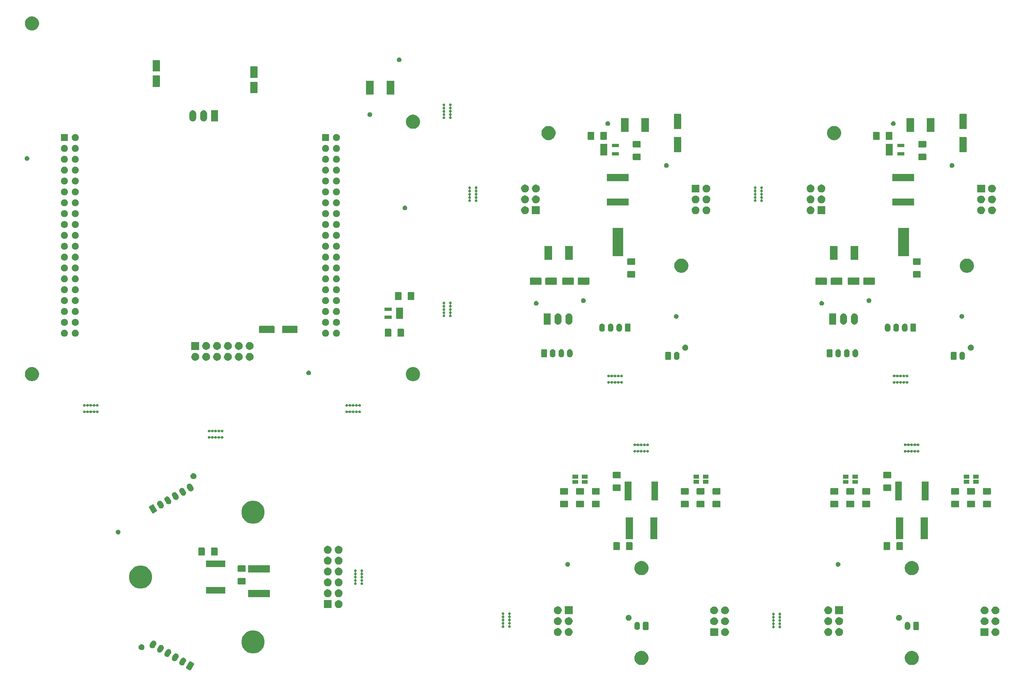
<source format=gbr>
G04 #@! TF.GenerationSoftware,KiCad,Pcbnew,(5.1.5)-3*
G04 #@! TF.CreationDate,2021-05-18T18:36:11+02:00*
G04 #@! TF.ProjectId,MK2EE,4d4b3245-452e-46b6-9963-61645f706362,1*
G04 #@! TF.SameCoordinates,Original*
G04 #@! TF.FileFunction,Soldermask,Top*
G04 #@! TF.FilePolarity,Negative*
%FSLAX46Y46*%
G04 Gerber Fmt 4.6, Leading zero omitted, Abs format (unit mm)*
G04 Created by KiCad (PCBNEW (5.1.5)-3) date 2021-05-18 18:36:11*
%MOMM*%
%LPD*%
G04 APERTURE LIST*
%ADD10C,0.010000*%
%ADD11C,0.100000*%
G04 APERTURE END LIST*
D10*
G36*
X247970000Y-101635000D02*
G01*
X250370000Y-101635000D01*
X250370000Y-95175000D01*
X247970000Y-95175000D01*
X247970000Y-101635000D01*
G37*
X247970000Y-101635000D02*
X250370000Y-101635000D01*
X250370000Y-95175000D01*
X247970000Y-95175000D01*
X247970000Y-101635000D01*
G36*
X181320000Y-101635000D02*
G01*
X183720000Y-101635000D01*
X183720000Y-95175000D01*
X181320000Y-95175000D01*
X181320000Y-101635000D01*
G37*
X181320000Y-101635000D02*
X183720000Y-101635000D01*
X183720000Y-95175000D01*
X181320000Y-95175000D01*
X181320000Y-101635000D01*
D11*
G36*
X82704373Y-196404801D02*
G01*
X82742126Y-196413604D01*
X82783055Y-196432149D01*
X83556456Y-196878671D01*
X83592980Y-196904845D01*
X83619475Y-196933134D01*
X83639948Y-196966055D01*
X83653601Y-197002329D01*
X83659914Y-197040571D01*
X83658646Y-197079312D01*
X83649843Y-197117065D01*
X83631300Y-197157989D01*
X83597917Y-197215810D01*
X83597913Y-197215819D01*
X82918162Y-198393182D01*
X82884774Y-198451011D01*
X82858601Y-198487535D01*
X82830315Y-198514028D01*
X82797392Y-198534501D01*
X82761117Y-198548154D01*
X82722876Y-198554467D01*
X82684135Y-198553199D01*
X82646382Y-198544396D01*
X82605453Y-198525851D01*
X81832052Y-198079329D01*
X81795528Y-198053155D01*
X81769033Y-198024866D01*
X81748560Y-197991945D01*
X81734907Y-197955671D01*
X81728594Y-197917429D01*
X81729862Y-197878688D01*
X81738665Y-197840935D01*
X81757208Y-197800011D01*
X81790591Y-197742190D01*
X81790595Y-197742181D01*
X82470346Y-196564818D01*
X82470348Y-196564815D01*
X82503734Y-196506989D01*
X82529907Y-196470465D01*
X82558193Y-196443972D01*
X82591116Y-196423499D01*
X82627391Y-196409846D01*
X82665632Y-196403533D01*
X82704373Y-196404801D01*
G37*
G36*
X81181833Y-195570123D02*
G01*
X81197586Y-195570639D01*
X81322472Y-195599758D01*
X81439277Y-195652682D01*
X81543513Y-195727376D01*
X81618659Y-195807609D01*
X81631176Y-195820973D01*
X81698892Y-195929869D01*
X81744062Y-196049882D01*
X81751015Y-196091997D01*
X81764951Y-196176408D01*
X81760756Y-196304575D01*
X81731636Y-196429461D01*
X81731634Y-196429465D01*
X81731634Y-196429466D01*
X81691974Y-196516999D01*
X81436079Y-196960223D01*
X81359999Y-197091997D01*
X81312710Y-197157989D01*
X81304017Y-197170119D01*
X81210424Y-197257779D01*
X81101526Y-197325496D01*
X80981509Y-197370668D01*
X80854989Y-197391556D01*
X80854987Y-197391556D01*
X80846313Y-197391272D01*
X80726823Y-197387361D01*
X80655227Y-197370667D01*
X80601934Y-197358241D01*
X80601933Y-197358240D01*
X80601931Y-197358240D01*
X80485131Y-197305319D01*
X80443435Y-197275439D01*
X80380893Y-197230623D01*
X80293232Y-197137029D01*
X80275241Y-197108097D01*
X80225515Y-197028131D01*
X80180343Y-196908114D01*
X80159455Y-196781594D01*
X80163650Y-196653428D01*
X80192771Y-196528536D01*
X80232434Y-196440998D01*
X80311198Y-196304575D01*
X80564407Y-195866003D01*
X80620388Y-195787882D01*
X80627104Y-195781592D01*
X80713985Y-195700218D01*
X80822878Y-195632504D01*
X80942898Y-195587331D01*
X81069417Y-195566443D01*
X81181833Y-195570123D01*
G37*
G36*
X188416256Y-194036298D02*
G01*
X188522579Y-194057447D01*
X188823042Y-194181903D01*
X189093451Y-194362585D01*
X189323415Y-194592549D01*
X189453933Y-194787883D01*
X189504098Y-194862960D01*
X189540550Y-194950963D01*
X189628553Y-195163421D01*
X189641920Y-195230620D01*
X189692000Y-195482389D01*
X189692000Y-195807611D01*
X189667681Y-195929869D01*
X189628553Y-196126579D01*
X189554517Y-196305317D01*
X189520534Y-196387361D01*
X189504097Y-196427042D01*
X189323415Y-196697451D01*
X189093451Y-196927415D01*
X188823042Y-197108097D01*
X188823041Y-197108098D01*
X188823040Y-197108098D01*
X188753194Y-197137029D01*
X188522579Y-197232553D01*
X188416256Y-197253702D01*
X188203611Y-197296000D01*
X187878389Y-197296000D01*
X187665744Y-197253702D01*
X187559421Y-197232553D01*
X187328806Y-197137029D01*
X187258960Y-197108098D01*
X187258959Y-197108098D01*
X187258958Y-197108097D01*
X186988549Y-196927415D01*
X186758585Y-196697451D01*
X186577903Y-196427042D01*
X186561467Y-196387361D01*
X186527483Y-196305317D01*
X186453447Y-196126579D01*
X186414319Y-195929869D01*
X186390000Y-195807611D01*
X186390000Y-195482389D01*
X186440080Y-195230620D01*
X186453447Y-195163421D01*
X186541450Y-194950963D01*
X186577902Y-194862960D01*
X186628067Y-194787883D01*
X186758585Y-194592549D01*
X186988549Y-194362585D01*
X187258958Y-194181903D01*
X187559421Y-194057447D01*
X187665744Y-194036298D01*
X187878389Y-193994000D01*
X188203611Y-193994000D01*
X188416256Y-194036298D01*
G37*
G36*
X251526256Y-194036298D02*
G01*
X251632579Y-194057447D01*
X251933042Y-194181903D01*
X252203451Y-194362585D01*
X252433415Y-194592549D01*
X252563933Y-194787883D01*
X252614098Y-194862960D01*
X252650550Y-194950963D01*
X252738553Y-195163421D01*
X252751920Y-195230620D01*
X252802000Y-195482389D01*
X252802000Y-195807611D01*
X252777681Y-195929869D01*
X252738553Y-196126579D01*
X252664517Y-196305317D01*
X252630534Y-196387361D01*
X252614097Y-196427042D01*
X252433415Y-196697451D01*
X252203451Y-196927415D01*
X251933042Y-197108097D01*
X251933041Y-197108098D01*
X251933040Y-197108098D01*
X251863194Y-197137029D01*
X251632579Y-197232553D01*
X251526256Y-197253702D01*
X251313611Y-197296000D01*
X250988389Y-197296000D01*
X250775744Y-197253702D01*
X250669421Y-197232553D01*
X250438806Y-197137029D01*
X250368960Y-197108098D01*
X250368959Y-197108098D01*
X250368958Y-197108097D01*
X250098549Y-196927415D01*
X249868585Y-196697451D01*
X249687903Y-196427042D01*
X249671467Y-196387361D01*
X249637483Y-196305317D01*
X249563447Y-196126579D01*
X249524319Y-195929869D01*
X249500000Y-195807611D01*
X249500000Y-195482389D01*
X249550080Y-195230620D01*
X249563447Y-195163421D01*
X249651450Y-194950963D01*
X249687902Y-194862960D01*
X249738067Y-194787883D01*
X249868585Y-194592549D01*
X250098549Y-194362585D01*
X250368958Y-194181903D01*
X250669421Y-194057447D01*
X250775744Y-194036298D01*
X250988389Y-193994000D01*
X251313611Y-193994000D01*
X251526256Y-194036298D01*
G37*
G36*
X79449782Y-194570123D02*
G01*
X79465535Y-194570639D01*
X79590421Y-194599758D01*
X79707226Y-194652682D01*
X79811462Y-194727376D01*
X79893567Y-194815039D01*
X79899125Y-194820973D01*
X79966841Y-194929869D01*
X80012011Y-195049882D01*
X80018964Y-195091997D01*
X80032900Y-195176408D01*
X80028705Y-195304575D01*
X79999585Y-195429461D01*
X79999583Y-195429465D01*
X79999583Y-195429466D01*
X79959923Y-195516999D01*
X79627948Y-196091997D01*
X79571966Y-196170119D01*
X79478373Y-196257779D01*
X79369475Y-196325496D01*
X79249458Y-196370668D01*
X79122938Y-196391556D01*
X79122936Y-196391556D01*
X79114262Y-196391272D01*
X78994772Y-196387361D01*
X78923176Y-196370667D01*
X78869883Y-196358241D01*
X78869882Y-196358240D01*
X78869880Y-196358240D01*
X78753080Y-196305319D01*
X78711384Y-196275439D01*
X78648842Y-196230623D01*
X78561181Y-196137029D01*
X78554682Y-196126578D01*
X78493464Y-196028131D01*
X78448292Y-195908114D01*
X78427404Y-195781594D01*
X78431599Y-195653428D01*
X78460720Y-195528536D01*
X78500383Y-195440998D01*
X78579147Y-195304575D01*
X78832356Y-194866003D01*
X78888337Y-194787882D01*
X78895053Y-194781592D01*
X78981934Y-194700218D01*
X79090827Y-194632504D01*
X79210847Y-194587331D01*
X79337366Y-194566443D01*
X79449782Y-194570123D01*
G37*
G36*
X77717732Y-193570123D02*
G01*
X77733485Y-193570639D01*
X77858371Y-193599758D01*
X77975176Y-193652682D01*
X78079412Y-193727376D01*
X78146035Y-193798509D01*
X78167075Y-193820973D01*
X78234791Y-193929869D01*
X78279961Y-194049882D01*
X78286914Y-194091997D01*
X78300850Y-194176408D01*
X78296655Y-194304575D01*
X78267535Y-194429461D01*
X78267533Y-194429465D01*
X78267533Y-194429466D01*
X78227873Y-194516999D01*
X77895898Y-195091997D01*
X77839916Y-195170119D01*
X77746323Y-195257779D01*
X77637425Y-195325496D01*
X77517408Y-195370668D01*
X77390888Y-195391556D01*
X77390886Y-195391556D01*
X77382212Y-195391272D01*
X77262722Y-195387361D01*
X77191126Y-195370667D01*
X77137833Y-195358241D01*
X77137832Y-195358240D01*
X77137830Y-195358240D01*
X77021030Y-195305319D01*
X76979334Y-195275439D01*
X76916792Y-195230623D01*
X76829131Y-195137029D01*
X76761414Y-195028131D01*
X76716242Y-194908114D01*
X76695354Y-194781594D01*
X76699549Y-194653428D01*
X76728670Y-194528536D01*
X76768333Y-194440998D01*
X76847097Y-194304575D01*
X77100306Y-193866003D01*
X77156287Y-193787882D01*
X77163003Y-193781592D01*
X77249884Y-193700218D01*
X77358777Y-193632504D01*
X77478797Y-193587331D01*
X77605316Y-193566443D01*
X77717732Y-193570123D01*
G37*
G36*
X98171852Y-189287242D02*
G01*
X98663402Y-189490849D01*
X98810195Y-189588933D01*
X99105787Y-189786441D01*
X99482004Y-190162658D01*
X99580733Y-190310417D01*
X99777596Y-190605043D01*
X99981203Y-191096593D01*
X100085000Y-191618418D01*
X100085000Y-192150472D01*
X99981203Y-192672297D01*
X99777596Y-193163847D01*
X99683566Y-193304572D01*
X99482004Y-193606232D01*
X99105787Y-193982449D01*
X98874441Y-194137029D01*
X98663402Y-194278041D01*
X98171852Y-194481648D01*
X97650027Y-194585445D01*
X97117973Y-194585445D01*
X96596148Y-194481648D01*
X96104598Y-194278041D01*
X95893559Y-194137029D01*
X95662213Y-193982449D01*
X95285996Y-193606232D01*
X95084434Y-193304572D01*
X94990404Y-193163847D01*
X94786797Y-192672297D01*
X94683000Y-192150472D01*
X94683000Y-191618418D01*
X94786797Y-191096593D01*
X94990404Y-190605043D01*
X95187267Y-190310417D01*
X95285996Y-190162658D01*
X95662213Y-189786441D01*
X95957805Y-189588933D01*
X96104598Y-189490849D01*
X96596148Y-189287242D01*
X97117973Y-189183445D01*
X97650027Y-189183445D01*
X98171852Y-189287242D01*
G37*
G36*
X75985681Y-192570123D02*
G01*
X76001434Y-192570639D01*
X76126320Y-192599758D01*
X76243125Y-192652682D01*
X76347361Y-192727376D01*
X76408261Y-192792399D01*
X76435024Y-192820973D01*
X76502740Y-192929869D01*
X76547910Y-193049882D01*
X76554863Y-193091997D01*
X76568799Y-193176408D01*
X76564604Y-193304575D01*
X76535484Y-193429461D01*
X76535482Y-193429465D01*
X76535482Y-193429466D01*
X76495822Y-193516999D01*
X76163847Y-194091997D01*
X76107865Y-194170119D01*
X76014272Y-194257779D01*
X75905374Y-194325496D01*
X75785357Y-194370668D01*
X75658837Y-194391556D01*
X75658835Y-194391556D01*
X75650161Y-194391272D01*
X75530671Y-194387361D01*
X75459075Y-194370667D01*
X75405782Y-194358241D01*
X75405781Y-194358240D01*
X75405779Y-194358240D01*
X75288979Y-194305319D01*
X75247283Y-194275439D01*
X75184741Y-194230623D01*
X75097080Y-194137029D01*
X75029363Y-194028131D01*
X74984191Y-193908114D01*
X74963303Y-193781594D01*
X74967498Y-193653428D01*
X74996619Y-193528536D01*
X75036282Y-193440998D01*
X75115046Y-193304575D01*
X75368255Y-192866003D01*
X75424236Y-192787882D01*
X75430952Y-192781592D01*
X75517833Y-192700218D01*
X75626726Y-192632504D01*
X75746746Y-192587331D01*
X75873265Y-192566443D01*
X75985681Y-192570123D01*
G37*
G36*
X71556422Y-192450386D02*
G01*
X71683998Y-192503230D01*
X71798808Y-192579943D01*
X71896454Y-192677589D01*
X71973167Y-192792399D01*
X72026011Y-192919975D01*
X72052949Y-193055404D01*
X72052949Y-193193492D01*
X72026011Y-193328921D01*
X71973167Y-193456497D01*
X71896454Y-193571307D01*
X71798808Y-193668953D01*
X71683998Y-193745666D01*
X71556422Y-193798510D01*
X71420993Y-193825448D01*
X71282905Y-193825448D01*
X71147476Y-193798510D01*
X71019900Y-193745666D01*
X70905090Y-193668953D01*
X70807444Y-193571307D01*
X70730731Y-193456497D01*
X70677887Y-193328921D01*
X70650949Y-193193492D01*
X70650949Y-193055404D01*
X70677887Y-192919975D01*
X70730731Y-192792399D01*
X70807444Y-192677589D01*
X70905090Y-192579943D01*
X71019900Y-192503230D01*
X71147476Y-192450386D01*
X71282905Y-192423448D01*
X71420993Y-192423448D01*
X71556422Y-192450386D01*
G37*
G36*
X74253630Y-191570123D02*
G01*
X74269383Y-191570639D01*
X74394269Y-191599758D01*
X74511074Y-191652682D01*
X74615310Y-191727376D01*
X74697415Y-191815039D01*
X74702973Y-191820973D01*
X74770689Y-191929869D01*
X74815859Y-192049882D01*
X74829785Y-192134234D01*
X74836748Y-192176408D01*
X74832553Y-192304575D01*
X74803433Y-192429461D01*
X74803431Y-192429465D01*
X74803431Y-192429466D01*
X74763771Y-192516999D01*
X74468670Y-193028130D01*
X74431796Y-193091997D01*
X74380309Y-193163847D01*
X74375814Y-193170119D01*
X74282221Y-193257779D01*
X74173323Y-193325496D01*
X74053306Y-193370668D01*
X73926786Y-193391556D01*
X73926784Y-193391556D01*
X73918110Y-193391272D01*
X73798620Y-193387361D01*
X73727024Y-193370667D01*
X73673731Y-193358241D01*
X73673730Y-193358240D01*
X73673728Y-193358240D01*
X73556928Y-193305319D01*
X73515232Y-193275439D01*
X73452690Y-193230623D01*
X73365029Y-193137029D01*
X73297312Y-193028131D01*
X73252140Y-192908114D01*
X73231252Y-192781594D01*
X73235447Y-192653428D01*
X73264568Y-192528536D01*
X73304231Y-192440998D01*
X73382995Y-192304575D01*
X73636204Y-191866003D01*
X73692185Y-191787882D01*
X73697170Y-191783213D01*
X73785782Y-191700218D01*
X73894675Y-191632504D01*
X74014695Y-191587331D01*
X74141214Y-191566443D01*
X74253630Y-191570123D01*
G37*
G36*
X270932778Y-188720547D02*
G01*
X271099224Y-188789491D01*
X271249022Y-188889583D01*
X271376417Y-189016978D01*
X271476509Y-189166776D01*
X271545453Y-189333222D01*
X271580600Y-189509918D01*
X271580600Y-189690082D01*
X271545453Y-189866778D01*
X271476509Y-190033224D01*
X271376417Y-190183022D01*
X271249022Y-190310417D01*
X271099224Y-190410509D01*
X270932778Y-190479453D01*
X270756082Y-190514600D01*
X270575918Y-190514600D01*
X270399222Y-190479453D01*
X270232776Y-190410509D01*
X270082978Y-190310417D01*
X269955583Y-190183022D01*
X269855491Y-190033224D01*
X269786547Y-189866778D01*
X269751400Y-189690082D01*
X269751400Y-189509918D01*
X269786547Y-189333222D01*
X269855491Y-189166776D01*
X269955583Y-189016978D01*
X270082978Y-188889583D01*
X270232776Y-188789491D01*
X270399222Y-188720547D01*
X270575918Y-188685400D01*
X270756082Y-188685400D01*
X270932778Y-188720547D01*
G37*
G36*
X269040600Y-190514600D02*
G01*
X267211400Y-190514600D01*
X267211400Y-188685400D01*
X269040600Y-188685400D01*
X269040600Y-190514600D01*
G37*
G36*
X205930600Y-190514600D02*
G01*
X204101400Y-190514600D01*
X204101400Y-188685400D01*
X205930600Y-188685400D01*
X205930600Y-190514600D01*
G37*
G36*
X207822778Y-188720547D02*
G01*
X207989224Y-188789491D01*
X208139022Y-188889583D01*
X208266417Y-189016978D01*
X208366509Y-189166776D01*
X208435453Y-189333222D01*
X208470600Y-189509918D01*
X208470600Y-189690082D01*
X208435453Y-189866778D01*
X208366509Y-190033224D01*
X208266417Y-190183022D01*
X208139022Y-190310417D01*
X207989224Y-190410509D01*
X207822778Y-190479453D01*
X207646082Y-190514600D01*
X207465918Y-190514600D01*
X207289222Y-190479453D01*
X207122776Y-190410509D01*
X206972978Y-190310417D01*
X206845583Y-190183022D01*
X206745491Y-190033224D01*
X206676547Y-189866778D01*
X206641400Y-189690082D01*
X206641400Y-189509918D01*
X206676547Y-189333222D01*
X206745491Y-189166776D01*
X206845583Y-189016978D01*
X206972978Y-188889583D01*
X207122776Y-188789491D01*
X207289222Y-188720547D01*
X207465918Y-188685400D01*
X207646082Y-188685400D01*
X207822778Y-188720547D01*
G37*
G36*
X168792778Y-188700547D02*
G01*
X168959224Y-188769491D01*
X169109022Y-188869583D01*
X169236417Y-188996978D01*
X169336509Y-189146776D01*
X169405453Y-189313222D01*
X169440600Y-189489918D01*
X169440600Y-189670082D01*
X169405453Y-189846778D01*
X169336509Y-190013224D01*
X169236417Y-190163022D01*
X169109022Y-190290417D01*
X168959224Y-190390509D01*
X168792778Y-190459453D01*
X168616082Y-190494600D01*
X168435918Y-190494600D01*
X168259222Y-190459453D01*
X168092776Y-190390509D01*
X167942978Y-190290417D01*
X167815583Y-190163022D01*
X167715491Y-190013224D01*
X167646547Y-189846778D01*
X167611400Y-189670082D01*
X167611400Y-189489918D01*
X167646547Y-189313222D01*
X167715491Y-189146776D01*
X167815583Y-188996978D01*
X167942978Y-188869583D01*
X168092776Y-188769491D01*
X168259222Y-188700547D01*
X168435918Y-188665400D01*
X168616082Y-188665400D01*
X168792778Y-188700547D01*
G37*
G36*
X234442778Y-188700547D02*
G01*
X234609224Y-188769491D01*
X234759022Y-188869583D01*
X234886417Y-188996978D01*
X234986509Y-189146776D01*
X235055453Y-189313222D01*
X235090600Y-189489918D01*
X235090600Y-189670082D01*
X235055453Y-189846778D01*
X234986509Y-190013224D01*
X234886417Y-190163022D01*
X234759022Y-190290417D01*
X234609224Y-190390509D01*
X234442778Y-190459453D01*
X234266082Y-190494600D01*
X234085918Y-190494600D01*
X233909222Y-190459453D01*
X233742776Y-190390509D01*
X233592978Y-190290417D01*
X233465583Y-190163022D01*
X233365491Y-190013224D01*
X233296547Y-189846778D01*
X233261400Y-189670082D01*
X233261400Y-189489918D01*
X233296547Y-189313222D01*
X233365491Y-189146776D01*
X233465583Y-188996978D01*
X233592978Y-188869583D01*
X233742776Y-188769491D01*
X233909222Y-188700547D01*
X234085918Y-188665400D01*
X234266082Y-188665400D01*
X234442778Y-188700547D01*
G37*
G36*
X231902778Y-188700547D02*
G01*
X232069224Y-188769491D01*
X232219022Y-188869583D01*
X232346417Y-188996978D01*
X232446509Y-189146776D01*
X232515453Y-189313222D01*
X232550600Y-189489918D01*
X232550600Y-189670082D01*
X232515453Y-189846778D01*
X232446509Y-190013224D01*
X232346417Y-190163022D01*
X232219022Y-190290417D01*
X232069224Y-190390509D01*
X231902778Y-190459453D01*
X231726082Y-190494600D01*
X231545918Y-190494600D01*
X231369222Y-190459453D01*
X231202776Y-190390509D01*
X231052978Y-190290417D01*
X230925583Y-190163022D01*
X230825491Y-190013224D01*
X230756547Y-189846778D01*
X230721400Y-189670082D01*
X230721400Y-189489918D01*
X230756547Y-189313222D01*
X230825491Y-189146776D01*
X230925583Y-188996978D01*
X231052978Y-188869583D01*
X231202776Y-188769491D01*
X231369222Y-188700547D01*
X231545918Y-188665400D01*
X231726082Y-188665400D01*
X231902778Y-188700547D01*
G37*
G36*
X171332778Y-188700547D02*
G01*
X171499224Y-188769491D01*
X171649022Y-188869583D01*
X171776417Y-188996978D01*
X171876509Y-189146776D01*
X171945453Y-189313222D01*
X171980600Y-189489918D01*
X171980600Y-189670082D01*
X171945453Y-189846778D01*
X171876509Y-190013224D01*
X171776417Y-190163022D01*
X171649022Y-190290417D01*
X171499224Y-190390509D01*
X171332778Y-190459453D01*
X171156082Y-190494600D01*
X170975918Y-190494600D01*
X170799222Y-190459453D01*
X170632776Y-190390509D01*
X170482978Y-190290417D01*
X170355583Y-190163022D01*
X170255491Y-190013224D01*
X170186547Y-189846778D01*
X170151400Y-189670082D01*
X170151400Y-189489918D01*
X170186547Y-189313222D01*
X170255491Y-189146776D01*
X170355583Y-188996978D01*
X170482978Y-188869583D01*
X170632776Y-188769491D01*
X170799222Y-188700547D01*
X170975918Y-188665400D01*
X171156082Y-188665400D01*
X171332778Y-188700547D01*
G37*
G36*
X187168618Y-187208420D02*
G01*
X187249400Y-187232925D01*
X187291336Y-187245646D01*
X187404425Y-187306094D01*
X187503554Y-187387446D01*
X187584906Y-187486575D01*
X187645354Y-187599664D01*
X187646170Y-187602354D01*
X187682580Y-187722382D01*
X187692000Y-187818027D01*
X187692000Y-188481973D01*
X187682580Y-188577618D01*
X187657364Y-188660743D01*
X187645354Y-188700336D01*
X187584906Y-188813425D01*
X187503554Y-188912553D01*
X187404424Y-188993906D01*
X187291335Y-189054354D01*
X187259403Y-189064040D01*
X187168617Y-189091580D01*
X187041000Y-189104149D01*
X186913382Y-189091580D01*
X186822596Y-189064040D01*
X186790664Y-189054354D01*
X186677575Y-188993906D01*
X186578447Y-188912554D01*
X186497094Y-188813424D01*
X186436646Y-188700335D01*
X186408030Y-188606000D01*
X186399420Y-188577617D01*
X186390000Y-188481972D01*
X186390000Y-187818027D01*
X186399420Y-187722382D01*
X186429560Y-187623023D01*
X186436645Y-187599667D01*
X186497096Y-187486573D01*
X186578447Y-187387446D01*
X186677576Y-187306094D01*
X186790665Y-187245646D01*
X186832601Y-187232925D01*
X186913383Y-187208420D01*
X187041000Y-187195851D01*
X187168618Y-187208420D01*
G37*
G36*
X250278618Y-187208420D02*
G01*
X250359400Y-187232925D01*
X250401336Y-187245646D01*
X250514425Y-187306094D01*
X250613554Y-187387446D01*
X250694906Y-187486575D01*
X250755354Y-187599664D01*
X250756170Y-187602354D01*
X250792580Y-187722382D01*
X250802000Y-187818027D01*
X250802000Y-188481973D01*
X250792580Y-188577618D01*
X250767364Y-188660743D01*
X250755354Y-188700336D01*
X250694906Y-188813425D01*
X250613554Y-188912553D01*
X250514424Y-188993906D01*
X250401335Y-189054354D01*
X250369403Y-189064040D01*
X250278617Y-189091580D01*
X250151000Y-189104149D01*
X250023382Y-189091580D01*
X249932596Y-189064040D01*
X249900664Y-189054354D01*
X249787575Y-188993906D01*
X249688447Y-188912554D01*
X249607094Y-188813424D01*
X249546646Y-188700335D01*
X249518030Y-188606000D01*
X249509420Y-188577617D01*
X249500000Y-188481972D01*
X249500000Y-187818027D01*
X249509420Y-187722382D01*
X249539560Y-187623023D01*
X249546645Y-187599667D01*
X249607096Y-187486573D01*
X249688447Y-187387446D01*
X249787576Y-187306094D01*
X249900665Y-187245646D01*
X249942601Y-187232925D01*
X250023383Y-187208420D01*
X250151000Y-187195851D01*
X250278618Y-187208420D01*
G37*
G36*
X252642242Y-187203404D02*
G01*
X252679337Y-187214657D01*
X252713515Y-187232925D01*
X252743481Y-187257519D01*
X252768075Y-187287485D01*
X252786343Y-187321663D01*
X252797596Y-187358758D01*
X252802000Y-187403474D01*
X252802000Y-188896526D01*
X252797596Y-188941242D01*
X252786343Y-188978337D01*
X252768075Y-189012515D01*
X252743481Y-189042481D01*
X252713515Y-189067075D01*
X252679337Y-189085343D01*
X252642242Y-189096596D01*
X252597526Y-189101000D01*
X251704474Y-189101000D01*
X251659758Y-189096596D01*
X251622663Y-189085343D01*
X251588485Y-189067075D01*
X251558519Y-189042481D01*
X251533925Y-189012515D01*
X251515657Y-188978337D01*
X251504404Y-188941242D01*
X251500000Y-188896526D01*
X251500000Y-187403474D01*
X251504404Y-187358758D01*
X251515657Y-187321663D01*
X251533925Y-187287485D01*
X251558519Y-187257519D01*
X251588485Y-187232925D01*
X251622663Y-187214657D01*
X251659758Y-187203404D01*
X251704474Y-187199000D01*
X252597526Y-187199000D01*
X252642242Y-187203404D01*
G37*
G36*
X189532242Y-187203404D02*
G01*
X189569337Y-187214657D01*
X189603515Y-187232925D01*
X189633481Y-187257519D01*
X189658075Y-187287485D01*
X189676343Y-187321663D01*
X189687596Y-187358758D01*
X189692000Y-187403474D01*
X189692000Y-188896526D01*
X189687596Y-188941242D01*
X189676343Y-188978337D01*
X189658075Y-189012515D01*
X189633481Y-189042481D01*
X189603515Y-189067075D01*
X189569337Y-189085343D01*
X189532242Y-189096596D01*
X189487526Y-189101000D01*
X188594474Y-189101000D01*
X188549758Y-189096596D01*
X188512663Y-189085343D01*
X188478485Y-189067075D01*
X188448519Y-189042481D01*
X188423925Y-189012515D01*
X188405657Y-188978337D01*
X188394404Y-188941242D01*
X188390000Y-188896526D01*
X188390000Y-187403474D01*
X188394404Y-187358758D01*
X188405657Y-187321663D01*
X188423925Y-187287485D01*
X188448519Y-187257519D01*
X188478485Y-187232925D01*
X188512663Y-187214657D01*
X188549758Y-187203404D01*
X188594474Y-187199000D01*
X189487526Y-187199000D01*
X189532242Y-187203404D01*
G37*
G36*
X218927797Y-185068567D02*
G01*
X218982575Y-185091257D01*
X218982577Y-185091258D01*
X219031876Y-185124198D01*
X219073802Y-185166124D01*
X219083877Y-185181203D01*
X219106743Y-185215425D01*
X219129433Y-185270203D01*
X219141000Y-185328353D01*
X219141000Y-185387647D01*
X219129433Y-185445797D01*
X219123187Y-185460875D01*
X219106742Y-185500577D01*
X219073802Y-185549876D01*
X219031876Y-185591802D01*
X218982577Y-185624742D01*
X218976104Y-185629067D01*
X218957162Y-185644612D01*
X218941617Y-185663554D01*
X218930066Y-185685165D01*
X218922953Y-185708614D01*
X218920551Y-185733000D01*
X218922953Y-185757386D01*
X218930066Y-185780835D01*
X218941617Y-185802446D01*
X218957162Y-185821388D01*
X218976104Y-185836933D01*
X218982577Y-185841258D01*
X219031876Y-185874198D01*
X219073802Y-185916124D01*
X219083877Y-185931203D01*
X219106743Y-185965425D01*
X219129433Y-186020203D01*
X219141000Y-186078353D01*
X219141000Y-186137647D01*
X219129433Y-186195797D01*
X219106743Y-186250575D01*
X219106742Y-186250577D01*
X219073802Y-186299876D01*
X219031876Y-186341802D01*
X218982577Y-186374742D01*
X218976104Y-186379067D01*
X218957162Y-186394612D01*
X218941617Y-186413554D01*
X218930066Y-186435165D01*
X218922953Y-186458614D01*
X218920551Y-186483000D01*
X218922953Y-186507386D01*
X218930066Y-186530835D01*
X218941617Y-186552446D01*
X218957162Y-186571388D01*
X218976104Y-186586933D01*
X218982577Y-186591258D01*
X219031876Y-186624198D01*
X219073802Y-186666124D01*
X219083877Y-186681203D01*
X219106743Y-186715425D01*
X219129433Y-186770203D01*
X219141000Y-186828353D01*
X219141000Y-186887647D01*
X219129433Y-186945797D01*
X219106743Y-187000575D01*
X219106742Y-187000577D01*
X219073802Y-187049876D01*
X219031876Y-187091802D01*
X218998935Y-187113812D01*
X218982576Y-187124743D01*
X218971052Y-187129516D01*
X218949442Y-187141067D01*
X218930500Y-187156612D01*
X218914954Y-187175554D01*
X218903403Y-187197165D01*
X218896290Y-187220614D01*
X218893888Y-187245000D01*
X218896290Y-187269386D01*
X218903403Y-187292835D01*
X218914954Y-187314445D01*
X218930499Y-187333387D01*
X218949441Y-187348933D01*
X218971052Y-187360484D01*
X218982576Y-187365257D01*
X218998935Y-187376188D01*
X219031876Y-187398198D01*
X219073802Y-187440124D01*
X219104838Y-187486574D01*
X219106743Y-187489425D01*
X219129433Y-187544203D01*
X219141000Y-187602353D01*
X219141000Y-187661647D01*
X219129433Y-187719797D01*
X219108466Y-187770416D01*
X219106742Y-187774577D01*
X219073802Y-187823876D01*
X219031876Y-187865802D01*
X218982577Y-187898742D01*
X218979910Y-187900524D01*
X218963925Y-187909069D01*
X218944983Y-187924614D01*
X218929439Y-187943557D01*
X218917888Y-187965168D01*
X218910775Y-187988617D01*
X218908374Y-188013003D01*
X218910776Y-188037389D01*
X218917890Y-188060838D01*
X218929442Y-188082448D01*
X218944987Y-188101390D01*
X218963930Y-188116934D01*
X218979910Y-188125476D01*
X218982577Y-188127258D01*
X219031876Y-188160198D01*
X219073802Y-188202124D01*
X219083877Y-188217203D01*
X219106743Y-188251425D01*
X219129433Y-188306203D01*
X219141000Y-188364353D01*
X219141000Y-188423647D01*
X219129433Y-188481797D01*
X219123187Y-188496875D01*
X219106742Y-188536577D01*
X219073802Y-188585876D01*
X219031876Y-188627802D01*
X218982577Y-188660742D01*
X218982576Y-188660743D01*
X218982575Y-188660743D01*
X218927797Y-188683433D01*
X218869647Y-188695000D01*
X218810353Y-188695000D01*
X218752203Y-188683433D01*
X218697425Y-188660743D01*
X218697424Y-188660743D01*
X218697423Y-188660742D01*
X218648124Y-188627802D01*
X218606198Y-188585876D01*
X218573258Y-188536577D01*
X218556813Y-188496875D01*
X218550567Y-188481797D01*
X218539000Y-188423647D01*
X218539000Y-188364353D01*
X218550567Y-188306203D01*
X218573257Y-188251425D01*
X218596123Y-188217203D01*
X218606198Y-188202124D01*
X218648124Y-188160198D01*
X218697423Y-188127258D01*
X218700090Y-188125476D01*
X218716075Y-188116931D01*
X218735017Y-188101386D01*
X218750561Y-188082443D01*
X218762112Y-188060832D01*
X218769225Y-188037383D01*
X218771626Y-188012997D01*
X218769224Y-187988611D01*
X218762110Y-187965162D01*
X218750558Y-187943552D01*
X218735013Y-187924610D01*
X218716070Y-187909066D01*
X218700090Y-187900524D01*
X218697423Y-187898742D01*
X218648124Y-187865802D01*
X218606198Y-187823876D01*
X218573258Y-187774577D01*
X218571534Y-187770416D01*
X218550567Y-187719797D01*
X218539000Y-187661647D01*
X218539000Y-187602353D01*
X218550567Y-187544203D01*
X218573257Y-187489425D01*
X218575162Y-187486574D01*
X218606198Y-187440124D01*
X218648124Y-187398198D01*
X218681065Y-187376188D01*
X218697424Y-187365257D01*
X218708948Y-187360484D01*
X218730558Y-187348933D01*
X218749500Y-187333388D01*
X218765046Y-187314446D01*
X218776597Y-187292835D01*
X218783710Y-187269386D01*
X218786112Y-187245000D01*
X218783710Y-187220614D01*
X218776597Y-187197165D01*
X218765046Y-187175555D01*
X218749501Y-187156613D01*
X218730559Y-187141067D01*
X218708948Y-187129516D01*
X218697424Y-187124743D01*
X218681065Y-187113812D01*
X218648124Y-187091802D01*
X218606198Y-187049876D01*
X218573258Y-187000577D01*
X218573257Y-187000575D01*
X218550567Y-186945797D01*
X218539000Y-186887647D01*
X218539000Y-186828353D01*
X218550567Y-186770203D01*
X218573257Y-186715425D01*
X218596123Y-186681203D01*
X218606198Y-186666124D01*
X218648124Y-186624198D01*
X218697423Y-186591258D01*
X218703896Y-186586933D01*
X218722838Y-186571388D01*
X218738383Y-186552446D01*
X218749934Y-186530835D01*
X218757047Y-186507386D01*
X218759449Y-186483000D01*
X218757047Y-186458614D01*
X218749934Y-186435165D01*
X218738383Y-186413554D01*
X218722838Y-186394612D01*
X218703896Y-186379067D01*
X218697423Y-186374742D01*
X218648124Y-186341802D01*
X218606198Y-186299876D01*
X218573258Y-186250577D01*
X218573257Y-186250575D01*
X218550567Y-186195797D01*
X218539000Y-186137647D01*
X218539000Y-186078353D01*
X218550567Y-186020203D01*
X218573257Y-185965425D01*
X218596123Y-185931203D01*
X218606198Y-185916124D01*
X218648124Y-185874198D01*
X218697423Y-185841258D01*
X218703896Y-185836933D01*
X218722838Y-185821388D01*
X218738383Y-185802446D01*
X218749934Y-185780835D01*
X218757047Y-185757386D01*
X218759449Y-185733000D01*
X218757047Y-185708614D01*
X218749934Y-185685165D01*
X218738383Y-185663554D01*
X218722838Y-185644612D01*
X218703896Y-185629067D01*
X218697423Y-185624742D01*
X218648124Y-185591802D01*
X218606198Y-185549876D01*
X218573258Y-185500577D01*
X218556813Y-185460875D01*
X218550567Y-185445797D01*
X218539000Y-185387647D01*
X218539000Y-185328353D01*
X218550567Y-185270203D01*
X218573257Y-185215425D01*
X218596123Y-185181203D01*
X218606198Y-185166124D01*
X218648124Y-185124198D01*
X218697423Y-185091258D01*
X218697425Y-185091257D01*
X218752203Y-185068567D01*
X218810353Y-185057000D01*
X218869647Y-185057000D01*
X218927797Y-185068567D01*
G37*
G36*
X220427797Y-185068567D02*
G01*
X220482575Y-185091257D01*
X220482577Y-185091258D01*
X220531876Y-185124198D01*
X220573802Y-185166124D01*
X220583877Y-185181203D01*
X220606743Y-185215425D01*
X220629433Y-185270203D01*
X220641000Y-185328353D01*
X220641000Y-185387647D01*
X220629433Y-185445797D01*
X220623187Y-185460875D01*
X220606742Y-185500577D01*
X220573802Y-185549876D01*
X220531876Y-185591802D01*
X220482577Y-185624742D01*
X220476104Y-185629067D01*
X220457162Y-185644612D01*
X220441617Y-185663554D01*
X220430066Y-185685165D01*
X220422953Y-185708614D01*
X220420551Y-185733000D01*
X220422953Y-185757386D01*
X220430066Y-185780835D01*
X220441617Y-185802446D01*
X220457162Y-185821388D01*
X220476104Y-185836933D01*
X220482577Y-185841258D01*
X220531876Y-185874198D01*
X220573802Y-185916124D01*
X220583877Y-185931203D01*
X220606743Y-185965425D01*
X220629433Y-186020203D01*
X220641000Y-186078353D01*
X220641000Y-186137647D01*
X220629433Y-186195797D01*
X220606743Y-186250575D01*
X220606742Y-186250577D01*
X220573802Y-186299876D01*
X220531876Y-186341802D01*
X220482577Y-186374742D01*
X220476104Y-186379067D01*
X220457162Y-186394612D01*
X220441617Y-186413554D01*
X220430066Y-186435165D01*
X220422953Y-186458614D01*
X220420551Y-186483000D01*
X220422953Y-186507386D01*
X220430066Y-186530835D01*
X220441617Y-186552446D01*
X220457162Y-186571388D01*
X220476104Y-186586933D01*
X220482577Y-186591258D01*
X220531876Y-186624198D01*
X220573802Y-186666124D01*
X220583877Y-186681203D01*
X220606743Y-186715425D01*
X220629433Y-186770203D01*
X220641000Y-186828353D01*
X220641000Y-186887647D01*
X220629433Y-186945797D01*
X220606743Y-187000575D01*
X220606742Y-187000577D01*
X220573802Y-187049876D01*
X220531876Y-187091802D01*
X220498935Y-187113812D01*
X220482576Y-187124743D01*
X220471052Y-187129516D01*
X220449442Y-187141067D01*
X220430500Y-187156612D01*
X220414954Y-187175554D01*
X220403403Y-187197165D01*
X220396290Y-187220614D01*
X220393888Y-187245000D01*
X220396290Y-187269386D01*
X220403403Y-187292835D01*
X220414954Y-187314445D01*
X220430499Y-187333387D01*
X220449441Y-187348933D01*
X220471052Y-187360484D01*
X220482576Y-187365257D01*
X220498935Y-187376188D01*
X220531876Y-187398198D01*
X220573802Y-187440124D01*
X220604838Y-187486574D01*
X220606743Y-187489425D01*
X220629433Y-187544203D01*
X220641000Y-187602353D01*
X220641000Y-187661647D01*
X220629433Y-187719797D01*
X220608466Y-187770416D01*
X220606742Y-187774577D01*
X220573802Y-187823876D01*
X220531876Y-187865802D01*
X220482577Y-187898742D01*
X220479910Y-187900524D01*
X220463925Y-187909069D01*
X220444983Y-187924614D01*
X220429439Y-187943557D01*
X220417888Y-187965168D01*
X220410775Y-187988617D01*
X220408374Y-188013003D01*
X220410776Y-188037389D01*
X220417890Y-188060838D01*
X220429442Y-188082448D01*
X220444987Y-188101390D01*
X220463930Y-188116934D01*
X220479910Y-188125476D01*
X220482577Y-188127258D01*
X220531876Y-188160198D01*
X220573802Y-188202124D01*
X220583877Y-188217203D01*
X220606743Y-188251425D01*
X220629433Y-188306203D01*
X220641000Y-188364353D01*
X220641000Y-188423647D01*
X220629433Y-188481797D01*
X220623187Y-188496875D01*
X220606742Y-188536577D01*
X220573802Y-188585876D01*
X220531876Y-188627802D01*
X220482577Y-188660742D01*
X220482576Y-188660743D01*
X220482575Y-188660743D01*
X220427797Y-188683433D01*
X220369647Y-188695000D01*
X220310353Y-188695000D01*
X220252203Y-188683433D01*
X220197425Y-188660743D01*
X220197424Y-188660743D01*
X220197423Y-188660742D01*
X220148124Y-188627802D01*
X220106198Y-188585876D01*
X220073258Y-188536577D01*
X220056813Y-188496875D01*
X220050567Y-188481797D01*
X220039000Y-188423647D01*
X220039000Y-188364353D01*
X220050567Y-188306203D01*
X220073257Y-188251425D01*
X220096123Y-188217203D01*
X220106198Y-188202124D01*
X220148124Y-188160198D01*
X220197423Y-188127258D01*
X220200090Y-188125476D01*
X220216075Y-188116931D01*
X220235017Y-188101386D01*
X220250561Y-188082443D01*
X220262112Y-188060832D01*
X220269225Y-188037383D01*
X220271626Y-188012997D01*
X220269224Y-187988611D01*
X220262110Y-187965162D01*
X220250558Y-187943552D01*
X220235013Y-187924610D01*
X220216070Y-187909066D01*
X220200090Y-187900524D01*
X220197423Y-187898742D01*
X220148124Y-187865802D01*
X220106198Y-187823876D01*
X220073258Y-187774577D01*
X220071534Y-187770416D01*
X220050567Y-187719797D01*
X220039000Y-187661647D01*
X220039000Y-187602353D01*
X220050567Y-187544203D01*
X220073257Y-187489425D01*
X220075162Y-187486574D01*
X220106198Y-187440124D01*
X220148124Y-187398198D01*
X220181065Y-187376188D01*
X220197424Y-187365257D01*
X220208948Y-187360484D01*
X220230558Y-187348933D01*
X220249500Y-187333388D01*
X220265046Y-187314446D01*
X220276597Y-187292835D01*
X220283710Y-187269386D01*
X220286112Y-187245000D01*
X220283710Y-187220614D01*
X220276597Y-187197165D01*
X220265046Y-187175555D01*
X220249501Y-187156613D01*
X220230559Y-187141067D01*
X220208948Y-187129516D01*
X220197424Y-187124743D01*
X220181065Y-187113812D01*
X220148124Y-187091802D01*
X220106198Y-187049876D01*
X220073258Y-187000577D01*
X220073257Y-187000575D01*
X220050567Y-186945797D01*
X220039000Y-186887647D01*
X220039000Y-186828353D01*
X220050567Y-186770203D01*
X220073257Y-186715425D01*
X220096123Y-186681203D01*
X220106198Y-186666124D01*
X220148124Y-186624198D01*
X220197423Y-186591258D01*
X220203896Y-186586933D01*
X220222838Y-186571388D01*
X220238383Y-186552446D01*
X220249934Y-186530835D01*
X220257047Y-186507386D01*
X220259449Y-186483000D01*
X220257047Y-186458614D01*
X220249934Y-186435165D01*
X220238383Y-186413554D01*
X220222838Y-186394612D01*
X220203896Y-186379067D01*
X220197423Y-186374742D01*
X220148124Y-186341802D01*
X220106198Y-186299876D01*
X220073258Y-186250577D01*
X220073257Y-186250575D01*
X220050567Y-186195797D01*
X220039000Y-186137647D01*
X220039000Y-186078353D01*
X220050567Y-186020203D01*
X220073257Y-185965425D01*
X220096123Y-185931203D01*
X220106198Y-185916124D01*
X220148124Y-185874198D01*
X220197423Y-185841258D01*
X220203896Y-185836933D01*
X220222838Y-185821388D01*
X220238383Y-185802446D01*
X220249934Y-185780835D01*
X220257047Y-185757386D01*
X220259449Y-185733000D01*
X220257047Y-185708614D01*
X220249934Y-185685165D01*
X220238383Y-185663554D01*
X220222838Y-185644612D01*
X220203896Y-185629067D01*
X220197423Y-185624742D01*
X220148124Y-185591802D01*
X220106198Y-185549876D01*
X220073258Y-185500577D01*
X220056813Y-185460875D01*
X220050567Y-185445797D01*
X220039000Y-185387647D01*
X220039000Y-185328353D01*
X220050567Y-185270203D01*
X220073257Y-185215425D01*
X220096123Y-185181203D01*
X220106198Y-185166124D01*
X220148124Y-185124198D01*
X220197423Y-185091258D01*
X220197425Y-185091257D01*
X220252203Y-185068567D01*
X220310353Y-185057000D01*
X220369647Y-185057000D01*
X220427797Y-185068567D01*
G37*
G36*
X157322797Y-184979567D02*
G01*
X157377575Y-185002257D01*
X157377577Y-185002258D01*
X157426876Y-185035198D01*
X157468802Y-185077124D01*
X157500255Y-185124198D01*
X157501743Y-185126425D01*
X157524433Y-185181203D01*
X157536000Y-185239353D01*
X157536000Y-185298647D01*
X157524433Y-185356797D01*
X157506764Y-185399453D01*
X157501742Y-185411577D01*
X157468802Y-185460876D01*
X157426876Y-185502802D01*
X157377577Y-185535742D01*
X157371104Y-185540067D01*
X157352162Y-185555612D01*
X157336617Y-185574554D01*
X157325066Y-185596165D01*
X157317953Y-185619614D01*
X157315551Y-185644000D01*
X157317953Y-185668386D01*
X157325066Y-185691835D01*
X157336617Y-185713446D01*
X157352162Y-185732388D01*
X157371104Y-185747933D01*
X157377577Y-185752258D01*
X157426876Y-185785198D01*
X157468802Y-185827124D01*
X157500255Y-185874198D01*
X157501743Y-185876425D01*
X157524433Y-185931203D01*
X157536000Y-185989353D01*
X157536000Y-186048647D01*
X157524433Y-186106797D01*
X157511654Y-186137647D01*
X157501742Y-186161577D01*
X157468802Y-186210876D01*
X157426876Y-186252802D01*
X157377577Y-186285742D01*
X157371104Y-186290067D01*
X157352162Y-186305612D01*
X157336617Y-186324554D01*
X157325066Y-186346165D01*
X157317953Y-186369614D01*
X157315551Y-186394000D01*
X157317953Y-186418386D01*
X157325066Y-186441835D01*
X157336617Y-186463446D01*
X157352162Y-186482388D01*
X157371104Y-186497933D01*
X157377577Y-186502258D01*
X157426876Y-186535198D01*
X157468802Y-186577124D01*
X157500255Y-186624198D01*
X157501743Y-186626425D01*
X157524433Y-186681203D01*
X157536000Y-186739353D01*
X157536000Y-186798647D01*
X157524433Y-186856797D01*
X157511654Y-186887647D01*
X157501742Y-186911577D01*
X157468802Y-186960876D01*
X157426876Y-187002802D01*
X157393935Y-187024812D01*
X157377576Y-187035743D01*
X157366052Y-187040516D01*
X157344442Y-187052067D01*
X157325500Y-187067612D01*
X157309954Y-187086554D01*
X157298403Y-187108165D01*
X157291290Y-187131614D01*
X157288888Y-187156000D01*
X157291290Y-187180386D01*
X157298403Y-187203835D01*
X157309954Y-187225445D01*
X157325499Y-187244387D01*
X157344441Y-187259933D01*
X157366052Y-187271484D01*
X157377576Y-187276257D01*
X157393935Y-187287188D01*
X157426876Y-187309198D01*
X157468802Y-187351124D01*
X157500255Y-187398198D01*
X157501743Y-187400425D01*
X157524433Y-187455203D01*
X157536000Y-187513353D01*
X157536000Y-187572647D01*
X157524433Y-187630797D01*
X157511654Y-187661647D01*
X157501742Y-187685577D01*
X157468802Y-187734876D01*
X157426876Y-187776802D01*
X157377577Y-187809742D01*
X157374910Y-187811524D01*
X157358925Y-187820069D01*
X157339983Y-187835614D01*
X157324439Y-187854557D01*
X157312888Y-187876168D01*
X157305775Y-187899617D01*
X157303374Y-187924003D01*
X157305776Y-187948389D01*
X157312890Y-187971838D01*
X157324442Y-187993448D01*
X157339987Y-188012390D01*
X157358930Y-188027934D01*
X157374910Y-188036476D01*
X157377577Y-188038258D01*
X157426876Y-188071198D01*
X157468802Y-188113124D01*
X157500255Y-188160198D01*
X157501743Y-188162425D01*
X157524433Y-188217203D01*
X157536000Y-188275353D01*
X157536000Y-188334647D01*
X157524433Y-188392797D01*
X157511654Y-188423647D01*
X157501742Y-188447577D01*
X157468802Y-188496876D01*
X157426876Y-188538802D01*
X157377577Y-188571742D01*
X157377576Y-188571743D01*
X157377575Y-188571743D01*
X157322797Y-188594433D01*
X157264647Y-188606000D01*
X157205353Y-188606000D01*
X157147203Y-188594433D01*
X157092425Y-188571743D01*
X157092424Y-188571743D01*
X157092423Y-188571742D01*
X157043124Y-188538802D01*
X157001198Y-188496876D01*
X156968258Y-188447577D01*
X156958346Y-188423647D01*
X156945567Y-188392797D01*
X156934000Y-188334647D01*
X156934000Y-188275353D01*
X156945567Y-188217203D01*
X156968257Y-188162425D01*
X156969745Y-188160198D01*
X157001198Y-188113124D01*
X157043124Y-188071198D01*
X157092423Y-188038258D01*
X157095090Y-188036476D01*
X157111075Y-188027931D01*
X157130017Y-188012386D01*
X157145561Y-187993443D01*
X157157112Y-187971832D01*
X157164225Y-187948383D01*
X157166626Y-187923997D01*
X157164224Y-187899611D01*
X157157110Y-187876162D01*
X157145558Y-187854552D01*
X157130013Y-187835610D01*
X157111070Y-187820066D01*
X157095090Y-187811524D01*
X157092423Y-187809742D01*
X157043124Y-187776802D01*
X157001198Y-187734876D01*
X156968258Y-187685577D01*
X156958346Y-187661647D01*
X156945567Y-187630797D01*
X156934000Y-187572647D01*
X156934000Y-187513353D01*
X156945567Y-187455203D01*
X156968257Y-187400425D01*
X156969745Y-187398198D01*
X157001198Y-187351124D01*
X157043124Y-187309198D01*
X157076065Y-187287188D01*
X157092424Y-187276257D01*
X157103948Y-187271484D01*
X157125558Y-187259933D01*
X157144500Y-187244388D01*
X157160046Y-187225446D01*
X157171597Y-187203835D01*
X157178710Y-187180386D01*
X157181112Y-187156000D01*
X157178710Y-187131614D01*
X157171597Y-187108165D01*
X157160046Y-187086555D01*
X157144501Y-187067613D01*
X157125559Y-187052067D01*
X157103948Y-187040516D01*
X157092424Y-187035743D01*
X157076065Y-187024812D01*
X157043124Y-187002802D01*
X157001198Y-186960876D01*
X156968258Y-186911577D01*
X156958346Y-186887647D01*
X156945567Y-186856797D01*
X156934000Y-186798647D01*
X156934000Y-186739353D01*
X156945567Y-186681203D01*
X156968257Y-186626425D01*
X156969745Y-186624198D01*
X157001198Y-186577124D01*
X157043124Y-186535198D01*
X157092423Y-186502258D01*
X157098896Y-186497933D01*
X157117838Y-186482388D01*
X157133383Y-186463446D01*
X157144934Y-186441835D01*
X157152047Y-186418386D01*
X157154449Y-186394000D01*
X157152047Y-186369614D01*
X157144934Y-186346165D01*
X157133383Y-186324554D01*
X157117838Y-186305612D01*
X157098896Y-186290067D01*
X157092423Y-186285742D01*
X157043124Y-186252802D01*
X157001198Y-186210876D01*
X156968258Y-186161577D01*
X156958346Y-186137647D01*
X156945567Y-186106797D01*
X156934000Y-186048647D01*
X156934000Y-185989353D01*
X156945567Y-185931203D01*
X156968257Y-185876425D01*
X156969745Y-185874198D01*
X157001198Y-185827124D01*
X157043124Y-185785198D01*
X157092423Y-185752258D01*
X157098896Y-185747933D01*
X157117838Y-185732388D01*
X157133383Y-185713446D01*
X157144934Y-185691835D01*
X157152047Y-185668386D01*
X157154449Y-185644000D01*
X157152047Y-185619614D01*
X157144934Y-185596165D01*
X157133383Y-185574554D01*
X157117838Y-185555612D01*
X157098896Y-185540067D01*
X157092423Y-185535742D01*
X157043124Y-185502802D01*
X157001198Y-185460876D01*
X156968258Y-185411577D01*
X156963236Y-185399453D01*
X156945567Y-185356797D01*
X156934000Y-185298647D01*
X156934000Y-185239353D01*
X156945567Y-185181203D01*
X156968257Y-185126425D01*
X156969745Y-185124198D01*
X157001198Y-185077124D01*
X157043124Y-185035198D01*
X157092423Y-185002258D01*
X157092425Y-185002257D01*
X157147203Y-184979567D01*
X157205353Y-184968000D01*
X157264647Y-184968000D01*
X157322797Y-184979567D01*
G37*
G36*
X155822797Y-184979567D02*
G01*
X155877575Y-185002257D01*
X155877577Y-185002258D01*
X155926876Y-185035198D01*
X155968802Y-185077124D01*
X156000255Y-185124198D01*
X156001743Y-185126425D01*
X156024433Y-185181203D01*
X156036000Y-185239353D01*
X156036000Y-185298647D01*
X156024433Y-185356797D01*
X156006764Y-185399453D01*
X156001742Y-185411577D01*
X155968802Y-185460876D01*
X155926876Y-185502802D01*
X155877577Y-185535742D01*
X155871104Y-185540067D01*
X155852162Y-185555612D01*
X155836617Y-185574554D01*
X155825066Y-185596165D01*
X155817953Y-185619614D01*
X155815551Y-185644000D01*
X155817953Y-185668386D01*
X155825066Y-185691835D01*
X155836617Y-185713446D01*
X155852162Y-185732388D01*
X155871104Y-185747933D01*
X155877577Y-185752258D01*
X155926876Y-185785198D01*
X155968802Y-185827124D01*
X156000255Y-185874198D01*
X156001743Y-185876425D01*
X156024433Y-185931203D01*
X156036000Y-185989353D01*
X156036000Y-186048647D01*
X156024433Y-186106797D01*
X156011654Y-186137647D01*
X156001742Y-186161577D01*
X155968802Y-186210876D01*
X155926876Y-186252802D01*
X155877577Y-186285742D01*
X155871104Y-186290067D01*
X155852162Y-186305612D01*
X155836617Y-186324554D01*
X155825066Y-186346165D01*
X155817953Y-186369614D01*
X155815551Y-186394000D01*
X155817953Y-186418386D01*
X155825066Y-186441835D01*
X155836617Y-186463446D01*
X155852162Y-186482388D01*
X155871104Y-186497933D01*
X155877577Y-186502258D01*
X155926876Y-186535198D01*
X155968802Y-186577124D01*
X156000255Y-186624198D01*
X156001743Y-186626425D01*
X156024433Y-186681203D01*
X156036000Y-186739353D01*
X156036000Y-186798647D01*
X156024433Y-186856797D01*
X156011654Y-186887647D01*
X156001742Y-186911577D01*
X155968802Y-186960876D01*
X155926876Y-187002802D01*
X155893935Y-187024812D01*
X155877576Y-187035743D01*
X155866052Y-187040516D01*
X155844442Y-187052067D01*
X155825500Y-187067612D01*
X155809954Y-187086554D01*
X155798403Y-187108165D01*
X155791290Y-187131614D01*
X155788888Y-187156000D01*
X155791290Y-187180386D01*
X155798403Y-187203835D01*
X155809954Y-187225445D01*
X155825499Y-187244387D01*
X155844441Y-187259933D01*
X155866052Y-187271484D01*
X155877576Y-187276257D01*
X155893935Y-187287188D01*
X155926876Y-187309198D01*
X155968802Y-187351124D01*
X156000255Y-187398198D01*
X156001743Y-187400425D01*
X156024433Y-187455203D01*
X156036000Y-187513353D01*
X156036000Y-187572647D01*
X156024433Y-187630797D01*
X156011654Y-187661647D01*
X156001742Y-187685577D01*
X155968802Y-187734876D01*
X155926876Y-187776802D01*
X155877577Y-187809742D01*
X155874910Y-187811524D01*
X155858925Y-187820069D01*
X155839983Y-187835614D01*
X155824439Y-187854557D01*
X155812888Y-187876168D01*
X155805775Y-187899617D01*
X155803374Y-187924003D01*
X155805776Y-187948389D01*
X155812890Y-187971838D01*
X155824442Y-187993448D01*
X155839987Y-188012390D01*
X155858930Y-188027934D01*
X155874910Y-188036476D01*
X155877577Y-188038258D01*
X155926876Y-188071198D01*
X155968802Y-188113124D01*
X156000255Y-188160198D01*
X156001743Y-188162425D01*
X156024433Y-188217203D01*
X156036000Y-188275353D01*
X156036000Y-188334647D01*
X156024433Y-188392797D01*
X156011654Y-188423647D01*
X156001742Y-188447577D01*
X155968802Y-188496876D01*
X155926876Y-188538802D01*
X155877577Y-188571742D01*
X155877576Y-188571743D01*
X155877575Y-188571743D01*
X155822797Y-188594433D01*
X155764647Y-188606000D01*
X155705353Y-188606000D01*
X155647203Y-188594433D01*
X155592425Y-188571743D01*
X155592424Y-188571743D01*
X155592423Y-188571742D01*
X155543124Y-188538802D01*
X155501198Y-188496876D01*
X155468258Y-188447577D01*
X155458346Y-188423647D01*
X155445567Y-188392797D01*
X155434000Y-188334647D01*
X155434000Y-188275353D01*
X155445567Y-188217203D01*
X155468257Y-188162425D01*
X155469745Y-188160198D01*
X155501198Y-188113124D01*
X155543124Y-188071198D01*
X155592423Y-188038258D01*
X155595090Y-188036476D01*
X155611075Y-188027931D01*
X155630017Y-188012386D01*
X155645561Y-187993443D01*
X155657112Y-187971832D01*
X155664225Y-187948383D01*
X155666626Y-187923997D01*
X155664224Y-187899611D01*
X155657110Y-187876162D01*
X155645558Y-187854552D01*
X155630013Y-187835610D01*
X155611070Y-187820066D01*
X155595090Y-187811524D01*
X155592423Y-187809742D01*
X155543124Y-187776802D01*
X155501198Y-187734876D01*
X155468258Y-187685577D01*
X155458346Y-187661647D01*
X155445567Y-187630797D01*
X155434000Y-187572647D01*
X155434000Y-187513353D01*
X155445567Y-187455203D01*
X155468257Y-187400425D01*
X155469745Y-187398198D01*
X155501198Y-187351124D01*
X155543124Y-187309198D01*
X155576065Y-187287188D01*
X155592424Y-187276257D01*
X155603948Y-187271484D01*
X155625558Y-187259933D01*
X155644500Y-187244388D01*
X155660046Y-187225446D01*
X155671597Y-187203835D01*
X155678710Y-187180386D01*
X155681112Y-187156000D01*
X155678710Y-187131614D01*
X155671597Y-187108165D01*
X155660046Y-187086555D01*
X155644501Y-187067613D01*
X155625559Y-187052067D01*
X155603948Y-187040516D01*
X155592424Y-187035743D01*
X155576065Y-187024812D01*
X155543124Y-187002802D01*
X155501198Y-186960876D01*
X155468258Y-186911577D01*
X155458346Y-186887647D01*
X155445567Y-186856797D01*
X155434000Y-186798647D01*
X155434000Y-186739353D01*
X155445567Y-186681203D01*
X155468257Y-186626425D01*
X155469745Y-186624198D01*
X155501198Y-186577124D01*
X155543124Y-186535198D01*
X155592423Y-186502258D01*
X155598896Y-186497933D01*
X155617838Y-186482388D01*
X155633383Y-186463446D01*
X155644934Y-186441835D01*
X155652047Y-186418386D01*
X155654449Y-186394000D01*
X155652047Y-186369614D01*
X155644934Y-186346165D01*
X155633383Y-186324554D01*
X155617838Y-186305612D01*
X155598896Y-186290067D01*
X155592423Y-186285742D01*
X155543124Y-186252802D01*
X155501198Y-186210876D01*
X155468258Y-186161577D01*
X155458346Y-186137647D01*
X155445567Y-186106797D01*
X155434000Y-186048647D01*
X155434000Y-185989353D01*
X155445567Y-185931203D01*
X155468257Y-185876425D01*
X155469745Y-185874198D01*
X155501198Y-185827124D01*
X155543124Y-185785198D01*
X155592423Y-185752258D01*
X155598896Y-185747933D01*
X155617838Y-185732388D01*
X155633383Y-185713446D01*
X155644934Y-185691835D01*
X155652047Y-185668386D01*
X155654449Y-185644000D01*
X155652047Y-185619614D01*
X155644934Y-185596165D01*
X155633383Y-185574554D01*
X155617838Y-185555612D01*
X155598896Y-185540067D01*
X155592423Y-185535742D01*
X155543124Y-185502802D01*
X155501198Y-185460876D01*
X155468258Y-185411577D01*
X155463236Y-185399453D01*
X155445567Y-185356797D01*
X155434000Y-185298647D01*
X155434000Y-185239353D01*
X155445567Y-185181203D01*
X155468257Y-185126425D01*
X155469745Y-185124198D01*
X155501198Y-185077124D01*
X155543124Y-185035198D01*
X155592423Y-185002258D01*
X155592425Y-185002257D01*
X155647203Y-184979567D01*
X155705353Y-184968000D01*
X155764647Y-184968000D01*
X155822797Y-184979567D01*
G37*
G36*
X270932778Y-186180547D02*
G01*
X271099224Y-186249491D01*
X271249022Y-186349583D01*
X271376417Y-186476978D01*
X271476509Y-186626776D01*
X271545453Y-186793222D01*
X271580600Y-186969918D01*
X271580600Y-187150082D01*
X271545453Y-187326778D01*
X271476509Y-187493224D01*
X271376417Y-187643022D01*
X271249022Y-187770417D01*
X271099224Y-187870509D01*
X270932778Y-187939453D01*
X270756082Y-187974600D01*
X270575918Y-187974600D01*
X270399222Y-187939453D01*
X270232776Y-187870509D01*
X270082978Y-187770417D01*
X269955583Y-187643022D01*
X269855491Y-187493224D01*
X269786547Y-187326778D01*
X269751400Y-187150082D01*
X269751400Y-186969918D01*
X269786547Y-186793222D01*
X269855491Y-186626776D01*
X269955583Y-186476978D01*
X270082978Y-186349583D01*
X270232776Y-186249491D01*
X270399222Y-186180547D01*
X270575918Y-186145400D01*
X270756082Y-186145400D01*
X270932778Y-186180547D01*
G37*
G36*
X268392778Y-186180547D02*
G01*
X268559224Y-186249491D01*
X268709022Y-186349583D01*
X268836417Y-186476978D01*
X268936509Y-186626776D01*
X269005453Y-186793222D01*
X269040600Y-186969918D01*
X269040600Y-187150082D01*
X269005453Y-187326778D01*
X268936509Y-187493224D01*
X268836417Y-187643022D01*
X268709022Y-187770417D01*
X268559224Y-187870509D01*
X268392778Y-187939453D01*
X268216082Y-187974600D01*
X268035918Y-187974600D01*
X267859222Y-187939453D01*
X267692776Y-187870509D01*
X267542978Y-187770417D01*
X267415583Y-187643022D01*
X267315491Y-187493224D01*
X267246547Y-187326778D01*
X267211400Y-187150082D01*
X267211400Y-186969918D01*
X267246547Y-186793222D01*
X267315491Y-186626776D01*
X267415583Y-186476978D01*
X267542978Y-186349583D01*
X267692776Y-186249491D01*
X267859222Y-186180547D01*
X268035918Y-186145400D01*
X268216082Y-186145400D01*
X268392778Y-186180547D01*
G37*
G36*
X207822778Y-186180547D02*
G01*
X207989224Y-186249491D01*
X208139022Y-186349583D01*
X208266417Y-186476978D01*
X208366509Y-186626776D01*
X208435453Y-186793222D01*
X208470600Y-186969918D01*
X208470600Y-187150082D01*
X208435453Y-187326778D01*
X208366509Y-187493224D01*
X208266417Y-187643022D01*
X208139022Y-187770417D01*
X207989224Y-187870509D01*
X207822778Y-187939453D01*
X207646082Y-187974600D01*
X207465918Y-187974600D01*
X207289222Y-187939453D01*
X207122776Y-187870509D01*
X206972978Y-187770417D01*
X206845583Y-187643022D01*
X206745491Y-187493224D01*
X206676547Y-187326778D01*
X206641400Y-187150082D01*
X206641400Y-186969918D01*
X206676547Y-186793222D01*
X206745491Y-186626776D01*
X206845583Y-186476978D01*
X206972978Y-186349583D01*
X207122776Y-186249491D01*
X207289222Y-186180547D01*
X207465918Y-186145400D01*
X207646082Y-186145400D01*
X207822778Y-186180547D01*
G37*
G36*
X205282778Y-186180547D02*
G01*
X205449224Y-186249491D01*
X205599022Y-186349583D01*
X205726417Y-186476978D01*
X205826509Y-186626776D01*
X205895453Y-186793222D01*
X205930600Y-186969918D01*
X205930600Y-187150082D01*
X205895453Y-187326778D01*
X205826509Y-187493224D01*
X205726417Y-187643022D01*
X205599022Y-187770417D01*
X205449224Y-187870509D01*
X205282778Y-187939453D01*
X205106082Y-187974600D01*
X204925918Y-187974600D01*
X204749222Y-187939453D01*
X204582776Y-187870509D01*
X204432978Y-187770417D01*
X204305583Y-187643022D01*
X204205491Y-187493224D01*
X204136547Y-187326778D01*
X204101400Y-187150082D01*
X204101400Y-186969918D01*
X204136547Y-186793222D01*
X204205491Y-186626776D01*
X204305583Y-186476978D01*
X204432978Y-186349583D01*
X204582776Y-186249491D01*
X204749222Y-186180547D01*
X204925918Y-186145400D01*
X205106082Y-186145400D01*
X205282778Y-186180547D01*
G37*
G36*
X234442778Y-186160547D02*
G01*
X234609224Y-186229491D01*
X234759022Y-186329583D01*
X234886417Y-186456978D01*
X234986509Y-186606776D01*
X235055453Y-186773222D01*
X235090600Y-186949918D01*
X235090600Y-187130082D01*
X235055453Y-187306778D01*
X234986509Y-187473224D01*
X234886417Y-187623022D01*
X234759022Y-187750417D01*
X234609224Y-187850509D01*
X234442778Y-187919453D01*
X234266082Y-187954600D01*
X234085918Y-187954600D01*
X233909222Y-187919453D01*
X233742776Y-187850509D01*
X233592978Y-187750417D01*
X233465583Y-187623022D01*
X233365491Y-187473224D01*
X233296547Y-187306778D01*
X233261400Y-187130082D01*
X233261400Y-186949918D01*
X233296547Y-186773222D01*
X233365491Y-186606776D01*
X233465583Y-186456978D01*
X233592978Y-186329583D01*
X233742776Y-186229491D01*
X233909222Y-186160547D01*
X234085918Y-186125400D01*
X234266082Y-186125400D01*
X234442778Y-186160547D01*
G37*
G36*
X231902778Y-186160547D02*
G01*
X232069224Y-186229491D01*
X232219022Y-186329583D01*
X232346417Y-186456978D01*
X232446509Y-186606776D01*
X232515453Y-186773222D01*
X232550600Y-186949918D01*
X232550600Y-187130082D01*
X232515453Y-187306778D01*
X232446509Y-187473224D01*
X232346417Y-187623022D01*
X232219022Y-187750417D01*
X232069224Y-187850509D01*
X231902778Y-187919453D01*
X231726082Y-187954600D01*
X231545918Y-187954600D01*
X231369222Y-187919453D01*
X231202776Y-187850509D01*
X231052978Y-187750417D01*
X230925583Y-187623022D01*
X230825491Y-187473224D01*
X230756547Y-187306778D01*
X230721400Y-187130082D01*
X230721400Y-186949918D01*
X230756547Y-186773222D01*
X230825491Y-186606776D01*
X230925583Y-186456978D01*
X231052978Y-186329583D01*
X231202776Y-186229491D01*
X231369222Y-186160547D01*
X231545918Y-186125400D01*
X231726082Y-186125400D01*
X231902778Y-186160547D01*
G37*
G36*
X168792778Y-186160547D02*
G01*
X168959224Y-186229491D01*
X169109022Y-186329583D01*
X169236417Y-186456978D01*
X169336509Y-186606776D01*
X169405453Y-186773222D01*
X169440600Y-186949918D01*
X169440600Y-187130082D01*
X169405453Y-187306778D01*
X169336509Y-187473224D01*
X169236417Y-187623022D01*
X169109022Y-187750417D01*
X168959224Y-187850509D01*
X168792778Y-187919453D01*
X168616082Y-187954600D01*
X168435918Y-187954600D01*
X168259222Y-187919453D01*
X168092776Y-187850509D01*
X167942978Y-187750417D01*
X167815583Y-187623022D01*
X167715491Y-187473224D01*
X167646547Y-187306778D01*
X167611400Y-187130082D01*
X167611400Y-186949918D01*
X167646547Y-186773222D01*
X167715491Y-186606776D01*
X167815583Y-186456978D01*
X167942978Y-186329583D01*
X168092776Y-186229491D01*
X168259222Y-186160547D01*
X168435918Y-186125400D01*
X168616082Y-186125400D01*
X168792778Y-186160547D01*
G37*
G36*
X171332778Y-186160547D02*
G01*
X171499224Y-186229491D01*
X171649022Y-186329583D01*
X171776417Y-186456978D01*
X171876509Y-186606776D01*
X171945453Y-186773222D01*
X171980600Y-186949918D01*
X171980600Y-187130082D01*
X171945453Y-187306778D01*
X171876509Y-187473224D01*
X171776417Y-187623022D01*
X171649022Y-187750417D01*
X171499224Y-187850509D01*
X171332778Y-187919453D01*
X171156082Y-187954600D01*
X170975918Y-187954600D01*
X170799222Y-187919453D01*
X170632776Y-187850509D01*
X170482978Y-187750417D01*
X170355583Y-187623022D01*
X170255491Y-187473224D01*
X170186547Y-187306778D01*
X170151400Y-187130082D01*
X170151400Y-186949918D01*
X170186547Y-186773222D01*
X170255491Y-186606776D01*
X170355583Y-186456978D01*
X170482978Y-186329583D01*
X170632776Y-186229491D01*
X170799222Y-186160547D01*
X170975918Y-186125400D01*
X171156082Y-186125400D01*
X171332778Y-186160547D01*
G37*
G36*
X185245473Y-185575938D02*
G01*
X185373049Y-185628782D01*
X185487859Y-185705495D01*
X185585505Y-185803141D01*
X185662218Y-185917951D01*
X185715062Y-186045527D01*
X185742000Y-186180956D01*
X185742000Y-186319044D01*
X185715062Y-186454473D01*
X185662218Y-186582049D01*
X185585505Y-186696859D01*
X185487859Y-186794505D01*
X185373049Y-186871218D01*
X185245473Y-186924062D01*
X185110044Y-186951000D01*
X184971956Y-186951000D01*
X184836527Y-186924062D01*
X184708951Y-186871218D01*
X184594141Y-186794505D01*
X184496495Y-186696859D01*
X184419782Y-186582049D01*
X184366938Y-186454473D01*
X184340000Y-186319044D01*
X184340000Y-186180956D01*
X184366938Y-186045527D01*
X184419782Y-185917951D01*
X184496495Y-185803141D01*
X184594141Y-185705495D01*
X184708951Y-185628782D01*
X184836527Y-185575938D01*
X184971956Y-185549000D01*
X185110044Y-185549000D01*
X185245473Y-185575938D01*
G37*
G36*
X248355473Y-185575938D02*
G01*
X248483049Y-185628782D01*
X248597859Y-185705495D01*
X248695505Y-185803141D01*
X248772218Y-185917951D01*
X248825062Y-186045527D01*
X248852000Y-186180956D01*
X248852000Y-186319044D01*
X248825062Y-186454473D01*
X248772218Y-186582049D01*
X248695505Y-186696859D01*
X248597859Y-186794505D01*
X248483049Y-186871218D01*
X248355473Y-186924062D01*
X248220044Y-186951000D01*
X248081956Y-186951000D01*
X247946527Y-186924062D01*
X247818951Y-186871218D01*
X247704141Y-186794505D01*
X247606495Y-186696859D01*
X247529782Y-186582049D01*
X247476938Y-186454473D01*
X247450000Y-186319044D01*
X247450000Y-186180956D01*
X247476938Y-186045527D01*
X247529782Y-185917951D01*
X247606495Y-185803141D01*
X247704141Y-185705495D01*
X247818951Y-185628782D01*
X247946527Y-185575938D01*
X248081956Y-185549000D01*
X248220044Y-185549000D01*
X248355473Y-185575938D01*
G37*
G36*
X207822778Y-183640547D02*
G01*
X207989224Y-183709491D01*
X208139022Y-183809583D01*
X208266417Y-183936978D01*
X208366509Y-184086776D01*
X208435453Y-184253222D01*
X208470600Y-184429918D01*
X208470600Y-184610082D01*
X208435453Y-184786778D01*
X208366509Y-184953224D01*
X208266417Y-185103022D01*
X208139022Y-185230417D01*
X207989224Y-185330509D01*
X207822778Y-185399453D01*
X207646082Y-185434600D01*
X207465918Y-185434600D01*
X207289222Y-185399453D01*
X207122776Y-185330509D01*
X206972978Y-185230417D01*
X206845583Y-185103022D01*
X206745491Y-184953224D01*
X206676547Y-184786778D01*
X206641400Y-184610082D01*
X206641400Y-184429918D01*
X206676547Y-184253222D01*
X206745491Y-184086776D01*
X206845583Y-183936978D01*
X206972978Y-183809583D01*
X207122776Y-183709491D01*
X207289222Y-183640547D01*
X207465918Y-183605400D01*
X207646082Y-183605400D01*
X207822778Y-183640547D01*
G37*
G36*
X205282778Y-183640547D02*
G01*
X205449224Y-183709491D01*
X205599022Y-183809583D01*
X205726417Y-183936978D01*
X205826509Y-184086776D01*
X205895453Y-184253222D01*
X205930600Y-184429918D01*
X205930600Y-184610082D01*
X205895453Y-184786778D01*
X205826509Y-184953224D01*
X205726417Y-185103022D01*
X205599022Y-185230417D01*
X205449224Y-185330509D01*
X205282778Y-185399453D01*
X205106082Y-185434600D01*
X204925918Y-185434600D01*
X204749222Y-185399453D01*
X204582776Y-185330509D01*
X204432978Y-185230417D01*
X204305583Y-185103022D01*
X204205491Y-184953224D01*
X204136547Y-184786778D01*
X204101400Y-184610082D01*
X204101400Y-184429918D01*
X204136547Y-184253222D01*
X204205491Y-184086776D01*
X204305583Y-183936978D01*
X204432978Y-183809583D01*
X204582776Y-183709491D01*
X204749222Y-183640547D01*
X204925918Y-183605400D01*
X205106082Y-183605400D01*
X205282778Y-183640547D01*
G37*
G36*
X268392778Y-183640547D02*
G01*
X268559224Y-183709491D01*
X268709022Y-183809583D01*
X268836417Y-183936978D01*
X268936509Y-184086776D01*
X269005453Y-184253222D01*
X269040600Y-184429918D01*
X269040600Y-184610082D01*
X269005453Y-184786778D01*
X268936509Y-184953224D01*
X268836417Y-185103022D01*
X268709022Y-185230417D01*
X268559224Y-185330509D01*
X268392778Y-185399453D01*
X268216082Y-185434600D01*
X268035918Y-185434600D01*
X267859222Y-185399453D01*
X267692776Y-185330509D01*
X267542978Y-185230417D01*
X267415583Y-185103022D01*
X267315491Y-184953224D01*
X267246547Y-184786778D01*
X267211400Y-184610082D01*
X267211400Y-184429918D01*
X267246547Y-184253222D01*
X267315491Y-184086776D01*
X267415583Y-183936978D01*
X267542978Y-183809583D01*
X267692776Y-183709491D01*
X267859222Y-183640547D01*
X268035918Y-183605400D01*
X268216082Y-183605400D01*
X268392778Y-183640547D01*
G37*
G36*
X270932778Y-183640547D02*
G01*
X271099224Y-183709491D01*
X271249022Y-183809583D01*
X271376417Y-183936978D01*
X271476509Y-184086776D01*
X271545453Y-184253222D01*
X271580600Y-184429918D01*
X271580600Y-184610082D01*
X271545453Y-184786778D01*
X271476509Y-184953224D01*
X271376417Y-185103022D01*
X271249022Y-185230417D01*
X271099224Y-185330509D01*
X270932778Y-185399453D01*
X270756082Y-185434600D01*
X270575918Y-185434600D01*
X270399222Y-185399453D01*
X270232776Y-185330509D01*
X270082978Y-185230417D01*
X269955583Y-185103022D01*
X269855491Y-184953224D01*
X269786547Y-184786778D01*
X269751400Y-184610082D01*
X269751400Y-184429918D01*
X269786547Y-184253222D01*
X269855491Y-184086776D01*
X269955583Y-183936978D01*
X270082978Y-183809583D01*
X270232776Y-183709491D01*
X270399222Y-183640547D01*
X270575918Y-183605400D01*
X270756082Y-183605400D01*
X270932778Y-183640547D01*
G37*
G36*
X171980600Y-185414600D02*
G01*
X170151400Y-185414600D01*
X170151400Y-183585400D01*
X171980600Y-183585400D01*
X171980600Y-185414600D01*
G37*
G36*
X168792778Y-183620547D02*
G01*
X168959224Y-183689491D01*
X169109022Y-183789583D01*
X169236417Y-183916978D01*
X169336509Y-184066776D01*
X169405453Y-184233222D01*
X169440600Y-184409918D01*
X169440600Y-184590082D01*
X169405453Y-184766778D01*
X169336509Y-184933224D01*
X169236417Y-185083022D01*
X169109022Y-185210417D01*
X168959224Y-185310509D01*
X168792778Y-185379453D01*
X168616082Y-185414600D01*
X168435918Y-185414600D01*
X168259222Y-185379453D01*
X168092776Y-185310509D01*
X167942978Y-185210417D01*
X167815583Y-185083022D01*
X167715491Y-184933224D01*
X167646547Y-184766778D01*
X167611400Y-184590082D01*
X167611400Y-184409918D01*
X167646547Y-184233222D01*
X167715491Y-184066776D01*
X167815583Y-183916978D01*
X167942978Y-183789583D01*
X168092776Y-183689491D01*
X168259222Y-183620547D01*
X168435918Y-183585400D01*
X168616082Y-183585400D01*
X168792778Y-183620547D01*
G37*
G36*
X231902778Y-183620547D02*
G01*
X232069224Y-183689491D01*
X232219022Y-183789583D01*
X232346417Y-183916978D01*
X232446509Y-184066776D01*
X232515453Y-184233222D01*
X232550600Y-184409918D01*
X232550600Y-184590082D01*
X232515453Y-184766778D01*
X232446509Y-184933224D01*
X232346417Y-185083022D01*
X232219022Y-185210417D01*
X232069224Y-185310509D01*
X231902778Y-185379453D01*
X231726082Y-185414600D01*
X231545918Y-185414600D01*
X231369222Y-185379453D01*
X231202776Y-185310509D01*
X231052978Y-185210417D01*
X230925583Y-185083022D01*
X230825491Y-184933224D01*
X230756547Y-184766778D01*
X230721400Y-184590082D01*
X230721400Y-184409918D01*
X230756547Y-184233222D01*
X230825491Y-184066776D01*
X230925583Y-183916978D01*
X231052978Y-183789583D01*
X231202776Y-183689491D01*
X231369222Y-183620547D01*
X231545918Y-183585400D01*
X231726082Y-183585400D01*
X231902778Y-183620547D01*
G37*
G36*
X235090600Y-185414600D02*
G01*
X233261400Y-185414600D01*
X233261400Y-183585400D01*
X235090600Y-183585400D01*
X235090600Y-185414600D01*
G37*
G36*
X115723600Y-183968600D02*
G01*
X113894400Y-183968600D01*
X113894400Y-182139400D01*
X115723600Y-182139400D01*
X115723600Y-183968600D01*
G37*
G36*
X117615778Y-182174547D02*
G01*
X117782224Y-182243491D01*
X117932022Y-182343583D01*
X118059417Y-182470978D01*
X118159509Y-182620776D01*
X118228453Y-182787222D01*
X118263600Y-182963918D01*
X118263600Y-183144082D01*
X118228453Y-183320778D01*
X118159509Y-183487224D01*
X118059417Y-183637022D01*
X117932022Y-183764417D01*
X117782224Y-183864509D01*
X117615778Y-183933453D01*
X117439082Y-183968600D01*
X117258918Y-183968600D01*
X117082222Y-183933453D01*
X116915776Y-183864509D01*
X116765978Y-183764417D01*
X116638583Y-183637022D01*
X116538491Y-183487224D01*
X116469547Y-183320778D01*
X116434400Y-183144082D01*
X116434400Y-182963918D01*
X116469547Y-182787222D01*
X116538491Y-182620776D01*
X116638583Y-182470978D01*
X116765978Y-182343583D01*
X116915776Y-182243491D01*
X117082222Y-182174547D01*
X117258918Y-182139400D01*
X117439082Y-182139400D01*
X117615778Y-182174547D01*
G37*
G36*
X115075778Y-179634547D02*
G01*
X115242224Y-179703491D01*
X115392022Y-179803583D01*
X115519417Y-179930978D01*
X115619509Y-180080776D01*
X115688453Y-180247222D01*
X115723600Y-180423918D01*
X115723600Y-180604082D01*
X115688453Y-180780778D01*
X115619509Y-180947224D01*
X115519417Y-181097022D01*
X115392022Y-181224417D01*
X115242224Y-181324509D01*
X115075778Y-181393453D01*
X114899082Y-181428600D01*
X114718918Y-181428600D01*
X114542222Y-181393453D01*
X114375776Y-181324509D01*
X114225978Y-181224417D01*
X114098583Y-181097022D01*
X113998491Y-180947224D01*
X113929547Y-180780778D01*
X113894400Y-180604082D01*
X113894400Y-180423918D01*
X113929547Y-180247222D01*
X113998491Y-180080776D01*
X114098583Y-179930978D01*
X114225978Y-179803583D01*
X114375776Y-179703491D01*
X114542222Y-179634547D01*
X114718918Y-179599400D01*
X114899082Y-179599400D01*
X115075778Y-179634547D01*
G37*
G36*
X117615778Y-179634547D02*
G01*
X117782224Y-179703491D01*
X117932022Y-179803583D01*
X118059417Y-179930978D01*
X118159509Y-180080776D01*
X118228453Y-180247222D01*
X118263600Y-180423918D01*
X118263600Y-180604082D01*
X118228453Y-180780778D01*
X118159509Y-180947224D01*
X118059417Y-181097022D01*
X117932022Y-181224417D01*
X117782224Y-181324509D01*
X117615778Y-181393453D01*
X117439082Y-181428600D01*
X117258918Y-181428600D01*
X117082222Y-181393453D01*
X116915776Y-181324509D01*
X116765978Y-181224417D01*
X116638583Y-181097022D01*
X116538491Y-180947224D01*
X116469547Y-180780778D01*
X116434400Y-180604082D01*
X116434400Y-180423918D01*
X116469547Y-180247222D01*
X116538491Y-180080776D01*
X116638583Y-179930978D01*
X116765978Y-179803583D01*
X116915776Y-179703491D01*
X117082222Y-179634547D01*
X117258918Y-179599400D01*
X117439082Y-179599400D01*
X117615778Y-179634547D01*
G37*
G36*
X101290000Y-181410000D02*
G01*
X96228000Y-181410000D01*
X96228000Y-179738000D01*
X101290000Y-179738000D01*
X101290000Y-181410000D01*
G37*
G36*
X90860000Y-180617500D02*
G01*
X86408000Y-180617500D01*
X86408000Y-179040500D01*
X90860000Y-179040500D01*
X90860000Y-180617500D01*
G37*
G36*
X71921852Y-174131797D02*
G01*
X72413402Y-174335404D01*
X72413403Y-174335405D01*
X72855787Y-174630996D01*
X73232004Y-175007213D01*
X73399338Y-175257646D01*
X73527596Y-175449598D01*
X73731203Y-175941148D01*
X73835000Y-176462973D01*
X73835000Y-176995027D01*
X73731203Y-177516852D01*
X73527596Y-178008402D01*
X73452078Y-178121423D01*
X73232004Y-178450787D01*
X72855787Y-178827004D01*
X72560195Y-179024512D01*
X72413402Y-179122596D01*
X71921852Y-179326203D01*
X71400027Y-179430000D01*
X70867973Y-179430000D01*
X70346148Y-179326203D01*
X69854598Y-179122596D01*
X69707805Y-179024512D01*
X69412213Y-178827004D01*
X69035996Y-178450787D01*
X68815922Y-178121423D01*
X68740404Y-178008402D01*
X68536797Y-177516852D01*
X68433000Y-176995027D01*
X68433000Y-176462973D01*
X68536797Y-175941148D01*
X68740404Y-175449598D01*
X68868662Y-175257646D01*
X69035996Y-175007213D01*
X69412213Y-174630996D01*
X69854597Y-174335405D01*
X69854598Y-174335404D01*
X70346148Y-174131797D01*
X70867973Y-174028000D01*
X71400027Y-174028000D01*
X71921852Y-174131797D01*
G37*
G36*
X115075778Y-177094547D02*
G01*
X115242224Y-177163491D01*
X115392022Y-177263583D01*
X115519417Y-177390978D01*
X115619509Y-177540776D01*
X115688453Y-177707222D01*
X115723600Y-177883918D01*
X115723600Y-178064082D01*
X115688453Y-178240778D01*
X115619509Y-178407224D01*
X115519417Y-178557022D01*
X115392022Y-178684417D01*
X115242224Y-178784509D01*
X115075778Y-178853453D01*
X114899082Y-178888600D01*
X114718918Y-178888600D01*
X114542222Y-178853453D01*
X114375776Y-178784509D01*
X114225978Y-178684417D01*
X114098583Y-178557022D01*
X113998491Y-178407224D01*
X113929547Y-178240778D01*
X113894400Y-178064082D01*
X113894400Y-177883918D01*
X113929547Y-177707222D01*
X113998491Y-177540776D01*
X114098583Y-177390978D01*
X114225978Y-177263583D01*
X114375776Y-177163491D01*
X114542222Y-177094547D01*
X114718918Y-177059400D01*
X114899082Y-177059400D01*
X115075778Y-177094547D01*
G37*
G36*
X117615778Y-177094547D02*
G01*
X117782224Y-177163491D01*
X117932022Y-177263583D01*
X118059417Y-177390978D01*
X118159509Y-177540776D01*
X118228453Y-177707222D01*
X118263600Y-177883918D01*
X118263600Y-178064082D01*
X118228453Y-178240778D01*
X118159509Y-178407224D01*
X118059417Y-178557022D01*
X117932022Y-178684417D01*
X117782224Y-178784509D01*
X117615778Y-178853453D01*
X117439082Y-178888600D01*
X117258918Y-178888600D01*
X117082222Y-178853453D01*
X116915776Y-178784509D01*
X116765978Y-178684417D01*
X116638583Y-178557022D01*
X116538491Y-178407224D01*
X116469547Y-178240778D01*
X116434400Y-178064082D01*
X116434400Y-177883918D01*
X116469547Y-177707222D01*
X116538491Y-177540776D01*
X116638583Y-177390978D01*
X116765978Y-177263583D01*
X116915776Y-177163491D01*
X117082222Y-177094547D01*
X117258918Y-177059400D01*
X117439082Y-177059400D01*
X117615778Y-177094547D01*
G37*
G36*
X122856797Y-174938567D02*
G01*
X122911575Y-174961257D01*
X122911577Y-174961258D01*
X122960876Y-174994198D01*
X123002802Y-175036124D01*
X123035742Y-175085423D01*
X123035743Y-175085425D01*
X123058433Y-175140203D01*
X123070000Y-175198353D01*
X123070000Y-175257647D01*
X123058433Y-175315797D01*
X123046784Y-175343920D01*
X123035742Y-175370577D01*
X123002802Y-175419876D01*
X122960876Y-175461802D01*
X122911577Y-175494742D01*
X122905104Y-175499067D01*
X122886162Y-175514612D01*
X122870617Y-175533554D01*
X122859066Y-175555165D01*
X122851953Y-175578614D01*
X122849551Y-175603000D01*
X122851953Y-175627386D01*
X122859066Y-175650835D01*
X122870617Y-175672446D01*
X122886162Y-175691388D01*
X122905104Y-175706933D01*
X122911577Y-175711258D01*
X122960876Y-175744198D01*
X123002802Y-175786124D01*
X123035742Y-175835423D01*
X123035743Y-175835425D01*
X123058433Y-175890203D01*
X123070000Y-175948353D01*
X123070000Y-176007647D01*
X123058433Y-176065797D01*
X123042568Y-176104097D01*
X123035742Y-176120577D01*
X123002802Y-176169876D01*
X122960876Y-176211802D01*
X122911927Y-176244508D01*
X122905104Y-176249067D01*
X122886162Y-176264612D01*
X122870617Y-176283554D01*
X122859066Y-176305165D01*
X122851953Y-176328614D01*
X122849551Y-176353000D01*
X122851953Y-176377386D01*
X122859066Y-176400835D01*
X122870617Y-176422446D01*
X122886162Y-176441388D01*
X122905104Y-176456933D01*
X122911577Y-176461258D01*
X122960876Y-176494198D01*
X123002802Y-176536124D01*
X123035742Y-176585423D01*
X123035743Y-176585425D01*
X123058433Y-176640203D01*
X123070000Y-176698353D01*
X123070000Y-176757647D01*
X123058433Y-176815797D01*
X123035743Y-176870575D01*
X123035742Y-176870577D01*
X123002802Y-176919876D01*
X122960876Y-176961802D01*
X122943530Y-176973392D01*
X122911576Y-176994743D01*
X122900052Y-176999516D01*
X122878442Y-177011067D01*
X122859500Y-177026612D01*
X122843954Y-177045554D01*
X122832403Y-177067165D01*
X122825290Y-177090614D01*
X122822888Y-177115000D01*
X122825290Y-177139386D01*
X122832403Y-177162835D01*
X122843954Y-177184445D01*
X122859499Y-177203387D01*
X122878441Y-177218933D01*
X122900052Y-177230484D01*
X122911576Y-177235257D01*
X122911577Y-177235258D01*
X122960876Y-177268198D01*
X123002802Y-177310124D01*
X123035742Y-177359423D01*
X123035743Y-177359425D01*
X123058433Y-177414203D01*
X123070000Y-177472353D01*
X123070000Y-177531647D01*
X123058433Y-177589797D01*
X123035743Y-177644575D01*
X123035742Y-177644577D01*
X123002802Y-177693876D01*
X122960876Y-177735802D01*
X122911577Y-177768742D01*
X122908910Y-177770524D01*
X122892925Y-177779069D01*
X122873983Y-177794614D01*
X122858439Y-177813557D01*
X122846888Y-177835168D01*
X122839775Y-177858617D01*
X122837374Y-177883003D01*
X122839776Y-177907389D01*
X122846890Y-177930838D01*
X122858442Y-177952448D01*
X122873987Y-177971390D01*
X122892930Y-177986934D01*
X122908910Y-177995476D01*
X122911577Y-177997258D01*
X122960876Y-178030198D01*
X123002802Y-178072124D01*
X123035742Y-178121423D01*
X123035743Y-178121425D01*
X123058433Y-178176203D01*
X123070000Y-178234353D01*
X123070000Y-178293647D01*
X123058433Y-178351797D01*
X123035743Y-178406575D01*
X123035742Y-178406577D01*
X123002802Y-178455876D01*
X122960876Y-178497802D01*
X122911577Y-178530742D01*
X122911576Y-178530743D01*
X122911575Y-178530743D01*
X122856797Y-178553433D01*
X122798647Y-178565000D01*
X122739353Y-178565000D01*
X122681203Y-178553433D01*
X122626425Y-178530743D01*
X122626424Y-178530743D01*
X122626423Y-178530742D01*
X122577124Y-178497802D01*
X122535198Y-178455876D01*
X122502258Y-178406577D01*
X122502257Y-178406575D01*
X122479567Y-178351797D01*
X122468000Y-178293647D01*
X122468000Y-178234353D01*
X122479567Y-178176203D01*
X122502257Y-178121425D01*
X122502258Y-178121423D01*
X122535198Y-178072124D01*
X122577124Y-178030198D01*
X122626423Y-177997258D01*
X122629090Y-177995476D01*
X122645075Y-177986931D01*
X122664017Y-177971386D01*
X122679561Y-177952443D01*
X122691112Y-177930832D01*
X122698225Y-177907383D01*
X122700626Y-177882997D01*
X122698224Y-177858611D01*
X122691110Y-177835162D01*
X122679558Y-177813552D01*
X122664013Y-177794610D01*
X122645070Y-177779066D01*
X122629090Y-177770524D01*
X122626423Y-177768742D01*
X122577124Y-177735802D01*
X122535198Y-177693876D01*
X122502258Y-177644577D01*
X122502257Y-177644575D01*
X122479567Y-177589797D01*
X122468000Y-177531647D01*
X122468000Y-177472353D01*
X122479567Y-177414203D01*
X122502257Y-177359425D01*
X122502258Y-177359423D01*
X122535198Y-177310124D01*
X122577124Y-177268198D01*
X122626423Y-177235258D01*
X122626424Y-177235257D01*
X122637948Y-177230484D01*
X122659558Y-177218933D01*
X122678500Y-177203388D01*
X122694046Y-177184446D01*
X122705597Y-177162835D01*
X122712710Y-177139386D01*
X122715112Y-177115000D01*
X122712710Y-177090614D01*
X122705597Y-177067165D01*
X122694046Y-177045555D01*
X122678501Y-177026613D01*
X122659559Y-177011067D01*
X122637948Y-176999516D01*
X122626424Y-176994743D01*
X122594470Y-176973392D01*
X122577124Y-176961802D01*
X122535198Y-176919876D01*
X122502258Y-176870577D01*
X122502257Y-176870575D01*
X122479567Y-176815797D01*
X122468000Y-176757647D01*
X122468000Y-176698353D01*
X122479567Y-176640203D01*
X122502257Y-176585425D01*
X122502258Y-176585423D01*
X122535198Y-176536124D01*
X122577124Y-176494198D01*
X122626423Y-176461258D01*
X122632896Y-176456933D01*
X122651838Y-176441388D01*
X122667383Y-176422446D01*
X122678934Y-176400835D01*
X122686047Y-176377386D01*
X122688449Y-176353000D01*
X122686047Y-176328614D01*
X122678934Y-176305165D01*
X122667383Y-176283554D01*
X122651838Y-176264612D01*
X122632896Y-176249067D01*
X122626073Y-176244508D01*
X122577124Y-176211802D01*
X122535198Y-176169876D01*
X122502258Y-176120577D01*
X122495432Y-176104097D01*
X122479567Y-176065797D01*
X122468000Y-176007647D01*
X122468000Y-175948353D01*
X122479567Y-175890203D01*
X122502257Y-175835425D01*
X122502258Y-175835423D01*
X122535198Y-175786124D01*
X122577124Y-175744198D01*
X122626423Y-175711258D01*
X122632896Y-175706933D01*
X122651838Y-175691388D01*
X122667383Y-175672446D01*
X122678934Y-175650835D01*
X122686047Y-175627386D01*
X122688449Y-175603000D01*
X122686047Y-175578614D01*
X122678934Y-175555165D01*
X122667383Y-175533554D01*
X122651838Y-175514612D01*
X122632896Y-175499067D01*
X122626423Y-175494742D01*
X122577124Y-175461802D01*
X122535198Y-175419876D01*
X122502258Y-175370577D01*
X122491216Y-175343920D01*
X122479567Y-175315797D01*
X122468000Y-175257647D01*
X122468000Y-175198353D01*
X122479567Y-175140203D01*
X122502257Y-175085425D01*
X122502258Y-175085423D01*
X122535198Y-175036124D01*
X122577124Y-174994198D01*
X122626423Y-174961258D01*
X122626425Y-174961257D01*
X122681203Y-174938567D01*
X122739353Y-174927000D01*
X122798647Y-174927000D01*
X122856797Y-174938567D01*
G37*
G36*
X121356797Y-174938567D02*
G01*
X121411575Y-174961257D01*
X121411577Y-174961258D01*
X121460876Y-174994198D01*
X121502802Y-175036124D01*
X121535742Y-175085423D01*
X121535743Y-175085425D01*
X121558433Y-175140203D01*
X121570000Y-175198353D01*
X121570000Y-175257647D01*
X121558433Y-175315797D01*
X121546784Y-175343920D01*
X121535742Y-175370577D01*
X121502802Y-175419876D01*
X121460876Y-175461802D01*
X121411577Y-175494742D01*
X121405104Y-175499067D01*
X121386162Y-175514612D01*
X121370617Y-175533554D01*
X121359066Y-175555165D01*
X121351953Y-175578614D01*
X121349551Y-175603000D01*
X121351953Y-175627386D01*
X121359066Y-175650835D01*
X121370617Y-175672446D01*
X121386162Y-175691388D01*
X121405104Y-175706933D01*
X121411577Y-175711258D01*
X121460876Y-175744198D01*
X121502802Y-175786124D01*
X121535742Y-175835423D01*
X121535743Y-175835425D01*
X121558433Y-175890203D01*
X121570000Y-175948353D01*
X121570000Y-176007647D01*
X121558433Y-176065797D01*
X121542568Y-176104097D01*
X121535742Y-176120577D01*
X121502802Y-176169876D01*
X121460876Y-176211802D01*
X121411927Y-176244508D01*
X121405104Y-176249067D01*
X121386162Y-176264612D01*
X121370617Y-176283554D01*
X121359066Y-176305165D01*
X121351953Y-176328614D01*
X121349551Y-176353000D01*
X121351953Y-176377386D01*
X121359066Y-176400835D01*
X121370617Y-176422446D01*
X121386162Y-176441388D01*
X121405104Y-176456933D01*
X121411577Y-176461258D01*
X121460876Y-176494198D01*
X121502802Y-176536124D01*
X121535742Y-176585423D01*
X121535743Y-176585425D01*
X121558433Y-176640203D01*
X121570000Y-176698353D01*
X121570000Y-176757647D01*
X121558433Y-176815797D01*
X121535743Y-176870575D01*
X121535742Y-176870577D01*
X121502802Y-176919876D01*
X121460876Y-176961802D01*
X121443530Y-176973392D01*
X121411576Y-176994743D01*
X121400052Y-176999516D01*
X121378442Y-177011067D01*
X121359500Y-177026612D01*
X121343954Y-177045554D01*
X121332403Y-177067165D01*
X121325290Y-177090614D01*
X121322888Y-177115000D01*
X121325290Y-177139386D01*
X121332403Y-177162835D01*
X121343954Y-177184445D01*
X121359499Y-177203387D01*
X121378441Y-177218933D01*
X121400052Y-177230484D01*
X121411576Y-177235257D01*
X121411577Y-177235258D01*
X121460876Y-177268198D01*
X121502802Y-177310124D01*
X121535742Y-177359423D01*
X121535743Y-177359425D01*
X121558433Y-177414203D01*
X121570000Y-177472353D01*
X121570000Y-177531647D01*
X121558433Y-177589797D01*
X121535743Y-177644575D01*
X121535742Y-177644577D01*
X121502802Y-177693876D01*
X121460876Y-177735802D01*
X121411577Y-177768742D01*
X121408910Y-177770524D01*
X121392925Y-177779069D01*
X121373983Y-177794614D01*
X121358439Y-177813557D01*
X121346888Y-177835168D01*
X121339775Y-177858617D01*
X121337374Y-177883003D01*
X121339776Y-177907389D01*
X121346890Y-177930838D01*
X121358442Y-177952448D01*
X121373987Y-177971390D01*
X121392930Y-177986934D01*
X121408910Y-177995476D01*
X121411577Y-177997258D01*
X121460876Y-178030198D01*
X121502802Y-178072124D01*
X121535742Y-178121423D01*
X121535743Y-178121425D01*
X121558433Y-178176203D01*
X121570000Y-178234353D01*
X121570000Y-178293647D01*
X121558433Y-178351797D01*
X121535743Y-178406575D01*
X121535742Y-178406577D01*
X121502802Y-178455876D01*
X121460876Y-178497802D01*
X121411577Y-178530742D01*
X121411576Y-178530743D01*
X121411575Y-178530743D01*
X121356797Y-178553433D01*
X121298647Y-178565000D01*
X121239353Y-178565000D01*
X121181203Y-178553433D01*
X121126425Y-178530743D01*
X121126424Y-178530743D01*
X121126423Y-178530742D01*
X121077124Y-178497802D01*
X121035198Y-178455876D01*
X121002258Y-178406577D01*
X121002257Y-178406575D01*
X120979567Y-178351797D01*
X120968000Y-178293647D01*
X120968000Y-178234353D01*
X120979567Y-178176203D01*
X121002257Y-178121425D01*
X121002258Y-178121423D01*
X121035198Y-178072124D01*
X121077124Y-178030198D01*
X121126423Y-177997258D01*
X121129090Y-177995476D01*
X121145075Y-177986931D01*
X121164017Y-177971386D01*
X121179561Y-177952443D01*
X121191112Y-177930832D01*
X121198225Y-177907383D01*
X121200626Y-177882997D01*
X121198224Y-177858611D01*
X121191110Y-177835162D01*
X121179558Y-177813552D01*
X121164013Y-177794610D01*
X121145070Y-177779066D01*
X121129090Y-177770524D01*
X121126423Y-177768742D01*
X121077124Y-177735802D01*
X121035198Y-177693876D01*
X121002258Y-177644577D01*
X121002257Y-177644575D01*
X120979567Y-177589797D01*
X120968000Y-177531647D01*
X120968000Y-177472353D01*
X120979567Y-177414203D01*
X121002257Y-177359425D01*
X121002258Y-177359423D01*
X121035198Y-177310124D01*
X121077124Y-177268198D01*
X121126423Y-177235258D01*
X121126424Y-177235257D01*
X121137948Y-177230484D01*
X121159558Y-177218933D01*
X121178500Y-177203388D01*
X121194046Y-177184446D01*
X121205597Y-177162835D01*
X121212710Y-177139386D01*
X121215112Y-177115000D01*
X121212710Y-177090614D01*
X121205597Y-177067165D01*
X121194046Y-177045555D01*
X121178501Y-177026613D01*
X121159559Y-177011067D01*
X121137948Y-176999516D01*
X121126424Y-176994743D01*
X121094470Y-176973392D01*
X121077124Y-176961802D01*
X121035198Y-176919876D01*
X121002258Y-176870577D01*
X121002257Y-176870575D01*
X120979567Y-176815797D01*
X120968000Y-176757647D01*
X120968000Y-176698353D01*
X120979567Y-176640203D01*
X121002257Y-176585425D01*
X121002258Y-176585423D01*
X121035198Y-176536124D01*
X121077124Y-176494198D01*
X121126423Y-176461258D01*
X121132896Y-176456933D01*
X121151838Y-176441388D01*
X121167383Y-176422446D01*
X121178934Y-176400835D01*
X121186047Y-176377386D01*
X121188449Y-176353000D01*
X121186047Y-176328614D01*
X121178934Y-176305165D01*
X121167383Y-176283554D01*
X121151838Y-176264612D01*
X121132896Y-176249067D01*
X121126073Y-176244508D01*
X121077124Y-176211802D01*
X121035198Y-176169876D01*
X121002258Y-176120577D01*
X120995432Y-176104097D01*
X120979567Y-176065797D01*
X120968000Y-176007647D01*
X120968000Y-175948353D01*
X120979567Y-175890203D01*
X121002257Y-175835425D01*
X121002258Y-175835423D01*
X121035198Y-175786124D01*
X121077124Y-175744198D01*
X121126423Y-175711258D01*
X121132896Y-175706933D01*
X121151838Y-175691388D01*
X121167383Y-175672446D01*
X121178934Y-175650835D01*
X121186047Y-175627386D01*
X121188449Y-175603000D01*
X121186047Y-175578614D01*
X121178934Y-175555165D01*
X121167383Y-175533554D01*
X121151838Y-175514612D01*
X121132896Y-175499067D01*
X121126423Y-175494742D01*
X121077124Y-175461802D01*
X121035198Y-175419876D01*
X121002258Y-175370577D01*
X120991216Y-175343920D01*
X120979567Y-175315797D01*
X120968000Y-175257647D01*
X120968000Y-175198353D01*
X120979567Y-175140203D01*
X121002257Y-175085425D01*
X121002258Y-175085423D01*
X121035198Y-175036124D01*
X121077124Y-174994198D01*
X121126423Y-174961258D01*
X121126425Y-174961257D01*
X121181203Y-174938567D01*
X121239353Y-174927000D01*
X121298647Y-174927000D01*
X121356797Y-174938567D01*
G37*
G36*
X95509562Y-176957181D02*
G01*
X95544481Y-176967774D01*
X95576663Y-176984976D01*
X95604873Y-177008127D01*
X95628024Y-177036337D01*
X95645226Y-177068519D01*
X95655819Y-177103438D01*
X95660000Y-177145895D01*
X95660000Y-178287105D01*
X95655819Y-178329562D01*
X95645226Y-178364481D01*
X95628024Y-178396663D01*
X95604873Y-178424873D01*
X95576663Y-178448024D01*
X95544481Y-178465226D01*
X95509562Y-178475819D01*
X95467105Y-178480000D01*
X94000895Y-178480000D01*
X93958438Y-178475819D01*
X93923519Y-178465226D01*
X93891337Y-178448024D01*
X93863127Y-178424873D01*
X93839976Y-178396663D01*
X93822774Y-178364481D01*
X93812181Y-178329562D01*
X93808000Y-178287105D01*
X93808000Y-177145895D01*
X93812181Y-177103438D01*
X93822774Y-177068519D01*
X93839976Y-177036337D01*
X93863127Y-177008127D01*
X93891337Y-176984976D01*
X93923519Y-176967774D01*
X93958438Y-176957181D01*
X94000895Y-176953000D01*
X95467105Y-176953000D01*
X95509562Y-176957181D01*
G37*
G36*
X117615778Y-174554547D02*
G01*
X117782224Y-174623491D01*
X117932022Y-174723583D01*
X118059417Y-174850978D01*
X118159509Y-175000776D01*
X118228453Y-175167222D01*
X118263600Y-175343918D01*
X118263600Y-175524082D01*
X118228453Y-175700778D01*
X118159509Y-175867224D01*
X118059417Y-176017022D01*
X117932022Y-176144417D01*
X117782224Y-176244509D01*
X117615778Y-176313453D01*
X117439082Y-176348600D01*
X117258918Y-176348600D01*
X117082222Y-176313453D01*
X116915776Y-176244509D01*
X116765978Y-176144417D01*
X116638583Y-176017022D01*
X116538491Y-175867224D01*
X116469547Y-175700778D01*
X116434400Y-175524082D01*
X116434400Y-175343918D01*
X116469547Y-175167222D01*
X116538491Y-175000776D01*
X116638583Y-174850978D01*
X116765978Y-174723583D01*
X116915776Y-174623491D01*
X117082222Y-174554547D01*
X117258918Y-174519400D01*
X117439082Y-174519400D01*
X117615778Y-174554547D01*
G37*
G36*
X115075778Y-174554547D02*
G01*
X115242224Y-174623491D01*
X115392022Y-174723583D01*
X115519417Y-174850978D01*
X115619509Y-175000776D01*
X115688453Y-175167222D01*
X115723600Y-175343918D01*
X115723600Y-175524082D01*
X115688453Y-175700778D01*
X115619509Y-175867224D01*
X115519417Y-176017022D01*
X115392022Y-176144417D01*
X115242224Y-176244509D01*
X115075778Y-176313453D01*
X114899082Y-176348600D01*
X114718918Y-176348600D01*
X114542222Y-176313453D01*
X114375776Y-176244509D01*
X114225978Y-176144417D01*
X114098583Y-176017022D01*
X113998491Y-175867224D01*
X113929547Y-175700778D01*
X113894400Y-175524082D01*
X113894400Y-175343918D01*
X113929547Y-175167222D01*
X113998491Y-175000776D01*
X114098583Y-174850978D01*
X114225978Y-174723583D01*
X114375776Y-174623491D01*
X114542222Y-174554547D01*
X114718918Y-174519400D01*
X114899082Y-174519400D01*
X115075778Y-174554547D01*
G37*
G36*
X188416256Y-173032298D02*
G01*
X188522579Y-173053447D01*
X188823042Y-173177903D01*
X189093451Y-173358585D01*
X189323415Y-173588549D01*
X189504097Y-173858958D01*
X189617111Y-174131797D01*
X189628553Y-174159422D01*
X189692000Y-174478389D01*
X189692000Y-174803611D01*
X189649702Y-175016256D01*
X189628553Y-175122579D01*
X189610061Y-175167222D01*
X189505409Y-175419876D01*
X189504097Y-175423042D01*
X189323415Y-175693451D01*
X189093451Y-175923415D01*
X188823042Y-176104097D01*
X188522579Y-176228553D01*
X188441191Y-176244742D01*
X188203611Y-176292000D01*
X187878389Y-176292000D01*
X187640809Y-176244742D01*
X187559421Y-176228553D01*
X187258958Y-176104097D01*
X186988549Y-175923415D01*
X186758585Y-175693451D01*
X186577903Y-175423042D01*
X186576592Y-175419876D01*
X186471939Y-175167222D01*
X186453447Y-175122579D01*
X186432298Y-175016256D01*
X186390000Y-174803611D01*
X186390000Y-174478389D01*
X186453447Y-174159422D01*
X186464890Y-174131797D01*
X186577903Y-173858958D01*
X186758585Y-173588549D01*
X186988549Y-173358585D01*
X187258958Y-173177903D01*
X187559421Y-173053447D01*
X187665744Y-173032298D01*
X187878389Y-172990000D01*
X188203611Y-172990000D01*
X188416256Y-173032298D01*
G37*
G36*
X251526256Y-173032298D02*
G01*
X251632579Y-173053447D01*
X251933042Y-173177903D01*
X252203451Y-173358585D01*
X252433415Y-173588549D01*
X252614097Y-173858958D01*
X252727111Y-174131797D01*
X252738553Y-174159422D01*
X252802000Y-174478389D01*
X252802000Y-174803611D01*
X252759702Y-175016256D01*
X252738553Y-175122579D01*
X252720061Y-175167222D01*
X252615409Y-175419876D01*
X252614097Y-175423042D01*
X252433415Y-175693451D01*
X252203451Y-175923415D01*
X251933042Y-176104097D01*
X251632579Y-176228553D01*
X251551191Y-176244742D01*
X251313611Y-176292000D01*
X250988389Y-176292000D01*
X250750809Y-176244742D01*
X250669421Y-176228553D01*
X250368958Y-176104097D01*
X250098549Y-175923415D01*
X249868585Y-175693451D01*
X249687903Y-175423042D01*
X249686592Y-175419876D01*
X249581939Y-175167222D01*
X249563447Y-175122579D01*
X249542298Y-175016256D01*
X249500000Y-174803611D01*
X249500000Y-174478389D01*
X249563447Y-174159422D01*
X249574890Y-174131797D01*
X249687903Y-173858958D01*
X249868585Y-173588549D01*
X250098549Y-173358585D01*
X250368958Y-173177903D01*
X250669421Y-173053447D01*
X250775744Y-173032298D01*
X250988389Y-172990000D01*
X251313611Y-172990000D01*
X251526256Y-173032298D01*
G37*
G36*
X101290000Y-175670000D02*
G01*
X96228000Y-175670000D01*
X96228000Y-173998000D01*
X101290000Y-173998000D01*
X101290000Y-175670000D01*
G37*
G36*
X95509562Y-173982181D02*
G01*
X95544481Y-173992774D01*
X95576663Y-174009976D01*
X95604873Y-174033127D01*
X95628024Y-174061337D01*
X95645226Y-174093519D01*
X95655819Y-174128438D01*
X95660000Y-174170895D01*
X95660000Y-175312105D01*
X95655819Y-175354562D01*
X95645226Y-175389481D01*
X95628024Y-175421663D01*
X95604873Y-175449873D01*
X95576663Y-175473024D01*
X95544481Y-175490226D01*
X95509562Y-175500819D01*
X95467105Y-175505000D01*
X94000895Y-175505000D01*
X93958438Y-175500819D01*
X93923519Y-175490226D01*
X93891337Y-175473024D01*
X93863127Y-175449873D01*
X93839976Y-175421663D01*
X93822774Y-175389481D01*
X93812181Y-175354562D01*
X93808000Y-175312105D01*
X93808000Y-174170895D01*
X93812181Y-174128438D01*
X93822774Y-174093519D01*
X93839976Y-174061337D01*
X93863127Y-174033127D01*
X93891337Y-174009976D01*
X93923519Y-173992774D01*
X93958438Y-173982181D01*
X94000895Y-173978000D01*
X95467105Y-173978000D01*
X95509562Y-173982181D01*
G37*
G36*
X90860000Y-174417500D02*
G01*
X86408000Y-174417500D01*
X86408000Y-172840500D01*
X90860000Y-172840500D01*
X90860000Y-174417500D01*
G37*
G36*
X234090721Y-173230174D02*
G01*
X234190995Y-173271709D01*
X234190996Y-173271710D01*
X234281242Y-173332010D01*
X234357990Y-173408758D01*
X234357991Y-173408760D01*
X234418291Y-173499005D01*
X234459826Y-173599279D01*
X234481000Y-173705730D01*
X234481000Y-173814270D01*
X234459826Y-173920721D01*
X234418291Y-174020995D01*
X234394591Y-174056465D01*
X234357990Y-174111242D01*
X234281242Y-174187990D01*
X234235812Y-174218345D01*
X234190995Y-174248291D01*
X234090721Y-174289826D01*
X233984270Y-174311000D01*
X233875730Y-174311000D01*
X233769279Y-174289826D01*
X233669005Y-174248291D01*
X233624188Y-174218345D01*
X233578758Y-174187990D01*
X233502010Y-174111242D01*
X233465409Y-174056465D01*
X233441709Y-174020995D01*
X233400174Y-173920721D01*
X233379000Y-173814270D01*
X233379000Y-173705730D01*
X233400174Y-173599279D01*
X233441709Y-173499005D01*
X233502009Y-173408760D01*
X233502010Y-173408758D01*
X233578758Y-173332010D01*
X233669004Y-173271710D01*
X233669005Y-173271709D01*
X233769279Y-173230174D01*
X233875730Y-173209000D01*
X233984270Y-173209000D01*
X234090721Y-173230174D01*
G37*
G36*
X170980721Y-173230174D02*
G01*
X171080995Y-173271709D01*
X171080996Y-173271710D01*
X171171242Y-173332010D01*
X171247990Y-173408758D01*
X171247991Y-173408760D01*
X171308291Y-173499005D01*
X171349826Y-173599279D01*
X171371000Y-173705730D01*
X171371000Y-173814270D01*
X171349826Y-173920721D01*
X171308291Y-174020995D01*
X171284591Y-174056465D01*
X171247990Y-174111242D01*
X171171242Y-174187990D01*
X171125812Y-174218345D01*
X171080995Y-174248291D01*
X170980721Y-174289826D01*
X170874270Y-174311000D01*
X170765730Y-174311000D01*
X170659279Y-174289826D01*
X170559005Y-174248291D01*
X170514188Y-174218345D01*
X170468758Y-174187990D01*
X170392010Y-174111242D01*
X170355409Y-174056465D01*
X170331709Y-174020995D01*
X170290174Y-173920721D01*
X170269000Y-173814270D01*
X170269000Y-173705730D01*
X170290174Y-173599279D01*
X170331709Y-173499005D01*
X170392009Y-173408760D01*
X170392010Y-173408758D01*
X170468758Y-173332010D01*
X170559004Y-173271710D01*
X170559005Y-173271709D01*
X170659279Y-173230174D01*
X170765730Y-173209000D01*
X170874270Y-173209000D01*
X170980721Y-173230174D01*
G37*
G36*
X115075778Y-172014547D02*
G01*
X115242224Y-172083491D01*
X115392022Y-172183583D01*
X115519417Y-172310978D01*
X115619509Y-172460776D01*
X115688453Y-172627222D01*
X115723600Y-172803918D01*
X115723600Y-172984082D01*
X115688453Y-173160778D01*
X115619509Y-173327224D01*
X115519417Y-173477022D01*
X115392022Y-173604417D01*
X115242224Y-173704509D01*
X115075778Y-173773453D01*
X114899082Y-173808600D01*
X114718918Y-173808600D01*
X114542222Y-173773453D01*
X114375776Y-173704509D01*
X114225978Y-173604417D01*
X114098583Y-173477022D01*
X113998491Y-173327224D01*
X113929547Y-173160778D01*
X113894400Y-172984082D01*
X113894400Y-172803918D01*
X113929547Y-172627222D01*
X113998491Y-172460776D01*
X114098583Y-172310978D01*
X114225978Y-172183583D01*
X114375776Y-172083491D01*
X114542222Y-172014547D01*
X114718918Y-171979400D01*
X114899082Y-171979400D01*
X115075778Y-172014547D01*
G37*
G36*
X117615778Y-172014547D02*
G01*
X117782224Y-172083491D01*
X117932022Y-172183583D01*
X118059417Y-172310978D01*
X118159509Y-172460776D01*
X118228453Y-172627222D01*
X118263600Y-172803918D01*
X118263600Y-172984082D01*
X118228453Y-173160778D01*
X118159509Y-173327224D01*
X118059417Y-173477022D01*
X117932022Y-173604417D01*
X117782224Y-173704509D01*
X117615778Y-173773453D01*
X117439082Y-173808600D01*
X117258918Y-173808600D01*
X117082222Y-173773453D01*
X116915776Y-173704509D01*
X116765978Y-173604417D01*
X116638583Y-173477022D01*
X116538491Y-173327224D01*
X116469547Y-173160778D01*
X116434400Y-172984082D01*
X116434400Y-172803918D01*
X116469547Y-172627222D01*
X116538491Y-172460776D01*
X116638583Y-172310978D01*
X116765978Y-172183583D01*
X116915776Y-172083491D01*
X117082222Y-172014547D01*
X117258918Y-171979400D01*
X117439082Y-171979400D01*
X117615778Y-172014547D01*
G37*
G36*
X88944562Y-169857181D02*
G01*
X88979481Y-169867774D01*
X89011663Y-169884976D01*
X89039873Y-169908127D01*
X89063024Y-169936337D01*
X89080226Y-169968519D01*
X89090819Y-170003438D01*
X89095000Y-170045895D01*
X89095000Y-171512105D01*
X89090819Y-171554562D01*
X89080226Y-171589481D01*
X89063024Y-171621663D01*
X89039873Y-171649873D01*
X89011663Y-171673024D01*
X88979481Y-171690226D01*
X88944562Y-171700819D01*
X88902105Y-171705000D01*
X87760895Y-171705000D01*
X87718438Y-171700819D01*
X87683519Y-171690226D01*
X87651337Y-171673024D01*
X87623127Y-171649873D01*
X87599976Y-171621663D01*
X87582774Y-171589481D01*
X87572181Y-171554562D01*
X87568000Y-171512105D01*
X87568000Y-170045895D01*
X87572181Y-170003438D01*
X87582774Y-169968519D01*
X87599976Y-169936337D01*
X87623127Y-169908127D01*
X87651337Y-169884976D01*
X87683519Y-169867774D01*
X87718438Y-169857181D01*
X87760895Y-169853000D01*
X88902105Y-169853000D01*
X88944562Y-169857181D01*
G37*
G36*
X85969562Y-169857181D02*
G01*
X86004481Y-169867774D01*
X86036663Y-169884976D01*
X86064873Y-169908127D01*
X86088024Y-169936337D01*
X86105226Y-169968519D01*
X86115819Y-170003438D01*
X86120000Y-170045895D01*
X86120000Y-171512105D01*
X86115819Y-171554562D01*
X86105226Y-171589481D01*
X86088024Y-171621663D01*
X86064873Y-171649873D01*
X86036663Y-171673024D01*
X86004481Y-171690226D01*
X85969562Y-171700819D01*
X85927105Y-171705000D01*
X84785895Y-171705000D01*
X84743438Y-171700819D01*
X84708519Y-171690226D01*
X84676337Y-171673024D01*
X84648127Y-171649873D01*
X84624976Y-171621663D01*
X84607774Y-171589481D01*
X84597181Y-171554562D01*
X84593000Y-171512105D01*
X84593000Y-170045895D01*
X84597181Y-170003438D01*
X84607774Y-169968519D01*
X84624976Y-169936337D01*
X84648127Y-169908127D01*
X84676337Y-169884976D01*
X84708519Y-169867774D01*
X84743438Y-169857181D01*
X84785895Y-169853000D01*
X85927105Y-169853000D01*
X85969562Y-169857181D01*
G37*
G36*
X117615778Y-169474547D02*
G01*
X117782224Y-169543491D01*
X117932022Y-169643583D01*
X118059417Y-169770978D01*
X118159509Y-169920776D01*
X118228453Y-170087222D01*
X118263600Y-170263918D01*
X118263600Y-170444082D01*
X118228453Y-170620778D01*
X118159509Y-170787224D01*
X118059417Y-170937022D01*
X117932022Y-171064417D01*
X117782224Y-171164509D01*
X117615778Y-171233453D01*
X117439082Y-171268600D01*
X117258918Y-171268600D01*
X117082222Y-171233453D01*
X116915776Y-171164509D01*
X116765978Y-171064417D01*
X116638583Y-170937022D01*
X116538491Y-170787224D01*
X116469547Y-170620778D01*
X116434400Y-170444082D01*
X116434400Y-170263918D01*
X116469547Y-170087222D01*
X116538491Y-169920776D01*
X116638583Y-169770978D01*
X116765978Y-169643583D01*
X116915776Y-169543491D01*
X117082222Y-169474547D01*
X117258918Y-169439400D01*
X117439082Y-169439400D01*
X117615778Y-169474547D01*
G37*
G36*
X115075778Y-169474547D02*
G01*
X115242224Y-169543491D01*
X115392022Y-169643583D01*
X115519417Y-169770978D01*
X115619509Y-169920776D01*
X115688453Y-170087222D01*
X115723600Y-170263918D01*
X115723600Y-170444082D01*
X115688453Y-170620778D01*
X115619509Y-170787224D01*
X115519417Y-170937022D01*
X115392022Y-171064417D01*
X115242224Y-171164509D01*
X115075778Y-171233453D01*
X114899082Y-171268600D01*
X114718918Y-171268600D01*
X114542222Y-171233453D01*
X114375776Y-171164509D01*
X114225978Y-171064417D01*
X114098583Y-170937022D01*
X113998491Y-170787224D01*
X113929547Y-170620778D01*
X113894400Y-170444082D01*
X113894400Y-170263918D01*
X113929547Y-170087222D01*
X113998491Y-169920776D01*
X114098583Y-169770978D01*
X114225978Y-169643583D01*
X114375776Y-169543491D01*
X114542222Y-169474547D01*
X114718918Y-169439400D01*
X114899082Y-169439400D01*
X115075778Y-169474547D01*
G37*
G36*
X248926562Y-168578181D02*
G01*
X248961481Y-168588774D01*
X248993663Y-168605976D01*
X249021873Y-168629127D01*
X249045024Y-168657337D01*
X249062226Y-168689519D01*
X249072819Y-168724438D01*
X249077000Y-168766895D01*
X249077000Y-170233105D01*
X249072819Y-170275562D01*
X249062226Y-170310481D01*
X249045024Y-170342663D01*
X249021873Y-170370873D01*
X248993663Y-170394024D01*
X248961481Y-170411226D01*
X248926562Y-170421819D01*
X248884105Y-170426000D01*
X247742895Y-170426000D01*
X247700438Y-170421819D01*
X247665519Y-170411226D01*
X247633337Y-170394024D01*
X247605127Y-170370873D01*
X247581976Y-170342663D01*
X247564774Y-170310481D01*
X247554181Y-170275562D01*
X247550000Y-170233105D01*
X247550000Y-168766895D01*
X247554181Y-168724438D01*
X247564774Y-168689519D01*
X247581976Y-168657337D01*
X247605127Y-168629127D01*
X247633337Y-168605976D01*
X247665519Y-168588774D01*
X247700438Y-168578181D01*
X247742895Y-168574000D01*
X248884105Y-168574000D01*
X248926562Y-168578181D01*
G37*
G36*
X182841562Y-168578181D02*
G01*
X182876481Y-168588774D01*
X182908663Y-168605976D01*
X182936873Y-168629127D01*
X182960024Y-168657337D01*
X182977226Y-168689519D01*
X182987819Y-168724438D01*
X182992000Y-168766895D01*
X182992000Y-170233105D01*
X182987819Y-170275562D01*
X182977226Y-170310481D01*
X182960024Y-170342663D01*
X182936873Y-170370873D01*
X182908663Y-170394024D01*
X182876481Y-170411226D01*
X182841562Y-170421819D01*
X182799105Y-170426000D01*
X181657895Y-170426000D01*
X181615438Y-170421819D01*
X181580519Y-170411226D01*
X181548337Y-170394024D01*
X181520127Y-170370873D01*
X181496976Y-170342663D01*
X181479774Y-170310481D01*
X181469181Y-170275562D01*
X181465000Y-170233105D01*
X181465000Y-168766895D01*
X181469181Y-168724438D01*
X181479774Y-168689519D01*
X181496976Y-168657337D01*
X181520127Y-168629127D01*
X181548337Y-168605976D01*
X181580519Y-168588774D01*
X181615438Y-168578181D01*
X181657895Y-168574000D01*
X182799105Y-168574000D01*
X182841562Y-168578181D01*
G37*
G36*
X245951562Y-168578181D02*
G01*
X245986481Y-168588774D01*
X246018663Y-168605976D01*
X246046873Y-168629127D01*
X246070024Y-168657337D01*
X246087226Y-168689519D01*
X246097819Y-168724438D01*
X246102000Y-168766895D01*
X246102000Y-170233105D01*
X246097819Y-170275562D01*
X246087226Y-170310481D01*
X246070024Y-170342663D01*
X246046873Y-170370873D01*
X246018663Y-170394024D01*
X245986481Y-170411226D01*
X245951562Y-170421819D01*
X245909105Y-170426000D01*
X244767895Y-170426000D01*
X244725438Y-170421819D01*
X244690519Y-170411226D01*
X244658337Y-170394024D01*
X244630127Y-170370873D01*
X244606976Y-170342663D01*
X244589774Y-170310481D01*
X244579181Y-170275562D01*
X244575000Y-170233105D01*
X244575000Y-168766895D01*
X244579181Y-168724438D01*
X244589774Y-168689519D01*
X244606976Y-168657337D01*
X244630127Y-168629127D01*
X244658337Y-168605976D01*
X244690519Y-168588774D01*
X244725438Y-168578181D01*
X244767895Y-168574000D01*
X245909105Y-168574000D01*
X245951562Y-168578181D01*
G37*
G36*
X185816562Y-168578181D02*
G01*
X185851481Y-168588774D01*
X185883663Y-168605976D01*
X185911873Y-168629127D01*
X185935024Y-168657337D01*
X185952226Y-168689519D01*
X185962819Y-168724438D01*
X185967000Y-168766895D01*
X185967000Y-170233105D01*
X185962819Y-170275562D01*
X185952226Y-170310481D01*
X185935024Y-170342663D01*
X185911873Y-170370873D01*
X185883663Y-170394024D01*
X185851481Y-170411226D01*
X185816562Y-170421819D01*
X185774105Y-170426000D01*
X184632895Y-170426000D01*
X184590438Y-170421819D01*
X184555519Y-170411226D01*
X184523337Y-170394024D01*
X184495127Y-170370873D01*
X184471976Y-170342663D01*
X184454774Y-170310481D01*
X184444181Y-170275562D01*
X184440000Y-170233105D01*
X184440000Y-168766895D01*
X184444181Y-168724438D01*
X184454774Y-168689519D01*
X184471976Y-168657337D01*
X184495127Y-168629127D01*
X184523337Y-168605976D01*
X184555519Y-168588774D01*
X184590438Y-168578181D01*
X184632895Y-168574000D01*
X185774105Y-168574000D01*
X185816562Y-168578181D01*
G37*
G36*
X254882000Y-167856000D02*
G01*
X253210000Y-167856000D01*
X253210000Y-162794000D01*
X254882000Y-162794000D01*
X254882000Y-167856000D01*
G37*
G36*
X249142000Y-167856000D02*
G01*
X247470000Y-167856000D01*
X247470000Y-162794000D01*
X249142000Y-162794000D01*
X249142000Y-167856000D01*
G37*
G36*
X191772000Y-167856000D02*
G01*
X190100000Y-167856000D01*
X190100000Y-162794000D01*
X191772000Y-162794000D01*
X191772000Y-167856000D01*
G37*
G36*
X186032000Y-167856000D02*
G01*
X184360000Y-167856000D01*
X184360000Y-162794000D01*
X186032000Y-162794000D01*
X186032000Y-167856000D01*
G37*
G36*
X66050721Y-165690174D02*
G01*
X66150995Y-165731709D01*
X66150996Y-165731710D01*
X66241242Y-165792010D01*
X66317990Y-165868758D01*
X66317991Y-165868760D01*
X66378291Y-165959005D01*
X66419826Y-166059279D01*
X66441000Y-166165730D01*
X66441000Y-166274270D01*
X66419826Y-166380721D01*
X66378291Y-166480995D01*
X66378290Y-166480996D01*
X66317990Y-166571242D01*
X66241242Y-166647990D01*
X66195812Y-166678345D01*
X66150995Y-166708291D01*
X66050721Y-166749826D01*
X65944270Y-166771000D01*
X65835730Y-166771000D01*
X65729279Y-166749826D01*
X65629005Y-166708291D01*
X65584188Y-166678345D01*
X65538758Y-166647990D01*
X65462010Y-166571242D01*
X65401710Y-166480996D01*
X65401709Y-166480995D01*
X65360174Y-166380721D01*
X65339000Y-166274270D01*
X65339000Y-166165730D01*
X65360174Y-166059279D01*
X65401709Y-165959005D01*
X65462009Y-165868760D01*
X65462010Y-165868758D01*
X65538758Y-165792010D01*
X65629004Y-165731710D01*
X65629005Y-165731709D01*
X65729279Y-165690174D01*
X65835730Y-165669000D01*
X65944270Y-165669000D01*
X66050721Y-165690174D01*
G37*
G36*
X98171852Y-158976352D02*
G01*
X98663402Y-159179959D01*
X98775514Y-159254870D01*
X99105787Y-159475551D01*
X99482004Y-159851768D01*
X99483187Y-159853539D01*
X99777596Y-160294153D01*
X99981203Y-160785703D01*
X100085000Y-161307528D01*
X100085000Y-161839582D01*
X99981203Y-162361407D01*
X99777596Y-162852957D01*
X99777595Y-162852958D01*
X99482004Y-163295342D01*
X99105787Y-163671559D01*
X98810195Y-163869067D01*
X98663402Y-163967151D01*
X98171852Y-164170758D01*
X97650027Y-164274555D01*
X97117973Y-164274555D01*
X96596148Y-164170758D01*
X96104598Y-163967151D01*
X95957805Y-163869067D01*
X95662213Y-163671559D01*
X95285996Y-163295342D01*
X94990405Y-162852958D01*
X94990404Y-162852957D01*
X94786797Y-162361407D01*
X94683000Y-161839582D01*
X94683000Y-161307528D01*
X94786797Y-160785703D01*
X94990404Y-160294153D01*
X95284813Y-159853539D01*
X95285996Y-159851768D01*
X95662213Y-159475551D01*
X95992486Y-159254870D01*
X96104598Y-159179959D01*
X96596148Y-158976352D01*
X97117973Y-158872555D01*
X97650027Y-158872555D01*
X98171852Y-158976352D01*
G37*
G36*
X74100864Y-159734846D02*
G01*
X74137138Y-159748499D01*
X74170059Y-159768972D01*
X74198348Y-159795467D01*
X74224519Y-159831987D01*
X74257907Y-159889816D01*
X74257908Y-159889818D01*
X74937659Y-161067181D01*
X74937663Y-161067190D01*
X74971046Y-161125011D01*
X74989589Y-161165935D01*
X74998392Y-161203688D01*
X74999660Y-161242429D01*
X74993347Y-161280670D01*
X74979694Y-161316945D01*
X74959221Y-161349868D01*
X74932728Y-161378154D01*
X74896200Y-161404330D01*
X74122801Y-161850851D01*
X74081872Y-161869396D01*
X74044119Y-161878199D01*
X74005378Y-161879467D01*
X73967136Y-161873154D01*
X73930862Y-161859501D01*
X73897941Y-161839028D01*
X73869652Y-161812533D01*
X73843481Y-161776013D01*
X73810092Y-161718182D01*
X73130341Y-160540819D01*
X73130337Y-160540810D01*
X73096954Y-160482989D01*
X73078411Y-160442065D01*
X73069608Y-160404312D01*
X73068340Y-160365571D01*
X73074653Y-160327330D01*
X73088306Y-160291055D01*
X73108779Y-160258132D01*
X73135272Y-160229846D01*
X73171800Y-160203670D01*
X73945199Y-159757149D01*
X73986128Y-159738604D01*
X74023881Y-159729801D01*
X74062622Y-159728533D01*
X74100864Y-159734846D01*
G37*
G36*
X75785357Y-158912332D02*
G01*
X75905374Y-158957504D01*
X76014272Y-159025221D01*
X76107865Y-159112881D01*
X76163847Y-159191003D01*
X76495822Y-159766001D01*
X76515869Y-159810247D01*
X76535484Y-159853539D01*
X76564604Y-159978425D01*
X76564604Y-159978428D01*
X76568799Y-160106590D01*
X76547910Y-160233118D01*
X76502740Y-160353131D01*
X76435024Y-160462027D01*
X76435022Y-160462029D01*
X76347361Y-160555624D01*
X76243125Y-160630318D01*
X76126320Y-160683242D01*
X76001434Y-160712361D01*
X75985681Y-160712877D01*
X75873265Y-160716557D01*
X75746746Y-160695669D01*
X75626726Y-160650496D01*
X75517833Y-160582782D01*
X75424235Y-160495117D01*
X75385168Y-160440599D01*
X75368255Y-160416997D01*
X75036282Y-159842002D01*
X75009171Y-159782167D01*
X74996619Y-159754464D01*
X74992045Y-159734846D01*
X74967499Y-159629575D01*
X74967498Y-159629572D01*
X74963303Y-159501406D01*
X74984191Y-159374886D01*
X75029363Y-159254869D01*
X75097080Y-159145971D01*
X75184738Y-159052380D01*
X75184739Y-159052380D01*
X75184741Y-159052377D01*
X75287937Y-158978428D01*
X75288979Y-158977681D01*
X75405779Y-158924760D01*
X75405781Y-158924760D01*
X75405782Y-158924759D01*
X75468225Y-158910199D01*
X75530671Y-158895639D01*
X75650161Y-158891728D01*
X75658835Y-158891444D01*
X75658837Y-158891444D01*
X75785357Y-158912332D01*
G37*
G36*
X241276562Y-158903181D02*
G01*
X241311481Y-158913774D01*
X241343663Y-158930976D01*
X241371873Y-158954127D01*
X241395024Y-158982337D01*
X241412226Y-159014519D01*
X241422819Y-159049438D01*
X241427000Y-159091895D01*
X241427000Y-160233105D01*
X241422819Y-160275562D01*
X241412226Y-160310481D01*
X241395024Y-160342663D01*
X241371873Y-160370873D01*
X241343663Y-160394024D01*
X241311481Y-160411226D01*
X241276562Y-160421819D01*
X241234105Y-160426000D01*
X239767895Y-160426000D01*
X239725438Y-160421819D01*
X239690519Y-160411226D01*
X239658337Y-160394024D01*
X239630127Y-160370873D01*
X239606976Y-160342663D01*
X239589774Y-160310481D01*
X239579181Y-160275562D01*
X239575000Y-160233105D01*
X239575000Y-159091895D01*
X239579181Y-159049438D01*
X239589774Y-159014519D01*
X239606976Y-158982337D01*
X239630127Y-158954127D01*
X239658337Y-158930976D01*
X239690519Y-158913774D01*
X239725438Y-158903181D01*
X239767895Y-158899000D01*
X241234105Y-158899000D01*
X241276562Y-158903181D01*
G37*
G36*
X198916562Y-158903181D02*
G01*
X198951481Y-158913774D01*
X198983663Y-158930976D01*
X199011873Y-158954127D01*
X199035024Y-158982337D01*
X199052226Y-159014519D01*
X199062819Y-159049438D01*
X199067000Y-159091895D01*
X199067000Y-160233105D01*
X199062819Y-160275562D01*
X199052226Y-160310481D01*
X199035024Y-160342663D01*
X199011873Y-160370873D01*
X198983663Y-160394024D01*
X198951481Y-160411226D01*
X198916562Y-160421819D01*
X198874105Y-160426000D01*
X197407895Y-160426000D01*
X197365438Y-160421819D01*
X197330519Y-160411226D01*
X197298337Y-160394024D01*
X197270127Y-160370873D01*
X197246976Y-160342663D01*
X197229774Y-160310481D01*
X197219181Y-160275562D01*
X197215000Y-160233105D01*
X197215000Y-159091895D01*
X197219181Y-159049438D01*
X197229774Y-159014519D01*
X197246976Y-158982337D01*
X197270127Y-158954127D01*
X197298337Y-158930976D01*
X197330519Y-158913774D01*
X197365438Y-158903181D01*
X197407895Y-158899000D01*
X198874105Y-158899000D01*
X198916562Y-158903181D01*
G37*
G36*
X233851562Y-158903181D02*
G01*
X233886481Y-158913774D01*
X233918663Y-158930976D01*
X233946873Y-158954127D01*
X233970024Y-158982337D01*
X233987226Y-159014519D01*
X233997819Y-159049438D01*
X234002000Y-159091895D01*
X234002000Y-160233105D01*
X233997819Y-160275562D01*
X233987226Y-160310481D01*
X233970024Y-160342663D01*
X233946873Y-160370873D01*
X233918663Y-160394024D01*
X233886481Y-160411226D01*
X233851562Y-160421819D01*
X233809105Y-160426000D01*
X232342895Y-160426000D01*
X232300438Y-160421819D01*
X232265519Y-160411226D01*
X232233337Y-160394024D01*
X232205127Y-160370873D01*
X232181976Y-160342663D01*
X232164774Y-160310481D01*
X232154181Y-160275562D01*
X232150000Y-160233105D01*
X232150000Y-159091895D01*
X232154181Y-159049438D01*
X232164774Y-159014519D01*
X232181976Y-158982337D01*
X232205127Y-158954127D01*
X232233337Y-158930976D01*
X232265519Y-158913774D01*
X232300438Y-158903181D01*
X232342895Y-158899000D01*
X233809105Y-158899000D01*
X233851562Y-158903181D01*
G37*
G36*
X262026562Y-158903181D02*
G01*
X262061481Y-158913774D01*
X262093663Y-158930976D01*
X262121873Y-158954127D01*
X262145024Y-158982337D01*
X262162226Y-159014519D01*
X262172819Y-159049438D01*
X262177000Y-159091895D01*
X262177000Y-160233105D01*
X262172819Y-160275562D01*
X262162226Y-160310481D01*
X262145024Y-160342663D01*
X262121873Y-160370873D01*
X262093663Y-160394024D01*
X262061481Y-160411226D01*
X262026562Y-160421819D01*
X261984105Y-160426000D01*
X260517895Y-160426000D01*
X260475438Y-160421819D01*
X260440519Y-160411226D01*
X260408337Y-160394024D01*
X260380127Y-160370873D01*
X260356976Y-160342663D01*
X260339774Y-160310481D01*
X260329181Y-160275562D01*
X260325000Y-160233105D01*
X260325000Y-159091895D01*
X260329181Y-159049438D01*
X260339774Y-159014519D01*
X260356976Y-158982337D01*
X260380127Y-158954127D01*
X260408337Y-158930976D01*
X260440519Y-158913774D01*
X260475438Y-158903181D01*
X260517895Y-158899000D01*
X261984105Y-158899000D01*
X262026562Y-158903181D01*
G37*
G36*
X206341562Y-158903181D02*
G01*
X206376481Y-158913774D01*
X206408663Y-158930976D01*
X206436873Y-158954127D01*
X206460024Y-158982337D01*
X206477226Y-159014519D01*
X206487819Y-159049438D01*
X206492000Y-159091895D01*
X206492000Y-160233105D01*
X206487819Y-160275562D01*
X206477226Y-160310481D01*
X206460024Y-160342663D01*
X206436873Y-160370873D01*
X206408663Y-160394024D01*
X206376481Y-160411226D01*
X206341562Y-160421819D01*
X206299105Y-160426000D01*
X204832895Y-160426000D01*
X204790438Y-160421819D01*
X204755519Y-160411226D01*
X204723337Y-160394024D01*
X204695127Y-160370873D01*
X204671976Y-160342663D01*
X204654774Y-160310481D01*
X204644181Y-160275562D01*
X204640000Y-160233105D01*
X204640000Y-159091895D01*
X204644181Y-159049438D01*
X204654774Y-159014519D01*
X204671976Y-158982337D01*
X204695127Y-158954127D01*
X204723337Y-158930976D01*
X204755519Y-158913774D01*
X204790438Y-158903181D01*
X204832895Y-158899000D01*
X206299105Y-158899000D01*
X206341562Y-158903181D01*
G37*
G36*
X265726562Y-158903181D02*
G01*
X265761481Y-158913774D01*
X265793663Y-158930976D01*
X265821873Y-158954127D01*
X265845024Y-158982337D01*
X265862226Y-159014519D01*
X265872819Y-159049438D01*
X265877000Y-159091895D01*
X265877000Y-160233105D01*
X265872819Y-160275562D01*
X265862226Y-160310481D01*
X265845024Y-160342663D01*
X265821873Y-160370873D01*
X265793663Y-160394024D01*
X265761481Y-160411226D01*
X265726562Y-160421819D01*
X265684105Y-160426000D01*
X264217895Y-160426000D01*
X264175438Y-160421819D01*
X264140519Y-160411226D01*
X264108337Y-160394024D01*
X264080127Y-160370873D01*
X264056976Y-160342663D01*
X264039774Y-160310481D01*
X264029181Y-160275562D01*
X264025000Y-160233105D01*
X264025000Y-159091895D01*
X264029181Y-159049438D01*
X264039774Y-159014519D01*
X264056976Y-158982337D01*
X264080127Y-158954127D01*
X264108337Y-158930976D01*
X264140519Y-158913774D01*
X264175438Y-158903181D01*
X264217895Y-158899000D01*
X265684105Y-158899000D01*
X265726562Y-158903181D01*
G37*
G36*
X269451562Y-158903181D02*
G01*
X269486481Y-158913774D01*
X269518663Y-158930976D01*
X269546873Y-158954127D01*
X269570024Y-158982337D01*
X269587226Y-159014519D01*
X269597819Y-159049438D01*
X269602000Y-159091895D01*
X269602000Y-160233105D01*
X269597819Y-160275562D01*
X269587226Y-160310481D01*
X269570024Y-160342663D01*
X269546873Y-160370873D01*
X269518663Y-160394024D01*
X269486481Y-160411226D01*
X269451562Y-160421819D01*
X269409105Y-160426000D01*
X267942895Y-160426000D01*
X267900438Y-160421819D01*
X267865519Y-160411226D01*
X267833337Y-160394024D01*
X267805127Y-160370873D01*
X267781976Y-160342663D01*
X267764774Y-160310481D01*
X267754181Y-160275562D01*
X267750000Y-160233105D01*
X267750000Y-159091895D01*
X267754181Y-159049438D01*
X267764774Y-159014519D01*
X267781976Y-158982337D01*
X267805127Y-158954127D01*
X267833337Y-158930976D01*
X267865519Y-158913774D01*
X267900438Y-158903181D01*
X267942895Y-158899000D01*
X269409105Y-158899000D01*
X269451562Y-158903181D01*
G37*
G36*
X237576562Y-158903181D02*
G01*
X237611481Y-158913774D01*
X237643663Y-158930976D01*
X237671873Y-158954127D01*
X237695024Y-158982337D01*
X237712226Y-159014519D01*
X237722819Y-159049438D01*
X237727000Y-159091895D01*
X237727000Y-160233105D01*
X237722819Y-160275562D01*
X237712226Y-160310481D01*
X237695024Y-160342663D01*
X237671873Y-160370873D01*
X237643663Y-160394024D01*
X237611481Y-160411226D01*
X237576562Y-160421819D01*
X237534105Y-160426000D01*
X236067895Y-160426000D01*
X236025438Y-160421819D01*
X235990519Y-160411226D01*
X235958337Y-160394024D01*
X235930127Y-160370873D01*
X235906976Y-160342663D01*
X235889774Y-160310481D01*
X235879181Y-160275562D01*
X235875000Y-160233105D01*
X235875000Y-159091895D01*
X235879181Y-159049438D01*
X235889774Y-159014519D01*
X235906976Y-158982337D01*
X235930127Y-158954127D01*
X235958337Y-158930976D01*
X235990519Y-158913774D01*
X236025438Y-158903181D01*
X236067895Y-158899000D01*
X237534105Y-158899000D01*
X237576562Y-158903181D01*
G37*
G36*
X202616562Y-158903181D02*
G01*
X202651481Y-158913774D01*
X202683663Y-158930976D01*
X202711873Y-158954127D01*
X202735024Y-158982337D01*
X202752226Y-159014519D01*
X202762819Y-159049438D01*
X202767000Y-159091895D01*
X202767000Y-160233105D01*
X202762819Y-160275562D01*
X202752226Y-160310481D01*
X202735024Y-160342663D01*
X202711873Y-160370873D01*
X202683663Y-160394024D01*
X202651481Y-160411226D01*
X202616562Y-160421819D01*
X202574105Y-160426000D01*
X201107895Y-160426000D01*
X201065438Y-160421819D01*
X201030519Y-160411226D01*
X200998337Y-160394024D01*
X200970127Y-160370873D01*
X200946976Y-160342663D01*
X200929774Y-160310481D01*
X200919181Y-160275562D01*
X200915000Y-160233105D01*
X200915000Y-159091895D01*
X200919181Y-159049438D01*
X200929774Y-159014519D01*
X200946976Y-158982337D01*
X200970127Y-158954127D01*
X200998337Y-158930976D01*
X201030519Y-158913774D01*
X201065438Y-158903181D01*
X201107895Y-158899000D01*
X202574105Y-158899000D01*
X202616562Y-158903181D01*
G37*
G36*
X174466562Y-158903181D02*
G01*
X174501481Y-158913774D01*
X174533663Y-158930976D01*
X174561873Y-158954127D01*
X174585024Y-158982337D01*
X174602226Y-159014519D01*
X174612819Y-159049438D01*
X174617000Y-159091895D01*
X174617000Y-160233105D01*
X174612819Y-160275562D01*
X174602226Y-160310481D01*
X174585024Y-160342663D01*
X174561873Y-160370873D01*
X174533663Y-160394024D01*
X174501481Y-160411226D01*
X174466562Y-160421819D01*
X174424105Y-160426000D01*
X172957895Y-160426000D01*
X172915438Y-160421819D01*
X172880519Y-160411226D01*
X172848337Y-160394024D01*
X172820127Y-160370873D01*
X172796976Y-160342663D01*
X172779774Y-160310481D01*
X172769181Y-160275562D01*
X172765000Y-160233105D01*
X172765000Y-159091895D01*
X172769181Y-159049438D01*
X172779774Y-159014519D01*
X172796976Y-158982337D01*
X172820127Y-158954127D01*
X172848337Y-158930976D01*
X172880519Y-158913774D01*
X172915438Y-158903181D01*
X172957895Y-158899000D01*
X174424105Y-158899000D01*
X174466562Y-158903181D01*
G37*
G36*
X178166562Y-158903181D02*
G01*
X178201481Y-158913774D01*
X178233663Y-158930976D01*
X178261873Y-158954127D01*
X178285024Y-158982337D01*
X178302226Y-159014519D01*
X178312819Y-159049438D01*
X178317000Y-159091895D01*
X178317000Y-160233105D01*
X178312819Y-160275562D01*
X178302226Y-160310481D01*
X178285024Y-160342663D01*
X178261873Y-160370873D01*
X178233663Y-160394024D01*
X178201481Y-160411226D01*
X178166562Y-160421819D01*
X178124105Y-160426000D01*
X176657895Y-160426000D01*
X176615438Y-160421819D01*
X176580519Y-160411226D01*
X176548337Y-160394024D01*
X176520127Y-160370873D01*
X176496976Y-160342663D01*
X176479774Y-160310481D01*
X176469181Y-160275562D01*
X176465000Y-160233105D01*
X176465000Y-159091895D01*
X176469181Y-159049438D01*
X176479774Y-159014519D01*
X176496976Y-158982337D01*
X176520127Y-158954127D01*
X176548337Y-158930976D01*
X176580519Y-158913774D01*
X176615438Y-158903181D01*
X176657895Y-158899000D01*
X178124105Y-158899000D01*
X178166562Y-158903181D01*
G37*
G36*
X170741562Y-158903181D02*
G01*
X170776481Y-158913774D01*
X170808663Y-158930976D01*
X170836873Y-158954127D01*
X170860024Y-158982337D01*
X170877226Y-159014519D01*
X170887819Y-159049438D01*
X170892000Y-159091895D01*
X170892000Y-160233105D01*
X170887819Y-160275562D01*
X170877226Y-160310481D01*
X170860024Y-160342663D01*
X170836873Y-160370873D01*
X170808663Y-160394024D01*
X170776481Y-160411226D01*
X170741562Y-160421819D01*
X170699105Y-160426000D01*
X169232895Y-160426000D01*
X169190438Y-160421819D01*
X169155519Y-160411226D01*
X169123337Y-160394024D01*
X169095127Y-160370873D01*
X169071976Y-160342663D01*
X169054774Y-160310481D01*
X169044181Y-160275562D01*
X169040000Y-160233105D01*
X169040000Y-159091895D01*
X169044181Y-159049438D01*
X169054774Y-159014519D01*
X169071976Y-158982337D01*
X169095127Y-158954127D01*
X169123337Y-158930976D01*
X169155519Y-158913774D01*
X169190438Y-158903181D01*
X169232895Y-158899000D01*
X170699105Y-158899000D01*
X170741562Y-158903181D01*
G37*
G36*
X77517408Y-157912332D02*
G01*
X77637425Y-157957504D01*
X77746323Y-158025221D01*
X77839916Y-158112881D01*
X77895898Y-158191003D01*
X78227873Y-158766001D01*
X78262308Y-158842002D01*
X78267535Y-158853539D01*
X78296655Y-158978425D01*
X78300850Y-159106592D01*
X78294348Y-159145971D01*
X78279961Y-159233118D01*
X78234791Y-159353131D01*
X78167075Y-159462027D01*
X78167073Y-159462029D01*
X78079412Y-159555624D01*
X77975176Y-159630318D01*
X77858371Y-159683242D01*
X77733485Y-159712361D01*
X77717732Y-159712877D01*
X77605316Y-159716557D01*
X77478797Y-159695669D01*
X77358777Y-159650496D01*
X77249884Y-159582782D01*
X77156286Y-159495117D01*
X77100307Y-159416998D01*
X77075994Y-159374886D01*
X76768333Y-158842002D01*
X76728670Y-158754464D01*
X76699549Y-158629572D01*
X76695354Y-158501406D01*
X76716242Y-158374886D01*
X76761414Y-158254869D01*
X76829131Y-158145971D01*
X76916789Y-158052380D01*
X76916790Y-158052380D01*
X76916792Y-158052377D01*
X77019988Y-157978428D01*
X77021030Y-157977681D01*
X77137830Y-157924760D01*
X77137832Y-157924760D01*
X77137833Y-157924759D01*
X77200276Y-157910200D01*
X77262722Y-157895639D01*
X77382212Y-157891728D01*
X77390886Y-157891444D01*
X77390888Y-157891444D01*
X77517408Y-157912332D01*
G37*
G36*
X185729500Y-158867000D02*
G01*
X184152500Y-158867000D01*
X184152500Y-154415000D01*
X185729500Y-154415000D01*
X185729500Y-158867000D01*
G37*
G36*
X248839500Y-158867000D02*
G01*
X247262500Y-158867000D01*
X247262500Y-154415000D01*
X248839500Y-154415000D01*
X248839500Y-158867000D01*
G37*
G36*
X191929500Y-158867000D02*
G01*
X190352500Y-158867000D01*
X190352500Y-154415000D01*
X191929500Y-154415000D01*
X191929500Y-158867000D01*
G37*
G36*
X255039500Y-158867000D02*
G01*
X253462500Y-158867000D01*
X253462500Y-154415000D01*
X255039500Y-154415000D01*
X255039500Y-158867000D01*
G37*
G36*
X79249458Y-156912332D02*
G01*
X79369475Y-156957504D01*
X79478373Y-157025221D01*
X79571966Y-157112881D01*
X79627948Y-157191003D01*
X79959923Y-157766001D01*
X79994358Y-157842002D01*
X79999585Y-157853539D01*
X80028705Y-157978425D01*
X80032900Y-158106592D01*
X80026398Y-158145971D01*
X80012011Y-158233118D01*
X79966841Y-158353131D01*
X79899125Y-158462027D01*
X79899123Y-158462029D01*
X79811462Y-158555624D01*
X79707226Y-158630318D01*
X79590421Y-158683242D01*
X79465535Y-158712361D01*
X79449782Y-158712877D01*
X79337366Y-158716557D01*
X79210847Y-158695669D01*
X79090827Y-158650496D01*
X78981934Y-158582782D01*
X78888336Y-158495117D01*
X78832357Y-158416998D01*
X78808044Y-158374886D01*
X78500383Y-157842002D01*
X78460720Y-157754464D01*
X78431599Y-157629572D01*
X78427404Y-157501406D01*
X78448292Y-157374886D01*
X78493464Y-157254869D01*
X78561181Y-157145971D01*
X78648839Y-157052380D01*
X78648840Y-157052380D01*
X78648842Y-157052377D01*
X78752038Y-156978428D01*
X78753080Y-156977681D01*
X78869880Y-156924760D01*
X78869882Y-156924760D01*
X78869883Y-156924759D01*
X78932326Y-156910200D01*
X78994772Y-156895639D01*
X79114262Y-156891728D01*
X79122936Y-156891444D01*
X79122938Y-156891444D01*
X79249458Y-156912332D01*
G37*
G36*
X80981509Y-155912332D02*
G01*
X81101526Y-155957504D01*
X81173829Y-156002465D01*
X81210424Y-156025221D01*
X81304018Y-156112882D01*
X81323186Y-156139631D01*
X81359999Y-156191003D01*
X81691974Y-156766001D01*
X81726409Y-156842002D01*
X81731636Y-156853539D01*
X81760756Y-156978425D01*
X81764951Y-157106592D01*
X81758449Y-157145971D01*
X81744062Y-157233118D01*
X81698892Y-157353131D01*
X81631176Y-157462027D01*
X81631174Y-157462029D01*
X81543513Y-157555624D01*
X81439277Y-157630318D01*
X81322472Y-157683242D01*
X81197586Y-157712361D01*
X81181833Y-157712877D01*
X81069417Y-157716557D01*
X80942898Y-157695669D01*
X80822878Y-157650496D01*
X80713985Y-157582782D01*
X80620387Y-157495117D01*
X80585084Y-157445852D01*
X80564407Y-157416997D01*
X80232434Y-156842002D01*
X80192771Y-156754464D01*
X80163650Y-156629572D01*
X80159455Y-156501406D01*
X80180343Y-156374886D01*
X80225515Y-156254869D01*
X80293232Y-156145971D01*
X80380890Y-156052380D01*
X80380891Y-156052380D01*
X80380893Y-156052377D01*
X80443747Y-156007337D01*
X80485131Y-155977681D01*
X80601931Y-155924760D01*
X80601933Y-155924760D01*
X80601934Y-155924759D01*
X80664377Y-155910199D01*
X80726823Y-155895639D01*
X80846313Y-155891728D01*
X80854987Y-155891444D01*
X80854989Y-155891444D01*
X80981509Y-155912332D01*
G37*
G36*
X206341562Y-155928181D02*
G01*
X206376481Y-155938774D01*
X206408663Y-155955976D01*
X206436873Y-155979127D01*
X206460024Y-156007337D01*
X206477226Y-156039519D01*
X206487819Y-156074438D01*
X206492000Y-156116895D01*
X206492000Y-157258105D01*
X206487819Y-157300562D01*
X206477226Y-157335481D01*
X206460024Y-157367663D01*
X206436873Y-157395873D01*
X206408663Y-157419024D01*
X206376481Y-157436226D01*
X206341562Y-157446819D01*
X206299105Y-157451000D01*
X204832895Y-157451000D01*
X204790438Y-157446819D01*
X204755519Y-157436226D01*
X204723337Y-157419024D01*
X204695127Y-157395873D01*
X204671976Y-157367663D01*
X204654774Y-157335481D01*
X204644181Y-157300562D01*
X204640000Y-157258105D01*
X204640000Y-156116895D01*
X204644181Y-156074438D01*
X204654774Y-156039519D01*
X204671976Y-156007337D01*
X204695127Y-155979127D01*
X204723337Y-155955976D01*
X204755519Y-155938774D01*
X204790438Y-155928181D01*
X204832895Y-155924000D01*
X206299105Y-155924000D01*
X206341562Y-155928181D01*
G37*
G36*
X202616562Y-155928181D02*
G01*
X202651481Y-155938774D01*
X202683663Y-155955976D01*
X202711873Y-155979127D01*
X202735024Y-156007337D01*
X202752226Y-156039519D01*
X202762819Y-156074438D01*
X202767000Y-156116895D01*
X202767000Y-157258105D01*
X202762819Y-157300562D01*
X202752226Y-157335481D01*
X202735024Y-157367663D01*
X202711873Y-157395873D01*
X202683663Y-157419024D01*
X202651481Y-157436226D01*
X202616562Y-157446819D01*
X202574105Y-157451000D01*
X201107895Y-157451000D01*
X201065438Y-157446819D01*
X201030519Y-157436226D01*
X200998337Y-157419024D01*
X200970127Y-157395873D01*
X200946976Y-157367663D01*
X200929774Y-157335481D01*
X200919181Y-157300562D01*
X200915000Y-157258105D01*
X200915000Y-156116895D01*
X200919181Y-156074438D01*
X200929774Y-156039519D01*
X200946976Y-156007337D01*
X200970127Y-155979127D01*
X200998337Y-155955976D01*
X201030519Y-155938774D01*
X201065438Y-155928181D01*
X201107895Y-155924000D01*
X202574105Y-155924000D01*
X202616562Y-155928181D01*
G37*
G36*
X174466562Y-155928181D02*
G01*
X174501481Y-155938774D01*
X174533663Y-155955976D01*
X174561873Y-155979127D01*
X174585024Y-156007337D01*
X174602226Y-156039519D01*
X174612819Y-156074438D01*
X174617000Y-156116895D01*
X174617000Y-157258105D01*
X174612819Y-157300562D01*
X174602226Y-157335481D01*
X174585024Y-157367663D01*
X174561873Y-157395873D01*
X174533663Y-157419024D01*
X174501481Y-157436226D01*
X174466562Y-157446819D01*
X174424105Y-157451000D01*
X172957895Y-157451000D01*
X172915438Y-157446819D01*
X172880519Y-157436226D01*
X172848337Y-157419024D01*
X172820127Y-157395873D01*
X172796976Y-157367663D01*
X172779774Y-157335481D01*
X172769181Y-157300562D01*
X172765000Y-157258105D01*
X172765000Y-156116895D01*
X172769181Y-156074438D01*
X172779774Y-156039519D01*
X172796976Y-156007337D01*
X172820127Y-155979127D01*
X172848337Y-155955976D01*
X172880519Y-155938774D01*
X172915438Y-155928181D01*
X172957895Y-155924000D01*
X174424105Y-155924000D01*
X174466562Y-155928181D01*
G37*
G36*
X170741562Y-155928181D02*
G01*
X170776481Y-155938774D01*
X170808663Y-155955976D01*
X170836873Y-155979127D01*
X170860024Y-156007337D01*
X170877226Y-156039519D01*
X170887819Y-156074438D01*
X170892000Y-156116895D01*
X170892000Y-157258105D01*
X170887819Y-157300562D01*
X170877226Y-157335481D01*
X170860024Y-157367663D01*
X170836873Y-157395873D01*
X170808663Y-157419024D01*
X170776481Y-157436226D01*
X170741562Y-157446819D01*
X170699105Y-157451000D01*
X169232895Y-157451000D01*
X169190438Y-157446819D01*
X169155519Y-157436226D01*
X169123337Y-157419024D01*
X169095127Y-157395873D01*
X169071976Y-157367663D01*
X169054774Y-157335481D01*
X169044181Y-157300562D01*
X169040000Y-157258105D01*
X169040000Y-156116895D01*
X169044181Y-156074438D01*
X169054774Y-156039519D01*
X169071976Y-156007337D01*
X169095127Y-155979127D01*
X169123337Y-155955976D01*
X169155519Y-155938774D01*
X169190438Y-155928181D01*
X169232895Y-155924000D01*
X170699105Y-155924000D01*
X170741562Y-155928181D01*
G37*
G36*
X178166562Y-155928181D02*
G01*
X178201481Y-155938774D01*
X178233663Y-155955976D01*
X178261873Y-155979127D01*
X178285024Y-156007337D01*
X178302226Y-156039519D01*
X178312819Y-156074438D01*
X178317000Y-156116895D01*
X178317000Y-157258105D01*
X178312819Y-157300562D01*
X178302226Y-157335481D01*
X178285024Y-157367663D01*
X178261873Y-157395873D01*
X178233663Y-157419024D01*
X178201481Y-157436226D01*
X178166562Y-157446819D01*
X178124105Y-157451000D01*
X176657895Y-157451000D01*
X176615438Y-157446819D01*
X176580519Y-157436226D01*
X176548337Y-157419024D01*
X176520127Y-157395873D01*
X176496976Y-157367663D01*
X176479774Y-157335481D01*
X176469181Y-157300562D01*
X176465000Y-157258105D01*
X176465000Y-156116895D01*
X176469181Y-156074438D01*
X176479774Y-156039519D01*
X176496976Y-156007337D01*
X176520127Y-155979127D01*
X176548337Y-155955976D01*
X176580519Y-155938774D01*
X176615438Y-155928181D01*
X176657895Y-155924000D01*
X178124105Y-155924000D01*
X178166562Y-155928181D01*
G37*
G36*
X198916562Y-155928181D02*
G01*
X198951481Y-155938774D01*
X198983663Y-155955976D01*
X199011873Y-155979127D01*
X199035024Y-156007337D01*
X199052226Y-156039519D01*
X199062819Y-156074438D01*
X199067000Y-156116895D01*
X199067000Y-157258105D01*
X199062819Y-157300562D01*
X199052226Y-157335481D01*
X199035024Y-157367663D01*
X199011873Y-157395873D01*
X198983663Y-157419024D01*
X198951481Y-157436226D01*
X198916562Y-157446819D01*
X198874105Y-157451000D01*
X197407895Y-157451000D01*
X197365438Y-157446819D01*
X197330519Y-157436226D01*
X197298337Y-157419024D01*
X197270127Y-157395873D01*
X197246976Y-157367663D01*
X197229774Y-157335481D01*
X197219181Y-157300562D01*
X197215000Y-157258105D01*
X197215000Y-156116895D01*
X197219181Y-156074438D01*
X197229774Y-156039519D01*
X197246976Y-156007337D01*
X197270127Y-155979127D01*
X197298337Y-155955976D01*
X197330519Y-155938774D01*
X197365438Y-155928181D01*
X197407895Y-155924000D01*
X198874105Y-155924000D01*
X198916562Y-155928181D01*
G37*
G36*
X265726562Y-155928181D02*
G01*
X265761481Y-155938774D01*
X265793663Y-155955976D01*
X265821873Y-155979127D01*
X265845024Y-156007337D01*
X265862226Y-156039519D01*
X265872819Y-156074438D01*
X265877000Y-156116895D01*
X265877000Y-157258105D01*
X265872819Y-157300562D01*
X265862226Y-157335481D01*
X265845024Y-157367663D01*
X265821873Y-157395873D01*
X265793663Y-157419024D01*
X265761481Y-157436226D01*
X265726562Y-157446819D01*
X265684105Y-157451000D01*
X264217895Y-157451000D01*
X264175438Y-157446819D01*
X264140519Y-157436226D01*
X264108337Y-157419024D01*
X264080127Y-157395873D01*
X264056976Y-157367663D01*
X264039774Y-157335481D01*
X264029181Y-157300562D01*
X264025000Y-157258105D01*
X264025000Y-156116895D01*
X264029181Y-156074438D01*
X264039774Y-156039519D01*
X264056976Y-156007337D01*
X264080127Y-155979127D01*
X264108337Y-155955976D01*
X264140519Y-155938774D01*
X264175438Y-155928181D01*
X264217895Y-155924000D01*
X265684105Y-155924000D01*
X265726562Y-155928181D01*
G37*
G36*
X233851562Y-155928181D02*
G01*
X233886481Y-155938774D01*
X233918663Y-155955976D01*
X233946873Y-155979127D01*
X233970024Y-156007337D01*
X233987226Y-156039519D01*
X233997819Y-156074438D01*
X234002000Y-156116895D01*
X234002000Y-157258105D01*
X233997819Y-157300562D01*
X233987226Y-157335481D01*
X233970024Y-157367663D01*
X233946873Y-157395873D01*
X233918663Y-157419024D01*
X233886481Y-157436226D01*
X233851562Y-157446819D01*
X233809105Y-157451000D01*
X232342895Y-157451000D01*
X232300438Y-157446819D01*
X232265519Y-157436226D01*
X232233337Y-157419024D01*
X232205127Y-157395873D01*
X232181976Y-157367663D01*
X232164774Y-157335481D01*
X232154181Y-157300562D01*
X232150000Y-157258105D01*
X232150000Y-156116895D01*
X232154181Y-156074438D01*
X232164774Y-156039519D01*
X232181976Y-156007337D01*
X232205127Y-155979127D01*
X232233337Y-155955976D01*
X232265519Y-155938774D01*
X232300438Y-155928181D01*
X232342895Y-155924000D01*
X233809105Y-155924000D01*
X233851562Y-155928181D01*
G37*
G36*
X237576562Y-155928181D02*
G01*
X237611481Y-155938774D01*
X237643663Y-155955976D01*
X237671873Y-155979127D01*
X237695024Y-156007337D01*
X237712226Y-156039519D01*
X237722819Y-156074438D01*
X237727000Y-156116895D01*
X237727000Y-157258105D01*
X237722819Y-157300562D01*
X237712226Y-157335481D01*
X237695024Y-157367663D01*
X237671873Y-157395873D01*
X237643663Y-157419024D01*
X237611481Y-157436226D01*
X237576562Y-157446819D01*
X237534105Y-157451000D01*
X236067895Y-157451000D01*
X236025438Y-157446819D01*
X235990519Y-157436226D01*
X235958337Y-157419024D01*
X235930127Y-157395873D01*
X235906976Y-157367663D01*
X235889774Y-157335481D01*
X235879181Y-157300562D01*
X235875000Y-157258105D01*
X235875000Y-156116895D01*
X235879181Y-156074438D01*
X235889774Y-156039519D01*
X235906976Y-156007337D01*
X235930127Y-155979127D01*
X235958337Y-155955976D01*
X235990519Y-155938774D01*
X236025438Y-155928181D01*
X236067895Y-155924000D01*
X237534105Y-155924000D01*
X237576562Y-155928181D01*
G37*
G36*
X262026562Y-155928181D02*
G01*
X262061481Y-155938774D01*
X262093663Y-155955976D01*
X262121873Y-155979127D01*
X262145024Y-156007337D01*
X262162226Y-156039519D01*
X262172819Y-156074438D01*
X262177000Y-156116895D01*
X262177000Y-157258105D01*
X262172819Y-157300562D01*
X262162226Y-157335481D01*
X262145024Y-157367663D01*
X262121873Y-157395873D01*
X262093663Y-157419024D01*
X262061481Y-157436226D01*
X262026562Y-157446819D01*
X261984105Y-157451000D01*
X260517895Y-157451000D01*
X260475438Y-157446819D01*
X260440519Y-157436226D01*
X260408337Y-157419024D01*
X260380127Y-157395873D01*
X260356976Y-157367663D01*
X260339774Y-157335481D01*
X260329181Y-157300562D01*
X260325000Y-157258105D01*
X260325000Y-156116895D01*
X260329181Y-156074438D01*
X260339774Y-156039519D01*
X260356976Y-156007337D01*
X260380127Y-155979127D01*
X260408337Y-155955976D01*
X260440519Y-155938774D01*
X260475438Y-155928181D01*
X260517895Y-155924000D01*
X261984105Y-155924000D01*
X262026562Y-155928181D01*
G37*
G36*
X241276562Y-155928181D02*
G01*
X241311481Y-155938774D01*
X241343663Y-155955976D01*
X241371873Y-155979127D01*
X241395024Y-156007337D01*
X241412226Y-156039519D01*
X241422819Y-156074438D01*
X241427000Y-156116895D01*
X241427000Y-157258105D01*
X241422819Y-157300562D01*
X241412226Y-157335481D01*
X241395024Y-157367663D01*
X241371873Y-157395873D01*
X241343663Y-157419024D01*
X241311481Y-157436226D01*
X241276562Y-157446819D01*
X241234105Y-157451000D01*
X239767895Y-157451000D01*
X239725438Y-157446819D01*
X239690519Y-157436226D01*
X239658337Y-157419024D01*
X239630127Y-157395873D01*
X239606976Y-157367663D01*
X239589774Y-157335481D01*
X239579181Y-157300562D01*
X239575000Y-157258105D01*
X239575000Y-156116895D01*
X239579181Y-156074438D01*
X239589774Y-156039519D01*
X239606976Y-156007337D01*
X239630127Y-155979127D01*
X239658337Y-155955976D01*
X239690519Y-155938774D01*
X239725438Y-155928181D01*
X239767895Y-155924000D01*
X241234105Y-155924000D01*
X241276562Y-155928181D01*
G37*
G36*
X269451562Y-155928181D02*
G01*
X269486481Y-155938774D01*
X269518663Y-155955976D01*
X269546873Y-155979127D01*
X269570024Y-156007337D01*
X269587226Y-156039519D01*
X269597819Y-156074438D01*
X269602000Y-156116895D01*
X269602000Y-157258105D01*
X269597819Y-157300562D01*
X269587226Y-157335481D01*
X269570024Y-157367663D01*
X269546873Y-157395873D01*
X269518663Y-157419024D01*
X269486481Y-157436226D01*
X269451562Y-157446819D01*
X269409105Y-157451000D01*
X267942895Y-157451000D01*
X267900438Y-157446819D01*
X267865519Y-157436226D01*
X267833337Y-157419024D01*
X267805127Y-157395873D01*
X267781976Y-157367663D01*
X267764774Y-157335481D01*
X267754181Y-157300562D01*
X267750000Y-157258105D01*
X267750000Y-156116895D01*
X267754181Y-156074438D01*
X267764774Y-156039519D01*
X267781976Y-156007337D01*
X267805127Y-155979127D01*
X267833337Y-155955976D01*
X267865519Y-155938774D01*
X267900438Y-155928181D01*
X267942895Y-155924000D01*
X269409105Y-155924000D01*
X269451562Y-155928181D01*
G37*
G36*
X82713560Y-154912332D02*
G01*
X82833577Y-154957504D01*
X82942475Y-155025221D01*
X83036068Y-155112881D01*
X83092050Y-155191003D01*
X83424025Y-155766001D01*
X83458460Y-155842002D01*
X83463687Y-155853539D01*
X83492807Y-155978425D01*
X83497002Y-156106592D01*
X83495301Y-156116895D01*
X83476113Y-156233118D01*
X83430943Y-156353131D01*
X83363227Y-156462027D01*
X83363225Y-156462029D01*
X83275564Y-156555624D01*
X83171328Y-156630318D01*
X83054523Y-156683242D01*
X82929637Y-156712361D01*
X82913884Y-156712877D01*
X82801468Y-156716557D01*
X82674949Y-156695669D01*
X82554929Y-156650496D01*
X82446036Y-156582782D01*
X82352438Y-156495117D01*
X82296459Y-156416998D01*
X82292632Y-156410369D01*
X81964485Y-155842002D01*
X81924822Y-155754464D01*
X81895701Y-155629572D01*
X81891506Y-155501406D01*
X81912394Y-155374886D01*
X81957566Y-155254869D01*
X82025283Y-155145971D01*
X82112941Y-155052380D01*
X82112942Y-155052380D01*
X82112944Y-155052377D01*
X82175486Y-155007561D01*
X82217182Y-154977681D01*
X82333982Y-154924760D01*
X82333984Y-154924760D01*
X82333985Y-154924759D01*
X82396428Y-154910199D01*
X82458874Y-154895639D01*
X82578364Y-154891728D01*
X82587038Y-154891444D01*
X82587040Y-154891444D01*
X82713560Y-154912332D01*
G37*
G36*
X246176562Y-155103181D02*
G01*
X246211481Y-155113774D01*
X246243663Y-155130976D01*
X246271873Y-155154127D01*
X246295024Y-155182337D01*
X246312226Y-155214519D01*
X246322819Y-155249438D01*
X246327000Y-155291895D01*
X246327000Y-156433105D01*
X246322819Y-156475562D01*
X246312226Y-156510481D01*
X246295024Y-156542663D01*
X246271873Y-156570873D01*
X246243663Y-156594024D01*
X246211481Y-156611226D01*
X246176562Y-156621819D01*
X246134105Y-156626000D01*
X244667895Y-156626000D01*
X244625438Y-156621819D01*
X244590519Y-156611226D01*
X244558337Y-156594024D01*
X244530127Y-156570873D01*
X244506976Y-156542663D01*
X244489774Y-156510481D01*
X244479181Y-156475562D01*
X244475000Y-156433105D01*
X244475000Y-155291895D01*
X244479181Y-155249438D01*
X244489774Y-155214519D01*
X244506976Y-155182337D01*
X244530127Y-155154127D01*
X244558337Y-155130976D01*
X244590519Y-155113774D01*
X244625438Y-155103181D01*
X244667895Y-155099000D01*
X246134105Y-155099000D01*
X246176562Y-155103181D01*
G37*
G36*
X183066562Y-155103181D02*
G01*
X183101481Y-155113774D01*
X183133663Y-155130976D01*
X183161873Y-155154127D01*
X183185024Y-155182337D01*
X183202226Y-155214519D01*
X183212819Y-155249438D01*
X183217000Y-155291895D01*
X183217000Y-156433105D01*
X183212819Y-156475562D01*
X183202226Y-156510481D01*
X183185024Y-156542663D01*
X183161873Y-156570873D01*
X183133663Y-156594024D01*
X183101481Y-156611226D01*
X183066562Y-156621819D01*
X183024105Y-156626000D01*
X181557895Y-156626000D01*
X181515438Y-156621819D01*
X181480519Y-156611226D01*
X181448337Y-156594024D01*
X181420127Y-156570873D01*
X181396976Y-156542663D01*
X181379774Y-156510481D01*
X181369181Y-156475562D01*
X181365000Y-156433105D01*
X181365000Y-155291895D01*
X181369181Y-155249438D01*
X181379774Y-155214519D01*
X181396976Y-155182337D01*
X181420127Y-155154127D01*
X181448337Y-155130976D01*
X181480519Y-155113774D01*
X181515438Y-155103181D01*
X181557895Y-155099000D01*
X183024105Y-155099000D01*
X183066562Y-155103181D01*
G37*
G36*
X236352000Y-154951000D02*
G01*
X235050000Y-154951000D01*
X235050000Y-154049000D01*
X236352000Y-154049000D01*
X236352000Y-154951000D01*
G37*
G36*
X175442000Y-154951000D02*
G01*
X174140000Y-154951000D01*
X174140000Y-154049000D01*
X175442000Y-154049000D01*
X175442000Y-154951000D01*
G37*
G36*
X238552000Y-154951000D02*
G01*
X237250000Y-154951000D01*
X237250000Y-154049000D01*
X238552000Y-154049000D01*
X238552000Y-154951000D01*
G37*
G36*
X173242000Y-154951000D02*
G01*
X171940000Y-154951000D01*
X171940000Y-154049000D01*
X173242000Y-154049000D01*
X173242000Y-154951000D01*
G37*
G36*
X264577000Y-154926000D02*
G01*
X263275000Y-154926000D01*
X263275000Y-154024000D01*
X264577000Y-154024000D01*
X264577000Y-154926000D01*
G37*
G36*
X266777000Y-154926000D02*
G01*
X265475000Y-154926000D01*
X265475000Y-154024000D01*
X266777000Y-154024000D01*
X266777000Y-154926000D01*
G37*
G36*
X201467000Y-154926000D02*
G01*
X200165000Y-154926000D01*
X200165000Y-154024000D01*
X201467000Y-154024000D01*
X201467000Y-154926000D01*
G37*
G36*
X203667000Y-154926000D02*
G01*
X202365000Y-154926000D01*
X202365000Y-154024000D01*
X203667000Y-154024000D01*
X203667000Y-154926000D01*
G37*
G36*
X83680778Y-152484490D02*
G01*
X83808354Y-152537334D01*
X83923164Y-152614047D01*
X84020810Y-152711693D01*
X84097523Y-152826503D01*
X84150367Y-152954079D01*
X84177305Y-153089508D01*
X84177305Y-153227596D01*
X84150367Y-153363025D01*
X84097523Y-153490601D01*
X84020810Y-153605411D01*
X83923164Y-153703057D01*
X83808354Y-153779770D01*
X83680778Y-153832614D01*
X83545349Y-153859552D01*
X83407261Y-153859552D01*
X83271832Y-153832614D01*
X83144256Y-153779770D01*
X83029446Y-153703057D01*
X82931800Y-153605411D01*
X82855087Y-153490601D01*
X82802243Y-153363025D01*
X82775305Y-153227596D01*
X82775305Y-153089508D01*
X82802243Y-152954079D01*
X82855087Y-152826503D01*
X82931800Y-152711693D01*
X83029446Y-152614047D01*
X83144256Y-152537334D01*
X83271832Y-152484490D01*
X83407261Y-152457552D01*
X83545349Y-152457552D01*
X83680778Y-152484490D01*
G37*
G36*
X173242000Y-153751000D02*
G01*
X171940000Y-153751000D01*
X171940000Y-152849000D01*
X173242000Y-152849000D01*
X173242000Y-153751000D01*
G37*
G36*
X236352000Y-153751000D02*
G01*
X235050000Y-153751000D01*
X235050000Y-152849000D01*
X236352000Y-152849000D01*
X236352000Y-153751000D01*
G37*
G36*
X238552000Y-153751000D02*
G01*
X237250000Y-153751000D01*
X237250000Y-152849000D01*
X238552000Y-152849000D01*
X238552000Y-153751000D01*
G37*
G36*
X175442000Y-153751000D02*
G01*
X174140000Y-153751000D01*
X174140000Y-152849000D01*
X175442000Y-152849000D01*
X175442000Y-153751000D01*
G37*
G36*
X201467000Y-153726000D02*
G01*
X200165000Y-153726000D01*
X200165000Y-152824000D01*
X201467000Y-152824000D01*
X201467000Y-153726000D01*
G37*
G36*
X203667000Y-153726000D02*
G01*
X202365000Y-153726000D01*
X202365000Y-152824000D01*
X203667000Y-152824000D01*
X203667000Y-153726000D01*
G37*
G36*
X264577000Y-153726000D02*
G01*
X263275000Y-153726000D01*
X263275000Y-152824000D01*
X264577000Y-152824000D01*
X264577000Y-153726000D01*
G37*
G36*
X266777000Y-153726000D02*
G01*
X265475000Y-153726000D01*
X265475000Y-152824000D01*
X266777000Y-152824000D01*
X266777000Y-153726000D01*
G37*
G36*
X246176562Y-152128181D02*
G01*
X246211481Y-152138774D01*
X246243663Y-152155976D01*
X246271873Y-152179127D01*
X246295024Y-152207337D01*
X246312226Y-152239519D01*
X246322819Y-152274438D01*
X246327000Y-152316895D01*
X246327000Y-153458105D01*
X246322819Y-153500562D01*
X246312226Y-153535481D01*
X246295024Y-153567663D01*
X246271873Y-153595873D01*
X246243663Y-153619024D01*
X246211481Y-153636226D01*
X246176562Y-153646819D01*
X246134105Y-153651000D01*
X244667895Y-153651000D01*
X244625438Y-153646819D01*
X244590519Y-153636226D01*
X244558337Y-153619024D01*
X244530127Y-153595873D01*
X244506976Y-153567663D01*
X244489774Y-153535481D01*
X244479181Y-153500562D01*
X244475000Y-153458105D01*
X244475000Y-152316895D01*
X244479181Y-152274438D01*
X244489774Y-152239519D01*
X244506976Y-152207337D01*
X244530127Y-152179127D01*
X244558337Y-152155976D01*
X244590519Y-152138774D01*
X244625438Y-152128181D01*
X244667895Y-152124000D01*
X246134105Y-152124000D01*
X246176562Y-152128181D01*
G37*
G36*
X183066562Y-152128181D02*
G01*
X183101481Y-152138774D01*
X183133663Y-152155976D01*
X183161873Y-152179127D01*
X183185024Y-152207337D01*
X183202226Y-152239519D01*
X183212819Y-152274438D01*
X183217000Y-152316895D01*
X183217000Y-153458105D01*
X183212819Y-153500562D01*
X183202226Y-153535481D01*
X183185024Y-153567663D01*
X183161873Y-153595873D01*
X183133663Y-153619024D01*
X183101481Y-153636226D01*
X183066562Y-153646819D01*
X183024105Y-153651000D01*
X181557895Y-153651000D01*
X181515438Y-153646819D01*
X181480519Y-153636226D01*
X181448337Y-153619024D01*
X181420127Y-153595873D01*
X181396976Y-153567663D01*
X181379774Y-153535481D01*
X181369181Y-153500562D01*
X181365000Y-153458105D01*
X181365000Y-152316895D01*
X181369181Y-152274438D01*
X181379774Y-152239519D01*
X181396976Y-152207337D01*
X181420127Y-152179127D01*
X181448337Y-152155976D01*
X181480519Y-152138774D01*
X181515438Y-152128181D01*
X181557895Y-152124000D01*
X183024105Y-152124000D01*
X183066562Y-152128181D01*
G37*
G36*
X186556797Y-147040567D02*
G01*
X186611575Y-147063257D01*
X186611577Y-147063258D01*
X186660876Y-147096198D01*
X186702802Y-147138124D01*
X186735742Y-147187423D01*
X186740067Y-147193896D01*
X186755612Y-147212838D01*
X186774554Y-147228383D01*
X186796165Y-147239934D01*
X186819614Y-147247047D01*
X186844000Y-147249449D01*
X186868386Y-147247047D01*
X186891835Y-147239934D01*
X186913446Y-147228383D01*
X186932388Y-147212838D01*
X186947933Y-147193896D01*
X186952258Y-147187423D01*
X186985198Y-147138124D01*
X187027124Y-147096198D01*
X187076423Y-147063258D01*
X187076425Y-147063257D01*
X187131203Y-147040567D01*
X187189353Y-147029000D01*
X187248647Y-147029000D01*
X187306797Y-147040567D01*
X187361575Y-147063257D01*
X187361577Y-147063258D01*
X187410876Y-147096198D01*
X187452802Y-147138124D01*
X187485742Y-147187423D01*
X187490067Y-147193896D01*
X187505612Y-147212838D01*
X187524554Y-147228383D01*
X187546165Y-147239934D01*
X187569614Y-147247047D01*
X187594000Y-147249449D01*
X187618386Y-147247047D01*
X187641835Y-147239934D01*
X187663446Y-147228383D01*
X187682388Y-147212838D01*
X187697933Y-147193896D01*
X187702258Y-147187423D01*
X187735198Y-147138124D01*
X187777124Y-147096198D01*
X187826423Y-147063258D01*
X187826425Y-147063257D01*
X187881203Y-147040567D01*
X187939353Y-147029000D01*
X187998647Y-147029000D01*
X188056797Y-147040567D01*
X188111575Y-147063257D01*
X188111577Y-147063258D01*
X188160876Y-147096198D01*
X188202802Y-147138124D01*
X188224812Y-147171065D01*
X188235743Y-147187424D01*
X188240516Y-147198948D01*
X188252067Y-147220558D01*
X188267612Y-147239500D01*
X188286554Y-147255046D01*
X188308165Y-147266597D01*
X188331614Y-147273710D01*
X188356000Y-147276112D01*
X188380386Y-147273710D01*
X188403835Y-147266597D01*
X188425445Y-147255046D01*
X188444387Y-147239501D01*
X188459933Y-147220559D01*
X188471484Y-147198948D01*
X188476257Y-147187424D01*
X188487188Y-147171065D01*
X188509198Y-147138124D01*
X188551124Y-147096198D01*
X188600423Y-147063258D01*
X188600425Y-147063257D01*
X188655203Y-147040567D01*
X188713353Y-147029000D01*
X188772647Y-147029000D01*
X188830797Y-147040567D01*
X188885575Y-147063257D01*
X188885577Y-147063258D01*
X188934876Y-147096198D01*
X188976802Y-147138124D01*
X189009742Y-147187423D01*
X189011524Y-147190090D01*
X189020069Y-147206075D01*
X189035614Y-147225017D01*
X189054557Y-147240561D01*
X189076168Y-147252112D01*
X189099617Y-147259225D01*
X189124003Y-147261626D01*
X189148389Y-147259224D01*
X189171838Y-147252110D01*
X189193448Y-147240558D01*
X189212390Y-147225013D01*
X189227934Y-147206070D01*
X189236476Y-147190090D01*
X189238258Y-147187423D01*
X189271198Y-147138124D01*
X189313124Y-147096198D01*
X189362423Y-147063258D01*
X189362425Y-147063257D01*
X189417203Y-147040567D01*
X189475353Y-147029000D01*
X189534647Y-147029000D01*
X189592797Y-147040567D01*
X189647575Y-147063257D01*
X189647577Y-147063258D01*
X189696876Y-147096198D01*
X189738802Y-147138124D01*
X189771742Y-147187423D01*
X189771743Y-147187425D01*
X189794433Y-147242203D01*
X189806000Y-147300353D01*
X189806000Y-147359647D01*
X189794433Y-147417797D01*
X189779468Y-147453925D01*
X189771742Y-147472577D01*
X189738802Y-147521876D01*
X189696876Y-147563802D01*
X189647577Y-147596742D01*
X189647576Y-147596743D01*
X189647575Y-147596743D01*
X189592797Y-147619433D01*
X189534647Y-147631000D01*
X189475353Y-147631000D01*
X189417203Y-147619433D01*
X189362425Y-147596743D01*
X189362424Y-147596743D01*
X189362423Y-147596742D01*
X189313124Y-147563802D01*
X189271198Y-147521876D01*
X189238258Y-147472577D01*
X189236476Y-147469910D01*
X189227931Y-147453925D01*
X189212386Y-147434983D01*
X189193443Y-147419439D01*
X189171832Y-147407888D01*
X189148383Y-147400775D01*
X189123997Y-147398374D01*
X189099611Y-147400776D01*
X189076162Y-147407890D01*
X189054552Y-147419442D01*
X189035610Y-147434987D01*
X189020066Y-147453930D01*
X189011524Y-147469910D01*
X189009742Y-147472577D01*
X188976802Y-147521876D01*
X188934876Y-147563802D01*
X188885577Y-147596742D01*
X188885576Y-147596743D01*
X188885575Y-147596743D01*
X188830797Y-147619433D01*
X188772647Y-147631000D01*
X188713353Y-147631000D01*
X188655203Y-147619433D01*
X188600425Y-147596743D01*
X188600424Y-147596743D01*
X188600423Y-147596742D01*
X188551124Y-147563802D01*
X188509198Y-147521876D01*
X188476258Y-147472577D01*
X188476257Y-147472576D01*
X188471484Y-147461052D01*
X188459933Y-147439442D01*
X188444388Y-147420500D01*
X188425446Y-147404954D01*
X188403835Y-147393403D01*
X188380386Y-147386290D01*
X188356000Y-147383888D01*
X188331614Y-147386290D01*
X188308165Y-147393403D01*
X188286555Y-147404954D01*
X188267613Y-147420499D01*
X188252067Y-147439441D01*
X188240516Y-147461052D01*
X188235743Y-147472576D01*
X188235742Y-147472577D01*
X188202802Y-147521876D01*
X188160876Y-147563802D01*
X188111577Y-147596742D01*
X188111576Y-147596743D01*
X188111575Y-147596743D01*
X188056797Y-147619433D01*
X187998647Y-147631000D01*
X187939353Y-147631000D01*
X187881203Y-147619433D01*
X187826425Y-147596743D01*
X187826424Y-147596743D01*
X187826423Y-147596742D01*
X187777124Y-147563802D01*
X187735198Y-147521876D01*
X187702258Y-147472577D01*
X187697933Y-147466104D01*
X187682388Y-147447162D01*
X187663446Y-147431617D01*
X187641835Y-147420066D01*
X187618386Y-147412953D01*
X187594000Y-147410551D01*
X187569614Y-147412953D01*
X187546165Y-147420066D01*
X187524554Y-147431617D01*
X187505612Y-147447162D01*
X187490067Y-147466104D01*
X187485742Y-147472577D01*
X187452802Y-147521876D01*
X187410876Y-147563802D01*
X187361577Y-147596742D01*
X187361576Y-147596743D01*
X187361575Y-147596743D01*
X187306797Y-147619433D01*
X187248647Y-147631000D01*
X187189353Y-147631000D01*
X187131203Y-147619433D01*
X187076425Y-147596743D01*
X187076424Y-147596743D01*
X187076423Y-147596742D01*
X187027124Y-147563802D01*
X186985198Y-147521876D01*
X186952258Y-147472577D01*
X186947933Y-147466104D01*
X186932388Y-147447162D01*
X186913446Y-147431617D01*
X186891835Y-147420066D01*
X186868386Y-147412953D01*
X186844000Y-147410551D01*
X186819614Y-147412953D01*
X186796165Y-147420066D01*
X186774554Y-147431617D01*
X186755612Y-147447162D01*
X186740067Y-147466104D01*
X186735742Y-147472577D01*
X186702802Y-147521876D01*
X186660876Y-147563802D01*
X186611577Y-147596742D01*
X186611576Y-147596743D01*
X186611575Y-147596743D01*
X186556797Y-147619433D01*
X186498647Y-147631000D01*
X186439353Y-147631000D01*
X186381203Y-147619433D01*
X186326425Y-147596743D01*
X186326424Y-147596743D01*
X186326423Y-147596742D01*
X186277124Y-147563802D01*
X186235198Y-147521876D01*
X186202258Y-147472577D01*
X186194532Y-147453925D01*
X186179567Y-147417797D01*
X186168000Y-147359647D01*
X186168000Y-147300353D01*
X186179567Y-147242203D01*
X186202257Y-147187425D01*
X186202258Y-147187423D01*
X186235198Y-147138124D01*
X186277124Y-147096198D01*
X186326423Y-147063258D01*
X186326425Y-147063257D01*
X186381203Y-147040567D01*
X186439353Y-147029000D01*
X186498647Y-147029000D01*
X186556797Y-147040567D01*
G37*
G36*
X249666797Y-147040567D02*
G01*
X249721575Y-147063257D01*
X249721577Y-147063258D01*
X249770876Y-147096198D01*
X249812802Y-147138124D01*
X249845742Y-147187423D01*
X249850067Y-147193896D01*
X249865612Y-147212838D01*
X249884554Y-147228383D01*
X249906165Y-147239934D01*
X249929614Y-147247047D01*
X249954000Y-147249449D01*
X249978386Y-147247047D01*
X250001835Y-147239934D01*
X250023446Y-147228383D01*
X250042388Y-147212838D01*
X250057933Y-147193896D01*
X250062258Y-147187423D01*
X250095198Y-147138124D01*
X250137124Y-147096198D01*
X250186423Y-147063258D01*
X250186425Y-147063257D01*
X250241203Y-147040567D01*
X250299353Y-147029000D01*
X250358647Y-147029000D01*
X250416797Y-147040567D01*
X250471575Y-147063257D01*
X250471577Y-147063258D01*
X250520876Y-147096198D01*
X250562802Y-147138124D01*
X250595742Y-147187423D01*
X250600067Y-147193896D01*
X250615612Y-147212838D01*
X250634554Y-147228383D01*
X250656165Y-147239934D01*
X250679614Y-147247047D01*
X250704000Y-147249449D01*
X250728386Y-147247047D01*
X250751835Y-147239934D01*
X250773446Y-147228383D01*
X250792388Y-147212838D01*
X250807933Y-147193896D01*
X250812258Y-147187423D01*
X250845198Y-147138124D01*
X250887124Y-147096198D01*
X250936423Y-147063258D01*
X250936425Y-147063257D01*
X250991203Y-147040567D01*
X251049353Y-147029000D01*
X251108647Y-147029000D01*
X251166797Y-147040567D01*
X251221575Y-147063257D01*
X251221577Y-147063258D01*
X251270876Y-147096198D01*
X251312802Y-147138124D01*
X251334812Y-147171065D01*
X251345743Y-147187424D01*
X251350516Y-147198948D01*
X251362067Y-147220558D01*
X251377612Y-147239500D01*
X251396554Y-147255046D01*
X251418165Y-147266597D01*
X251441614Y-147273710D01*
X251466000Y-147276112D01*
X251490386Y-147273710D01*
X251513835Y-147266597D01*
X251535445Y-147255046D01*
X251554387Y-147239501D01*
X251569933Y-147220559D01*
X251581484Y-147198948D01*
X251586257Y-147187424D01*
X251597188Y-147171065D01*
X251619198Y-147138124D01*
X251661124Y-147096198D01*
X251710423Y-147063258D01*
X251710425Y-147063257D01*
X251765203Y-147040567D01*
X251823353Y-147029000D01*
X251882647Y-147029000D01*
X251940797Y-147040567D01*
X251995575Y-147063257D01*
X251995577Y-147063258D01*
X252044876Y-147096198D01*
X252086802Y-147138124D01*
X252119742Y-147187423D01*
X252121524Y-147190090D01*
X252130069Y-147206075D01*
X252145614Y-147225017D01*
X252164557Y-147240561D01*
X252186168Y-147252112D01*
X252209617Y-147259225D01*
X252234003Y-147261626D01*
X252258389Y-147259224D01*
X252281838Y-147252110D01*
X252303448Y-147240558D01*
X252322390Y-147225013D01*
X252337934Y-147206070D01*
X252346476Y-147190090D01*
X252348258Y-147187423D01*
X252381198Y-147138124D01*
X252423124Y-147096198D01*
X252472423Y-147063258D01*
X252472425Y-147063257D01*
X252527203Y-147040567D01*
X252585353Y-147029000D01*
X252644647Y-147029000D01*
X252702797Y-147040567D01*
X252757575Y-147063257D01*
X252757577Y-147063258D01*
X252806876Y-147096198D01*
X252848802Y-147138124D01*
X252881742Y-147187423D01*
X252881743Y-147187425D01*
X252904433Y-147242203D01*
X252916000Y-147300353D01*
X252916000Y-147359647D01*
X252904433Y-147417797D01*
X252889468Y-147453925D01*
X252881742Y-147472577D01*
X252848802Y-147521876D01*
X252806876Y-147563802D01*
X252757577Y-147596742D01*
X252757576Y-147596743D01*
X252757575Y-147596743D01*
X252702797Y-147619433D01*
X252644647Y-147631000D01*
X252585353Y-147631000D01*
X252527203Y-147619433D01*
X252472425Y-147596743D01*
X252472424Y-147596743D01*
X252472423Y-147596742D01*
X252423124Y-147563802D01*
X252381198Y-147521876D01*
X252348258Y-147472577D01*
X252346476Y-147469910D01*
X252337931Y-147453925D01*
X252322386Y-147434983D01*
X252303443Y-147419439D01*
X252281832Y-147407888D01*
X252258383Y-147400775D01*
X252233997Y-147398374D01*
X252209611Y-147400776D01*
X252186162Y-147407890D01*
X252164552Y-147419442D01*
X252145610Y-147434987D01*
X252130066Y-147453930D01*
X252121524Y-147469910D01*
X252119742Y-147472577D01*
X252086802Y-147521876D01*
X252044876Y-147563802D01*
X251995577Y-147596742D01*
X251995576Y-147596743D01*
X251995575Y-147596743D01*
X251940797Y-147619433D01*
X251882647Y-147631000D01*
X251823353Y-147631000D01*
X251765203Y-147619433D01*
X251710425Y-147596743D01*
X251710424Y-147596743D01*
X251710423Y-147596742D01*
X251661124Y-147563802D01*
X251619198Y-147521876D01*
X251586258Y-147472577D01*
X251586257Y-147472576D01*
X251581484Y-147461052D01*
X251569933Y-147439442D01*
X251554388Y-147420500D01*
X251535446Y-147404954D01*
X251513835Y-147393403D01*
X251490386Y-147386290D01*
X251466000Y-147383888D01*
X251441614Y-147386290D01*
X251418165Y-147393403D01*
X251396555Y-147404954D01*
X251377613Y-147420499D01*
X251362067Y-147439441D01*
X251350516Y-147461052D01*
X251345743Y-147472576D01*
X251345742Y-147472577D01*
X251312802Y-147521876D01*
X251270876Y-147563802D01*
X251221577Y-147596742D01*
X251221576Y-147596743D01*
X251221575Y-147596743D01*
X251166797Y-147619433D01*
X251108647Y-147631000D01*
X251049353Y-147631000D01*
X250991203Y-147619433D01*
X250936425Y-147596743D01*
X250936424Y-147596743D01*
X250936423Y-147596742D01*
X250887124Y-147563802D01*
X250845198Y-147521876D01*
X250812258Y-147472577D01*
X250807933Y-147466104D01*
X250792388Y-147447162D01*
X250773446Y-147431617D01*
X250751835Y-147420066D01*
X250728386Y-147412953D01*
X250704000Y-147410551D01*
X250679614Y-147412953D01*
X250656165Y-147420066D01*
X250634554Y-147431617D01*
X250615612Y-147447162D01*
X250600067Y-147466104D01*
X250595742Y-147472577D01*
X250562802Y-147521876D01*
X250520876Y-147563802D01*
X250471577Y-147596742D01*
X250471576Y-147596743D01*
X250471575Y-147596743D01*
X250416797Y-147619433D01*
X250358647Y-147631000D01*
X250299353Y-147631000D01*
X250241203Y-147619433D01*
X250186425Y-147596743D01*
X250186424Y-147596743D01*
X250186423Y-147596742D01*
X250137124Y-147563802D01*
X250095198Y-147521876D01*
X250062258Y-147472577D01*
X250057933Y-147466104D01*
X250042388Y-147447162D01*
X250023446Y-147431617D01*
X250001835Y-147420066D01*
X249978386Y-147412953D01*
X249954000Y-147410551D01*
X249929614Y-147412953D01*
X249906165Y-147420066D01*
X249884554Y-147431617D01*
X249865612Y-147447162D01*
X249850067Y-147466104D01*
X249845742Y-147472577D01*
X249812802Y-147521876D01*
X249770876Y-147563802D01*
X249721577Y-147596742D01*
X249721576Y-147596743D01*
X249721575Y-147596743D01*
X249666797Y-147619433D01*
X249608647Y-147631000D01*
X249549353Y-147631000D01*
X249491203Y-147619433D01*
X249436425Y-147596743D01*
X249436424Y-147596743D01*
X249436423Y-147596742D01*
X249387124Y-147563802D01*
X249345198Y-147521876D01*
X249312258Y-147472577D01*
X249304532Y-147453925D01*
X249289567Y-147417797D01*
X249278000Y-147359647D01*
X249278000Y-147300353D01*
X249289567Y-147242203D01*
X249312257Y-147187425D01*
X249312258Y-147187423D01*
X249345198Y-147138124D01*
X249387124Y-147096198D01*
X249436423Y-147063258D01*
X249436425Y-147063257D01*
X249491203Y-147040567D01*
X249549353Y-147029000D01*
X249608647Y-147029000D01*
X249666797Y-147040567D01*
G37*
G36*
X249666797Y-145540567D02*
G01*
X249721575Y-145563257D01*
X249721577Y-145563258D01*
X249770876Y-145596198D01*
X249812802Y-145638124D01*
X249845742Y-145687423D01*
X249850067Y-145693896D01*
X249865612Y-145712838D01*
X249884554Y-145728383D01*
X249906165Y-145739934D01*
X249929614Y-145747047D01*
X249954000Y-145749449D01*
X249978386Y-145747047D01*
X250001835Y-145739934D01*
X250023446Y-145728383D01*
X250042388Y-145712838D01*
X250057933Y-145693896D01*
X250062258Y-145687423D01*
X250095198Y-145638124D01*
X250137124Y-145596198D01*
X250186423Y-145563258D01*
X250186425Y-145563257D01*
X250241203Y-145540567D01*
X250299353Y-145529000D01*
X250358647Y-145529000D01*
X250416797Y-145540567D01*
X250471575Y-145563257D01*
X250471577Y-145563258D01*
X250520876Y-145596198D01*
X250562802Y-145638124D01*
X250595742Y-145687423D01*
X250600067Y-145693896D01*
X250615612Y-145712838D01*
X250634554Y-145728383D01*
X250656165Y-145739934D01*
X250679614Y-145747047D01*
X250704000Y-145749449D01*
X250728386Y-145747047D01*
X250751835Y-145739934D01*
X250773446Y-145728383D01*
X250792388Y-145712838D01*
X250807933Y-145693896D01*
X250812258Y-145687423D01*
X250845198Y-145638124D01*
X250887124Y-145596198D01*
X250936423Y-145563258D01*
X250936425Y-145563257D01*
X250991203Y-145540567D01*
X251049353Y-145529000D01*
X251108647Y-145529000D01*
X251166797Y-145540567D01*
X251221575Y-145563257D01*
X251221577Y-145563258D01*
X251270876Y-145596198D01*
X251312802Y-145638124D01*
X251334812Y-145671065D01*
X251345743Y-145687424D01*
X251350516Y-145698948D01*
X251362067Y-145720558D01*
X251377612Y-145739500D01*
X251396554Y-145755046D01*
X251418165Y-145766597D01*
X251441614Y-145773710D01*
X251466000Y-145776112D01*
X251490386Y-145773710D01*
X251513835Y-145766597D01*
X251535445Y-145755046D01*
X251554387Y-145739501D01*
X251569933Y-145720559D01*
X251581484Y-145698948D01*
X251586257Y-145687424D01*
X251597188Y-145671065D01*
X251619198Y-145638124D01*
X251661124Y-145596198D01*
X251710423Y-145563258D01*
X251710425Y-145563257D01*
X251765203Y-145540567D01*
X251823353Y-145529000D01*
X251882647Y-145529000D01*
X251940797Y-145540567D01*
X251995575Y-145563257D01*
X251995577Y-145563258D01*
X252044876Y-145596198D01*
X252086802Y-145638124D01*
X252119742Y-145687423D01*
X252121524Y-145690090D01*
X252130069Y-145706075D01*
X252145614Y-145725017D01*
X252164557Y-145740561D01*
X252186168Y-145752112D01*
X252209617Y-145759225D01*
X252234003Y-145761626D01*
X252258389Y-145759224D01*
X252281838Y-145752110D01*
X252303448Y-145740558D01*
X252322390Y-145725013D01*
X252337934Y-145706070D01*
X252346476Y-145690090D01*
X252348258Y-145687423D01*
X252381198Y-145638124D01*
X252423124Y-145596198D01*
X252472423Y-145563258D01*
X252472425Y-145563257D01*
X252527203Y-145540567D01*
X252585353Y-145529000D01*
X252644647Y-145529000D01*
X252702797Y-145540567D01*
X252757575Y-145563257D01*
X252757577Y-145563258D01*
X252806876Y-145596198D01*
X252848802Y-145638124D01*
X252881742Y-145687423D01*
X252881743Y-145687425D01*
X252904433Y-145742203D01*
X252916000Y-145800353D01*
X252916000Y-145859647D01*
X252904433Y-145917797D01*
X252889468Y-145953925D01*
X252881742Y-145972577D01*
X252848802Y-146021876D01*
X252806876Y-146063802D01*
X252757577Y-146096742D01*
X252757576Y-146096743D01*
X252757575Y-146096743D01*
X252702797Y-146119433D01*
X252644647Y-146131000D01*
X252585353Y-146131000D01*
X252527203Y-146119433D01*
X252472425Y-146096743D01*
X252472424Y-146096743D01*
X252472423Y-146096742D01*
X252423124Y-146063802D01*
X252381198Y-146021876D01*
X252348258Y-145972577D01*
X252346476Y-145969910D01*
X252337931Y-145953925D01*
X252322386Y-145934983D01*
X252303443Y-145919439D01*
X252281832Y-145907888D01*
X252258383Y-145900775D01*
X252233997Y-145898374D01*
X252209611Y-145900776D01*
X252186162Y-145907890D01*
X252164552Y-145919442D01*
X252145610Y-145934987D01*
X252130066Y-145953930D01*
X252121524Y-145969910D01*
X252119742Y-145972577D01*
X252086802Y-146021876D01*
X252044876Y-146063802D01*
X251995577Y-146096742D01*
X251995576Y-146096743D01*
X251995575Y-146096743D01*
X251940797Y-146119433D01*
X251882647Y-146131000D01*
X251823353Y-146131000D01*
X251765203Y-146119433D01*
X251710425Y-146096743D01*
X251710424Y-146096743D01*
X251710423Y-146096742D01*
X251661124Y-146063802D01*
X251619198Y-146021876D01*
X251586258Y-145972577D01*
X251586257Y-145972576D01*
X251581484Y-145961052D01*
X251569933Y-145939442D01*
X251554388Y-145920500D01*
X251535446Y-145904954D01*
X251513835Y-145893403D01*
X251490386Y-145886290D01*
X251466000Y-145883888D01*
X251441614Y-145886290D01*
X251418165Y-145893403D01*
X251396555Y-145904954D01*
X251377613Y-145920499D01*
X251362067Y-145939441D01*
X251350516Y-145961052D01*
X251345743Y-145972576D01*
X251345742Y-145972577D01*
X251312802Y-146021876D01*
X251270876Y-146063802D01*
X251221577Y-146096742D01*
X251221576Y-146096743D01*
X251221575Y-146096743D01*
X251166797Y-146119433D01*
X251108647Y-146131000D01*
X251049353Y-146131000D01*
X250991203Y-146119433D01*
X250936425Y-146096743D01*
X250936424Y-146096743D01*
X250936423Y-146096742D01*
X250887124Y-146063802D01*
X250845198Y-146021876D01*
X250812258Y-145972577D01*
X250807933Y-145966104D01*
X250792388Y-145947162D01*
X250773446Y-145931617D01*
X250751835Y-145920066D01*
X250728386Y-145912953D01*
X250704000Y-145910551D01*
X250679614Y-145912953D01*
X250656165Y-145920066D01*
X250634554Y-145931617D01*
X250615612Y-145947162D01*
X250600067Y-145966104D01*
X250595742Y-145972577D01*
X250562802Y-146021876D01*
X250520876Y-146063802D01*
X250471577Y-146096742D01*
X250471576Y-146096743D01*
X250471575Y-146096743D01*
X250416797Y-146119433D01*
X250358647Y-146131000D01*
X250299353Y-146131000D01*
X250241203Y-146119433D01*
X250186425Y-146096743D01*
X250186424Y-146096743D01*
X250186423Y-146096742D01*
X250137124Y-146063802D01*
X250095198Y-146021876D01*
X250062258Y-145972577D01*
X250057933Y-145966104D01*
X250042388Y-145947162D01*
X250023446Y-145931617D01*
X250001835Y-145920066D01*
X249978386Y-145912953D01*
X249954000Y-145910551D01*
X249929614Y-145912953D01*
X249906165Y-145920066D01*
X249884554Y-145931617D01*
X249865612Y-145947162D01*
X249850067Y-145966104D01*
X249845742Y-145972577D01*
X249812802Y-146021876D01*
X249770876Y-146063802D01*
X249721577Y-146096742D01*
X249721576Y-146096743D01*
X249721575Y-146096743D01*
X249666797Y-146119433D01*
X249608647Y-146131000D01*
X249549353Y-146131000D01*
X249491203Y-146119433D01*
X249436425Y-146096743D01*
X249436424Y-146096743D01*
X249436423Y-146096742D01*
X249387124Y-146063802D01*
X249345198Y-146021876D01*
X249312258Y-145972577D01*
X249304532Y-145953925D01*
X249289567Y-145917797D01*
X249278000Y-145859647D01*
X249278000Y-145800353D01*
X249289567Y-145742203D01*
X249312257Y-145687425D01*
X249312258Y-145687423D01*
X249345198Y-145638124D01*
X249387124Y-145596198D01*
X249436423Y-145563258D01*
X249436425Y-145563257D01*
X249491203Y-145540567D01*
X249549353Y-145529000D01*
X249608647Y-145529000D01*
X249666797Y-145540567D01*
G37*
G36*
X186556797Y-145540567D02*
G01*
X186611575Y-145563257D01*
X186611577Y-145563258D01*
X186660876Y-145596198D01*
X186702802Y-145638124D01*
X186735742Y-145687423D01*
X186740067Y-145693896D01*
X186755612Y-145712838D01*
X186774554Y-145728383D01*
X186796165Y-145739934D01*
X186819614Y-145747047D01*
X186844000Y-145749449D01*
X186868386Y-145747047D01*
X186891835Y-145739934D01*
X186913446Y-145728383D01*
X186932388Y-145712838D01*
X186947933Y-145693896D01*
X186952258Y-145687423D01*
X186985198Y-145638124D01*
X187027124Y-145596198D01*
X187076423Y-145563258D01*
X187076425Y-145563257D01*
X187131203Y-145540567D01*
X187189353Y-145529000D01*
X187248647Y-145529000D01*
X187306797Y-145540567D01*
X187361575Y-145563257D01*
X187361577Y-145563258D01*
X187410876Y-145596198D01*
X187452802Y-145638124D01*
X187485742Y-145687423D01*
X187490067Y-145693896D01*
X187505612Y-145712838D01*
X187524554Y-145728383D01*
X187546165Y-145739934D01*
X187569614Y-145747047D01*
X187594000Y-145749449D01*
X187618386Y-145747047D01*
X187641835Y-145739934D01*
X187663446Y-145728383D01*
X187682388Y-145712838D01*
X187697933Y-145693896D01*
X187702258Y-145687423D01*
X187735198Y-145638124D01*
X187777124Y-145596198D01*
X187826423Y-145563258D01*
X187826425Y-145563257D01*
X187881203Y-145540567D01*
X187939353Y-145529000D01*
X187998647Y-145529000D01*
X188056797Y-145540567D01*
X188111575Y-145563257D01*
X188111577Y-145563258D01*
X188160876Y-145596198D01*
X188202802Y-145638124D01*
X188224812Y-145671065D01*
X188235743Y-145687424D01*
X188240516Y-145698948D01*
X188252067Y-145720558D01*
X188267612Y-145739500D01*
X188286554Y-145755046D01*
X188308165Y-145766597D01*
X188331614Y-145773710D01*
X188356000Y-145776112D01*
X188380386Y-145773710D01*
X188403835Y-145766597D01*
X188425445Y-145755046D01*
X188444387Y-145739501D01*
X188459933Y-145720559D01*
X188471484Y-145698948D01*
X188476257Y-145687424D01*
X188487188Y-145671065D01*
X188509198Y-145638124D01*
X188551124Y-145596198D01*
X188600423Y-145563258D01*
X188600425Y-145563257D01*
X188655203Y-145540567D01*
X188713353Y-145529000D01*
X188772647Y-145529000D01*
X188830797Y-145540567D01*
X188885575Y-145563257D01*
X188885577Y-145563258D01*
X188934876Y-145596198D01*
X188976802Y-145638124D01*
X189009742Y-145687423D01*
X189011524Y-145690090D01*
X189020069Y-145706075D01*
X189035614Y-145725017D01*
X189054557Y-145740561D01*
X189076168Y-145752112D01*
X189099617Y-145759225D01*
X189124003Y-145761626D01*
X189148389Y-145759224D01*
X189171838Y-145752110D01*
X189193448Y-145740558D01*
X189212390Y-145725013D01*
X189227934Y-145706070D01*
X189236476Y-145690090D01*
X189238258Y-145687423D01*
X189271198Y-145638124D01*
X189313124Y-145596198D01*
X189362423Y-145563258D01*
X189362425Y-145563257D01*
X189417203Y-145540567D01*
X189475353Y-145529000D01*
X189534647Y-145529000D01*
X189592797Y-145540567D01*
X189647575Y-145563257D01*
X189647577Y-145563258D01*
X189696876Y-145596198D01*
X189738802Y-145638124D01*
X189771742Y-145687423D01*
X189771743Y-145687425D01*
X189794433Y-145742203D01*
X189806000Y-145800353D01*
X189806000Y-145859647D01*
X189794433Y-145917797D01*
X189779468Y-145953925D01*
X189771742Y-145972577D01*
X189738802Y-146021876D01*
X189696876Y-146063802D01*
X189647577Y-146096742D01*
X189647576Y-146096743D01*
X189647575Y-146096743D01*
X189592797Y-146119433D01*
X189534647Y-146131000D01*
X189475353Y-146131000D01*
X189417203Y-146119433D01*
X189362425Y-146096743D01*
X189362424Y-146096743D01*
X189362423Y-146096742D01*
X189313124Y-146063802D01*
X189271198Y-146021876D01*
X189238258Y-145972577D01*
X189236476Y-145969910D01*
X189227931Y-145953925D01*
X189212386Y-145934983D01*
X189193443Y-145919439D01*
X189171832Y-145907888D01*
X189148383Y-145900775D01*
X189123997Y-145898374D01*
X189099611Y-145900776D01*
X189076162Y-145907890D01*
X189054552Y-145919442D01*
X189035610Y-145934987D01*
X189020066Y-145953930D01*
X189011524Y-145969910D01*
X189009742Y-145972577D01*
X188976802Y-146021876D01*
X188934876Y-146063802D01*
X188885577Y-146096742D01*
X188885576Y-146096743D01*
X188885575Y-146096743D01*
X188830797Y-146119433D01*
X188772647Y-146131000D01*
X188713353Y-146131000D01*
X188655203Y-146119433D01*
X188600425Y-146096743D01*
X188600424Y-146096743D01*
X188600423Y-146096742D01*
X188551124Y-146063802D01*
X188509198Y-146021876D01*
X188476258Y-145972577D01*
X188476257Y-145972576D01*
X188471484Y-145961052D01*
X188459933Y-145939442D01*
X188444388Y-145920500D01*
X188425446Y-145904954D01*
X188403835Y-145893403D01*
X188380386Y-145886290D01*
X188356000Y-145883888D01*
X188331614Y-145886290D01*
X188308165Y-145893403D01*
X188286555Y-145904954D01*
X188267613Y-145920499D01*
X188252067Y-145939441D01*
X188240516Y-145961052D01*
X188235743Y-145972576D01*
X188235742Y-145972577D01*
X188202802Y-146021876D01*
X188160876Y-146063802D01*
X188111577Y-146096742D01*
X188111576Y-146096743D01*
X188111575Y-146096743D01*
X188056797Y-146119433D01*
X187998647Y-146131000D01*
X187939353Y-146131000D01*
X187881203Y-146119433D01*
X187826425Y-146096743D01*
X187826424Y-146096743D01*
X187826423Y-146096742D01*
X187777124Y-146063802D01*
X187735198Y-146021876D01*
X187702258Y-145972577D01*
X187697933Y-145966104D01*
X187682388Y-145947162D01*
X187663446Y-145931617D01*
X187641835Y-145920066D01*
X187618386Y-145912953D01*
X187594000Y-145910551D01*
X187569614Y-145912953D01*
X187546165Y-145920066D01*
X187524554Y-145931617D01*
X187505612Y-145947162D01*
X187490067Y-145966104D01*
X187485742Y-145972577D01*
X187452802Y-146021876D01*
X187410876Y-146063802D01*
X187361577Y-146096742D01*
X187361576Y-146096743D01*
X187361575Y-146096743D01*
X187306797Y-146119433D01*
X187248647Y-146131000D01*
X187189353Y-146131000D01*
X187131203Y-146119433D01*
X187076425Y-146096743D01*
X187076424Y-146096743D01*
X187076423Y-146096742D01*
X187027124Y-146063802D01*
X186985198Y-146021876D01*
X186952258Y-145972577D01*
X186947933Y-145966104D01*
X186932388Y-145947162D01*
X186913446Y-145931617D01*
X186891835Y-145920066D01*
X186868386Y-145912953D01*
X186844000Y-145910551D01*
X186819614Y-145912953D01*
X186796165Y-145920066D01*
X186774554Y-145931617D01*
X186755612Y-145947162D01*
X186740067Y-145966104D01*
X186735742Y-145972577D01*
X186702802Y-146021876D01*
X186660876Y-146063802D01*
X186611577Y-146096742D01*
X186611576Y-146096743D01*
X186611575Y-146096743D01*
X186556797Y-146119433D01*
X186498647Y-146131000D01*
X186439353Y-146131000D01*
X186381203Y-146119433D01*
X186326425Y-146096743D01*
X186326424Y-146096743D01*
X186326423Y-146096742D01*
X186277124Y-146063802D01*
X186235198Y-146021876D01*
X186202258Y-145972577D01*
X186194532Y-145953925D01*
X186179567Y-145917797D01*
X186168000Y-145859647D01*
X186168000Y-145800353D01*
X186179567Y-145742203D01*
X186202257Y-145687425D01*
X186202258Y-145687423D01*
X186235198Y-145638124D01*
X186277124Y-145596198D01*
X186326423Y-145563258D01*
X186326425Y-145563257D01*
X186381203Y-145540567D01*
X186439353Y-145529000D01*
X186498647Y-145529000D01*
X186556797Y-145540567D01*
G37*
G36*
X87216797Y-143804567D02*
G01*
X87271575Y-143827257D01*
X87271577Y-143827258D01*
X87320876Y-143860198D01*
X87362802Y-143902124D01*
X87395742Y-143951423D01*
X87400067Y-143957896D01*
X87415612Y-143976838D01*
X87434554Y-143992383D01*
X87456165Y-144003934D01*
X87479614Y-144011047D01*
X87504000Y-144013449D01*
X87528386Y-144011047D01*
X87551835Y-144003934D01*
X87573446Y-143992383D01*
X87592388Y-143976838D01*
X87607933Y-143957896D01*
X87612258Y-143951423D01*
X87645198Y-143902124D01*
X87687124Y-143860198D01*
X87736423Y-143827258D01*
X87736425Y-143827257D01*
X87791203Y-143804567D01*
X87849353Y-143793000D01*
X87908647Y-143793000D01*
X87966797Y-143804567D01*
X88021575Y-143827257D01*
X88021577Y-143827258D01*
X88070876Y-143860198D01*
X88112802Y-143902124D01*
X88145742Y-143951423D01*
X88150067Y-143957896D01*
X88165612Y-143976838D01*
X88184554Y-143992383D01*
X88206165Y-144003934D01*
X88229614Y-144011047D01*
X88254000Y-144013449D01*
X88278386Y-144011047D01*
X88301835Y-144003934D01*
X88323446Y-143992383D01*
X88342388Y-143976838D01*
X88357933Y-143957896D01*
X88362258Y-143951423D01*
X88395198Y-143902124D01*
X88437124Y-143860198D01*
X88486423Y-143827258D01*
X88486425Y-143827257D01*
X88541203Y-143804567D01*
X88599353Y-143793000D01*
X88658647Y-143793000D01*
X88716797Y-143804567D01*
X88771575Y-143827257D01*
X88771577Y-143827258D01*
X88820876Y-143860198D01*
X88862802Y-143902124D01*
X88884812Y-143935065D01*
X88895743Y-143951424D01*
X88900516Y-143962948D01*
X88912067Y-143984558D01*
X88927612Y-144003500D01*
X88946554Y-144019046D01*
X88968165Y-144030597D01*
X88991614Y-144037710D01*
X89016000Y-144040112D01*
X89040386Y-144037710D01*
X89063835Y-144030597D01*
X89085445Y-144019046D01*
X89104387Y-144003501D01*
X89119933Y-143984559D01*
X89131484Y-143962948D01*
X89136257Y-143951424D01*
X89147188Y-143935065D01*
X89169198Y-143902124D01*
X89211124Y-143860198D01*
X89260423Y-143827258D01*
X89260425Y-143827257D01*
X89315203Y-143804567D01*
X89373353Y-143793000D01*
X89432647Y-143793000D01*
X89490797Y-143804567D01*
X89545575Y-143827257D01*
X89545577Y-143827258D01*
X89594876Y-143860198D01*
X89636802Y-143902124D01*
X89669742Y-143951423D01*
X89671524Y-143954090D01*
X89680069Y-143970075D01*
X89695614Y-143989017D01*
X89714557Y-144004561D01*
X89736168Y-144016112D01*
X89759617Y-144023225D01*
X89784003Y-144025626D01*
X89808389Y-144023224D01*
X89831838Y-144016110D01*
X89853448Y-144004558D01*
X89872390Y-143989013D01*
X89887934Y-143970070D01*
X89896476Y-143954090D01*
X89898258Y-143951423D01*
X89931198Y-143902124D01*
X89973124Y-143860198D01*
X90022423Y-143827258D01*
X90022425Y-143827257D01*
X90077203Y-143804567D01*
X90135353Y-143793000D01*
X90194647Y-143793000D01*
X90252797Y-143804567D01*
X90307575Y-143827257D01*
X90307577Y-143827258D01*
X90356876Y-143860198D01*
X90398802Y-143902124D01*
X90431742Y-143951423D01*
X90431743Y-143951425D01*
X90454433Y-144006203D01*
X90466000Y-144064353D01*
X90466000Y-144123647D01*
X90454433Y-144181797D01*
X90439468Y-144217925D01*
X90431742Y-144236577D01*
X90398802Y-144285876D01*
X90356876Y-144327802D01*
X90307577Y-144360742D01*
X90307576Y-144360743D01*
X90307575Y-144360743D01*
X90252797Y-144383433D01*
X90194647Y-144395000D01*
X90135353Y-144395000D01*
X90077203Y-144383433D01*
X90022425Y-144360743D01*
X90022424Y-144360743D01*
X90022423Y-144360742D01*
X89973124Y-144327802D01*
X89931198Y-144285876D01*
X89898258Y-144236577D01*
X89896476Y-144233910D01*
X89887931Y-144217925D01*
X89872386Y-144198983D01*
X89853443Y-144183439D01*
X89831832Y-144171888D01*
X89808383Y-144164775D01*
X89783997Y-144162374D01*
X89759611Y-144164776D01*
X89736162Y-144171890D01*
X89714552Y-144183442D01*
X89695610Y-144198987D01*
X89680066Y-144217930D01*
X89671524Y-144233910D01*
X89669742Y-144236577D01*
X89636802Y-144285876D01*
X89594876Y-144327802D01*
X89545577Y-144360742D01*
X89545576Y-144360743D01*
X89545575Y-144360743D01*
X89490797Y-144383433D01*
X89432647Y-144395000D01*
X89373353Y-144395000D01*
X89315203Y-144383433D01*
X89260425Y-144360743D01*
X89260424Y-144360743D01*
X89260423Y-144360742D01*
X89211124Y-144327802D01*
X89169198Y-144285876D01*
X89136258Y-144236577D01*
X89136257Y-144236576D01*
X89131484Y-144225052D01*
X89119933Y-144203442D01*
X89104388Y-144184500D01*
X89085446Y-144168954D01*
X89063835Y-144157403D01*
X89040386Y-144150290D01*
X89016000Y-144147888D01*
X88991614Y-144150290D01*
X88968165Y-144157403D01*
X88946555Y-144168954D01*
X88927613Y-144184499D01*
X88912067Y-144203441D01*
X88900516Y-144225052D01*
X88895743Y-144236576D01*
X88895742Y-144236577D01*
X88862802Y-144285876D01*
X88820876Y-144327802D01*
X88771577Y-144360742D01*
X88771576Y-144360743D01*
X88771575Y-144360743D01*
X88716797Y-144383433D01*
X88658647Y-144395000D01*
X88599353Y-144395000D01*
X88541203Y-144383433D01*
X88486425Y-144360743D01*
X88486424Y-144360743D01*
X88486423Y-144360742D01*
X88437124Y-144327802D01*
X88395198Y-144285876D01*
X88362258Y-144236577D01*
X88357933Y-144230104D01*
X88342388Y-144211162D01*
X88323446Y-144195617D01*
X88301835Y-144184066D01*
X88278386Y-144176953D01*
X88254000Y-144174551D01*
X88229614Y-144176953D01*
X88206165Y-144184066D01*
X88184554Y-144195617D01*
X88165612Y-144211162D01*
X88150067Y-144230104D01*
X88145742Y-144236577D01*
X88112802Y-144285876D01*
X88070876Y-144327802D01*
X88021577Y-144360742D01*
X88021576Y-144360743D01*
X88021575Y-144360743D01*
X87966797Y-144383433D01*
X87908647Y-144395000D01*
X87849353Y-144395000D01*
X87791203Y-144383433D01*
X87736425Y-144360743D01*
X87736424Y-144360743D01*
X87736423Y-144360742D01*
X87687124Y-144327802D01*
X87645198Y-144285876D01*
X87612258Y-144236577D01*
X87607933Y-144230104D01*
X87592388Y-144211162D01*
X87573446Y-144195617D01*
X87551835Y-144184066D01*
X87528386Y-144176953D01*
X87504000Y-144174551D01*
X87479614Y-144176953D01*
X87456165Y-144184066D01*
X87434554Y-144195617D01*
X87415612Y-144211162D01*
X87400067Y-144230104D01*
X87395742Y-144236577D01*
X87362802Y-144285876D01*
X87320876Y-144327802D01*
X87271577Y-144360742D01*
X87271576Y-144360743D01*
X87271575Y-144360743D01*
X87216797Y-144383433D01*
X87158647Y-144395000D01*
X87099353Y-144395000D01*
X87041203Y-144383433D01*
X86986425Y-144360743D01*
X86986424Y-144360743D01*
X86986423Y-144360742D01*
X86937124Y-144327802D01*
X86895198Y-144285876D01*
X86862258Y-144236577D01*
X86854532Y-144217925D01*
X86839567Y-144181797D01*
X86828000Y-144123647D01*
X86828000Y-144064353D01*
X86839567Y-144006203D01*
X86862257Y-143951425D01*
X86862258Y-143951423D01*
X86895198Y-143902124D01*
X86937124Y-143860198D01*
X86986423Y-143827258D01*
X86986425Y-143827257D01*
X87041203Y-143804567D01*
X87099353Y-143793000D01*
X87158647Y-143793000D01*
X87216797Y-143804567D01*
G37*
G36*
X87216797Y-142304567D02*
G01*
X87271575Y-142327257D01*
X87271577Y-142327258D01*
X87320876Y-142360198D01*
X87362802Y-142402124D01*
X87395742Y-142451423D01*
X87400067Y-142457896D01*
X87415612Y-142476838D01*
X87434554Y-142492383D01*
X87456165Y-142503934D01*
X87479614Y-142511047D01*
X87504000Y-142513449D01*
X87528386Y-142511047D01*
X87551835Y-142503934D01*
X87573446Y-142492383D01*
X87592388Y-142476838D01*
X87607933Y-142457896D01*
X87612258Y-142451423D01*
X87645198Y-142402124D01*
X87687124Y-142360198D01*
X87736423Y-142327258D01*
X87736425Y-142327257D01*
X87791203Y-142304567D01*
X87849353Y-142293000D01*
X87908647Y-142293000D01*
X87966797Y-142304567D01*
X88021575Y-142327257D01*
X88021577Y-142327258D01*
X88070876Y-142360198D01*
X88112802Y-142402124D01*
X88145742Y-142451423D01*
X88150067Y-142457896D01*
X88165612Y-142476838D01*
X88184554Y-142492383D01*
X88206165Y-142503934D01*
X88229614Y-142511047D01*
X88254000Y-142513449D01*
X88278386Y-142511047D01*
X88301835Y-142503934D01*
X88323446Y-142492383D01*
X88342388Y-142476838D01*
X88357933Y-142457896D01*
X88362258Y-142451423D01*
X88395198Y-142402124D01*
X88437124Y-142360198D01*
X88486423Y-142327258D01*
X88486425Y-142327257D01*
X88541203Y-142304567D01*
X88599353Y-142293000D01*
X88658647Y-142293000D01*
X88716797Y-142304567D01*
X88771575Y-142327257D01*
X88771577Y-142327258D01*
X88820876Y-142360198D01*
X88862802Y-142402124D01*
X88884812Y-142435065D01*
X88895743Y-142451424D01*
X88900516Y-142462948D01*
X88912067Y-142484558D01*
X88927612Y-142503500D01*
X88946554Y-142519046D01*
X88968165Y-142530597D01*
X88991614Y-142537710D01*
X89016000Y-142540112D01*
X89040386Y-142537710D01*
X89063835Y-142530597D01*
X89085445Y-142519046D01*
X89104387Y-142503501D01*
X89119933Y-142484559D01*
X89131484Y-142462948D01*
X89136257Y-142451424D01*
X89147188Y-142435065D01*
X89169198Y-142402124D01*
X89211124Y-142360198D01*
X89260423Y-142327258D01*
X89260425Y-142327257D01*
X89315203Y-142304567D01*
X89373353Y-142293000D01*
X89432647Y-142293000D01*
X89490797Y-142304567D01*
X89545575Y-142327257D01*
X89545577Y-142327258D01*
X89594876Y-142360198D01*
X89636802Y-142402124D01*
X89669742Y-142451423D01*
X89671524Y-142454090D01*
X89680069Y-142470075D01*
X89695614Y-142489017D01*
X89714557Y-142504561D01*
X89736168Y-142516112D01*
X89759617Y-142523225D01*
X89784003Y-142525626D01*
X89808389Y-142523224D01*
X89831838Y-142516110D01*
X89853448Y-142504558D01*
X89872390Y-142489013D01*
X89887934Y-142470070D01*
X89896476Y-142454090D01*
X89898258Y-142451423D01*
X89931198Y-142402124D01*
X89973124Y-142360198D01*
X90022423Y-142327258D01*
X90022425Y-142327257D01*
X90077203Y-142304567D01*
X90135353Y-142293000D01*
X90194647Y-142293000D01*
X90252797Y-142304567D01*
X90307575Y-142327257D01*
X90307577Y-142327258D01*
X90356876Y-142360198D01*
X90398802Y-142402124D01*
X90431742Y-142451423D01*
X90431743Y-142451425D01*
X90454433Y-142506203D01*
X90466000Y-142564353D01*
X90466000Y-142623647D01*
X90454433Y-142681797D01*
X90439468Y-142717925D01*
X90431742Y-142736577D01*
X90398802Y-142785876D01*
X90356876Y-142827802D01*
X90307577Y-142860742D01*
X90307576Y-142860743D01*
X90307575Y-142860743D01*
X90252797Y-142883433D01*
X90194647Y-142895000D01*
X90135353Y-142895000D01*
X90077203Y-142883433D01*
X90022425Y-142860743D01*
X90022424Y-142860743D01*
X90022423Y-142860742D01*
X89973124Y-142827802D01*
X89931198Y-142785876D01*
X89898258Y-142736577D01*
X89896476Y-142733910D01*
X89887931Y-142717925D01*
X89872386Y-142698983D01*
X89853443Y-142683439D01*
X89831832Y-142671888D01*
X89808383Y-142664775D01*
X89783997Y-142662374D01*
X89759611Y-142664776D01*
X89736162Y-142671890D01*
X89714552Y-142683442D01*
X89695610Y-142698987D01*
X89680066Y-142717930D01*
X89671524Y-142733910D01*
X89669742Y-142736577D01*
X89636802Y-142785876D01*
X89594876Y-142827802D01*
X89545577Y-142860742D01*
X89545576Y-142860743D01*
X89545575Y-142860743D01*
X89490797Y-142883433D01*
X89432647Y-142895000D01*
X89373353Y-142895000D01*
X89315203Y-142883433D01*
X89260425Y-142860743D01*
X89260424Y-142860743D01*
X89260423Y-142860742D01*
X89211124Y-142827802D01*
X89169198Y-142785876D01*
X89136258Y-142736577D01*
X89136257Y-142736576D01*
X89131484Y-142725052D01*
X89119933Y-142703442D01*
X89104388Y-142684500D01*
X89085446Y-142668954D01*
X89063835Y-142657403D01*
X89040386Y-142650290D01*
X89016000Y-142647888D01*
X88991614Y-142650290D01*
X88968165Y-142657403D01*
X88946555Y-142668954D01*
X88927613Y-142684499D01*
X88912067Y-142703441D01*
X88900516Y-142725052D01*
X88895743Y-142736576D01*
X88895742Y-142736577D01*
X88862802Y-142785876D01*
X88820876Y-142827802D01*
X88771577Y-142860742D01*
X88771576Y-142860743D01*
X88771575Y-142860743D01*
X88716797Y-142883433D01*
X88658647Y-142895000D01*
X88599353Y-142895000D01*
X88541203Y-142883433D01*
X88486425Y-142860743D01*
X88486424Y-142860743D01*
X88486423Y-142860742D01*
X88437124Y-142827802D01*
X88395198Y-142785876D01*
X88362258Y-142736577D01*
X88357933Y-142730104D01*
X88342388Y-142711162D01*
X88323446Y-142695617D01*
X88301835Y-142684066D01*
X88278386Y-142676953D01*
X88254000Y-142674551D01*
X88229614Y-142676953D01*
X88206165Y-142684066D01*
X88184554Y-142695617D01*
X88165612Y-142711162D01*
X88150067Y-142730104D01*
X88145742Y-142736577D01*
X88112802Y-142785876D01*
X88070876Y-142827802D01*
X88021577Y-142860742D01*
X88021576Y-142860743D01*
X88021575Y-142860743D01*
X87966797Y-142883433D01*
X87908647Y-142895000D01*
X87849353Y-142895000D01*
X87791203Y-142883433D01*
X87736425Y-142860743D01*
X87736424Y-142860743D01*
X87736423Y-142860742D01*
X87687124Y-142827802D01*
X87645198Y-142785876D01*
X87612258Y-142736577D01*
X87607933Y-142730104D01*
X87592388Y-142711162D01*
X87573446Y-142695617D01*
X87551835Y-142684066D01*
X87528386Y-142676953D01*
X87504000Y-142674551D01*
X87479614Y-142676953D01*
X87456165Y-142684066D01*
X87434554Y-142695617D01*
X87415612Y-142711162D01*
X87400067Y-142730104D01*
X87395742Y-142736577D01*
X87362802Y-142785876D01*
X87320876Y-142827802D01*
X87271577Y-142860742D01*
X87271576Y-142860743D01*
X87271575Y-142860743D01*
X87216797Y-142883433D01*
X87158647Y-142895000D01*
X87099353Y-142895000D01*
X87041203Y-142883433D01*
X86986425Y-142860743D01*
X86986424Y-142860743D01*
X86986423Y-142860742D01*
X86937124Y-142827802D01*
X86895198Y-142785876D01*
X86862258Y-142736577D01*
X86854532Y-142717925D01*
X86839567Y-142681797D01*
X86828000Y-142623647D01*
X86828000Y-142564353D01*
X86839567Y-142506203D01*
X86862257Y-142451425D01*
X86862258Y-142451423D01*
X86895198Y-142402124D01*
X86937124Y-142360198D01*
X86986423Y-142327258D01*
X86986425Y-142327257D01*
X87041203Y-142304567D01*
X87099353Y-142293000D01*
X87158647Y-142293000D01*
X87216797Y-142304567D01*
G37*
G36*
X119330797Y-137820567D02*
G01*
X119385575Y-137843257D01*
X119385577Y-137843258D01*
X119434876Y-137876198D01*
X119476802Y-137918124D01*
X119509742Y-137967423D01*
X119514067Y-137973896D01*
X119529612Y-137992838D01*
X119548554Y-138008383D01*
X119570165Y-138019934D01*
X119593614Y-138027047D01*
X119618000Y-138029449D01*
X119642386Y-138027047D01*
X119665835Y-138019934D01*
X119687446Y-138008383D01*
X119706388Y-137992838D01*
X119721933Y-137973896D01*
X119726258Y-137967423D01*
X119759198Y-137918124D01*
X119801124Y-137876198D01*
X119850423Y-137843258D01*
X119850425Y-137843257D01*
X119905203Y-137820567D01*
X119963353Y-137809000D01*
X120022647Y-137809000D01*
X120080797Y-137820567D01*
X120135575Y-137843257D01*
X120135577Y-137843258D01*
X120184876Y-137876198D01*
X120226802Y-137918124D01*
X120259742Y-137967423D01*
X120264067Y-137973896D01*
X120279612Y-137992838D01*
X120298554Y-138008383D01*
X120320165Y-138019934D01*
X120343614Y-138027047D01*
X120368000Y-138029449D01*
X120392386Y-138027047D01*
X120415835Y-138019934D01*
X120437446Y-138008383D01*
X120456388Y-137992838D01*
X120471933Y-137973896D01*
X120476258Y-137967423D01*
X120509198Y-137918124D01*
X120551124Y-137876198D01*
X120600423Y-137843258D01*
X120600425Y-137843257D01*
X120655203Y-137820567D01*
X120713353Y-137809000D01*
X120772647Y-137809000D01*
X120830797Y-137820567D01*
X120885575Y-137843257D01*
X120885577Y-137843258D01*
X120934876Y-137876198D01*
X120976802Y-137918124D01*
X120998812Y-137951065D01*
X121009743Y-137967424D01*
X121014516Y-137978948D01*
X121026067Y-138000558D01*
X121041612Y-138019500D01*
X121060554Y-138035046D01*
X121082165Y-138046597D01*
X121105614Y-138053710D01*
X121130000Y-138056112D01*
X121154386Y-138053710D01*
X121177835Y-138046597D01*
X121199445Y-138035046D01*
X121218387Y-138019501D01*
X121233933Y-138000559D01*
X121245484Y-137978948D01*
X121250257Y-137967424D01*
X121261188Y-137951065D01*
X121283198Y-137918124D01*
X121325124Y-137876198D01*
X121374423Y-137843258D01*
X121374425Y-137843257D01*
X121429203Y-137820567D01*
X121487353Y-137809000D01*
X121546647Y-137809000D01*
X121604797Y-137820567D01*
X121659575Y-137843257D01*
X121659577Y-137843258D01*
X121708876Y-137876198D01*
X121750802Y-137918124D01*
X121783742Y-137967423D01*
X121785524Y-137970090D01*
X121794069Y-137986075D01*
X121809614Y-138005017D01*
X121828557Y-138020561D01*
X121850168Y-138032112D01*
X121873617Y-138039225D01*
X121898003Y-138041626D01*
X121922389Y-138039224D01*
X121945838Y-138032110D01*
X121967448Y-138020558D01*
X121986390Y-138005013D01*
X122001934Y-137986070D01*
X122010476Y-137970090D01*
X122012258Y-137967423D01*
X122045198Y-137918124D01*
X122087124Y-137876198D01*
X122136423Y-137843258D01*
X122136425Y-137843257D01*
X122191203Y-137820567D01*
X122249353Y-137809000D01*
X122308647Y-137809000D01*
X122366797Y-137820567D01*
X122421575Y-137843257D01*
X122421577Y-137843258D01*
X122470876Y-137876198D01*
X122512802Y-137918124D01*
X122545742Y-137967423D01*
X122545743Y-137967425D01*
X122568433Y-138022203D01*
X122580000Y-138080353D01*
X122580000Y-138139647D01*
X122568433Y-138197797D01*
X122553468Y-138233925D01*
X122545742Y-138252577D01*
X122512802Y-138301876D01*
X122470876Y-138343802D01*
X122421577Y-138376742D01*
X122421576Y-138376743D01*
X122421575Y-138376743D01*
X122366797Y-138399433D01*
X122308647Y-138411000D01*
X122249353Y-138411000D01*
X122191203Y-138399433D01*
X122136425Y-138376743D01*
X122136424Y-138376743D01*
X122136423Y-138376742D01*
X122087124Y-138343802D01*
X122045198Y-138301876D01*
X122012258Y-138252577D01*
X122010476Y-138249910D01*
X122001931Y-138233925D01*
X121986386Y-138214983D01*
X121967443Y-138199439D01*
X121945832Y-138187888D01*
X121922383Y-138180775D01*
X121897997Y-138178374D01*
X121873611Y-138180776D01*
X121850162Y-138187890D01*
X121828552Y-138199442D01*
X121809610Y-138214987D01*
X121794066Y-138233930D01*
X121785524Y-138249910D01*
X121783742Y-138252577D01*
X121750802Y-138301876D01*
X121708876Y-138343802D01*
X121659577Y-138376742D01*
X121659576Y-138376743D01*
X121659575Y-138376743D01*
X121604797Y-138399433D01*
X121546647Y-138411000D01*
X121487353Y-138411000D01*
X121429203Y-138399433D01*
X121374425Y-138376743D01*
X121374424Y-138376743D01*
X121374423Y-138376742D01*
X121325124Y-138343802D01*
X121283198Y-138301876D01*
X121250258Y-138252577D01*
X121250257Y-138252576D01*
X121245484Y-138241052D01*
X121233933Y-138219442D01*
X121218388Y-138200500D01*
X121199446Y-138184954D01*
X121177835Y-138173403D01*
X121154386Y-138166290D01*
X121130000Y-138163888D01*
X121105614Y-138166290D01*
X121082165Y-138173403D01*
X121060555Y-138184954D01*
X121041613Y-138200499D01*
X121026067Y-138219441D01*
X121014516Y-138241052D01*
X121009743Y-138252576D01*
X121009742Y-138252577D01*
X120976802Y-138301876D01*
X120934876Y-138343802D01*
X120885577Y-138376742D01*
X120885576Y-138376743D01*
X120885575Y-138376743D01*
X120830797Y-138399433D01*
X120772647Y-138411000D01*
X120713353Y-138411000D01*
X120655203Y-138399433D01*
X120600425Y-138376743D01*
X120600424Y-138376743D01*
X120600423Y-138376742D01*
X120551124Y-138343802D01*
X120509198Y-138301876D01*
X120476258Y-138252577D01*
X120471933Y-138246104D01*
X120456388Y-138227162D01*
X120437446Y-138211617D01*
X120415835Y-138200066D01*
X120392386Y-138192953D01*
X120368000Y-138190551D01*
X120343614Y-138192953D01*
X120320165Y-138200066D01*
X120298554Y-138211617D01*
X120279612Y-138227162D01*
X120264067Y-138246104D01*
X120259742Y-138252577D01*
X120226802Y-138301876D01*
X120184876Y-138343802D01*
X120135577Y-138376742D01*
X120135576Y-138376743D01*
X120135575Y-138376743D01*
X120080797Y-138399433D01*
X120022647Y-138411000D01*
X119963353Y-138411000D01*
X119905203Y-138399433D01*
X119850425Y-138376743D01*
X119850424Y-138376743D01*
X119850423Y-138376742D01*
X119801124Y-138343802D01*
X119759198Y-138301876D01*
X119726258Y-138252577D01*
X119721933Y-138246104D01*
X119706388Y-138227162D01*
X119687446Y-138211617D01*
X119665835Y-138200066D01*
X119642386Y-138192953D01*
X119618000Y-138190551D01*
X119593614Y-138192953D01*
X119570165Y-138200066D01*
X119548554Y-138211617D01*
X119529612Y-138227162D01*
X119514067Y-138246104D01*
X119509742Y-138252577D01*
X119476802Y-138301876D01*
X119434876Y-138343802D01*
X119385577Y-138376742D01*
X119385576Y-138376743D01*
X119385575Y-138376743D01*
X119330797Y-138399433D01*
X119272647Y-138411000D01*
X119213353Y-138411000D01*
X119155203Y-138399433D01*
X119100425Y-138376743D01*
X119100424Y-138376743D01*
X119100423Y-138376742D01*
X119051124Y-138343802D01*
X119009198Y-138301876D01*
X118976258Y-138252577D01*
X118968532Y-138233925D01*
X118953567Y-138197797D01*
X118942000Y-138139647D01*
X118942000Y-138080353D01*
X118953567Y-138022203D01*
X118976257Y-137967425D01*
X118976258Y-137967423D01*
X119009198Y-137918124D01*
X119051124Y-137876198D01*
X119100423Y-137843258D01*
X119100425Y-137843257D01*
X119155203Y-137820567D01*
X119213353Y-137809000D01*
X119272647Y-137809000D01*
X119330797Y-137820567D01*
G37*
G36*
X58080797Y-137820567D02*
G01*
X58135575Y-137843257D01*
X58135577Y-137843258D01*
X58184876Y-137876198D01*
X58226802Y-137918124D01*
X58259742Y-137967423D01*
X58264067Y-137973896D01*
X58279612Y-137992838D01*
X58298554Y-138008383D01*
X58320165Y-138019934D01*
X58343614Y-138027047D01*
X58368000Y-138029449D01*
X58392386Y-138027047D01*
X58415835Y-138019934D01*
X58437446Y-138008383D01*
X58456388Y-137992838D01*
X58471933Y-137973896D01*
X58476258Y-137967423D01*
X58509198Y-137918124D01*
X58551124Y-137876198D01*
X58600423Y-137843258D01*
X58600425Y-137843257D01*
X58655203Y-137820567D01*
X58713353Y-137809000D01*
X58772647Y-137809000D01*
X58830797Y-137820567D01*
X58885575Y-137843257D01*
X58885577Y-137843258D01*
X58934876Y-137876198D01*
X58976802Y-137918124D01*
X59009742Y-137967423D01*
X59014067Y-137973896D01*
X59029612Y-137992838D01*
X59048554Y-138008383D01*
X59070165Y-138019934D01*
X59093614Y-138027047D01*
X59118000Y-138029449D01*
X59142386Y-138027047D01*
X59165835Y-138019934D01*
X59187446Y-138008383D01*
X59206388Y-137992838D01*
X59221933Y-137973896D01*
X59226258Y-137967423D01*
X59259198Y-137918124D01*
X59301124Y-137876198D01*
X59350423Y-137843258D01*
X59350425Y-137843257D01*
X59405203Y-137820567D01*
X59463353Y-137809000D01*
X59522647Y-137809000D01*
X59580797Y-137820567D01*
X59635575Y-137843257D01*
X59635577Y-137843258D01*
X59684876Y-137876198D01*
X59726802Y-137918124D01*
X59748812Y-137951065D01*
X59759743Y-137967424D01*
X59764516Y-137978948D01*
X59776067Y-138000558D01*
X59791612Y-138019500D01*
X59810554Y-138035046D01*
X59832165Y-138046597D01*
X59855614Y-138053710D01*
X59880000Y-138056112D01*
X59904386Y-138053710D01*
X59927835Y-138046597D01*
X59949445Y-138035046D01*
X59968387Y-138019501D01*
X59983933Y-138000559D01*
X59995484Y-137978948D01*
X60000257Y-137967424D01*
X60011188Y-137951065D01*
X60033198Y-137918124D01*
X60075124Y-137876198D01*
X60124423Y-137843258D01*
X60124425Y-137843257D01*
X60179203Y-137820567D01*
X60237353Y-137809000D01*
X60296647Y-137809000D01*
X60354797Y-137820567D01*
X60409575Y-137843257D01*
X60409577Y-137843258D01*
X60458876Y-137876198D01*
X60500802Y-137918124D01*
X60533742Y-137967423D01*
X60535524Y-137970090D01*
X60544069Y-137986075D01*
X60559614Y-138005017D01*
X60578557Y-138020561D01*
X60600168Y-138032112D01*
X60623617Y-138039225D01*
X60648003Y-138041626D01*
X60672389Y-138039224D01*
X60695838Y-138032110D01*
X60717448Y-138020558D01*
X60736390Y-138005013D01*
X60751934Y-137986070D01*
X60760476Y-137970090D01*
X60762258Y-137967423D01*
X60795198Y-137918124D01*
X60837124Y-137876198D01*
X60886423Y-137843258D01*
X60886425Y-137843257D01*
X60941203Y-137820567D01*
X60999353Y-137809000D01*
X61058647Y-137809000D01*
X61116797Y-137820567D01*
X61171575Y-137843257D01*
X61171577Y-137843258D01*
X61220876Y-137876198D01*
X61262802Y-137918124D01*
X61295742Y-137967423D01*
X61295743Y-137967425D01*
X61318433Y-138022203D01*
X61330000Y-138080353D01*
X61330000Y-138139647D01*
X61318433Y-138197797D01*
X61303468Y-138233925D01*
X61295742Y-138252577D01*
X61262802Y-138301876D01*
X61220876Y-138343802D01*
X61171577Y-138376742D01*
X61171576Y-138376743D01*
X61171575Y-138376743D01*
X61116797Y-138399433D01*
X61058647Y-138411000D01*
X60999353Y-138411000D01*
X60941203Y-138399433D01*
X60886425Y-138376743D01*
X60886424Y-138376743D01*
X60886423Y-138376742D01*
X60837124Y-138343802D01*
X60795198Y-138301876D01*
X60762258Y-138252577D01*
X60760476Y-138249910D01*
X60751931Y-138233925D01*
X60736386Y-138214983D01*
X60717443Y-138199439D01*
X60695832Y-138187888D01*
X60672383Y-138180775D01*
X60647997Y-138178374D01*
X60623611Y-138180776D01*
X60600162Y-138187890D01*
X60578552Y-138199442D01*
X60559610Y-138214987D01*
X60544066Y-138233930D01*
X60535524Y-138249910D01*
X60533742Y-138252577D01*
X60500802Y-138301876D01*
X60458876Y-138343802D01*
X60409577Y-138376742D01*
X60409576Y-138376743D01*
X60409575Y-138376743D01*
X60354797Y-138399433D01*
X60296647Y-138411000D01*
X60237353Y-138411000D01*
X60179203Y-138399433D01*
X60124425Y-138376743D01*
X60124424Y-138376743D01*
X60124423Y-138376742D01*
X60075124Y-138343802D01*
X60033198Y-138301876D01*
X60000258Y-138252577D01*
X60000257Y-138252576D01*
X59995484Y-138241052D01*
X59983933Y-138219442D01*
X59968388Y-138200500D01*
X59949446Y-138184954D01*
X59927835Y-138173403D01*
X59904386Y-138166290D01*
X59880000Y-138163888D01*
X59855614Y-138166290D01*
X59832165Y-138173403D01*
X59810555Y-138184954D01*
X59791613Y-138200499D01*
X59776067Y-138219441D01*
X59764516Y-138241052D01*
X59759743Y-138252576D01*
X59759742Y-138252577D01*
X59726802Y-138301876D01*
X59684876Y-138343802D01*
X59635577Y-138376742D01*
X59635576Y-138376743D01*
X59635575Y-138376743D01*
X59580797Y-138399433D01*
X59522647Y-138411000D01*
X59463353Y-138411000D01*
X59405203Y-138399433D01*
X59350425Y-138376743D01*
X59350424Y-138376743D01*
X59350423Y-138376742D01*
X59301124Y-138343802D01*
X59259198Y-138301876D01*
X59226258Y-138252577D01*
X59221933Y-138246104D01*
X59206388Y-138227162D01*
X59187446Y-138211617D01*
X59165835Y-138200066D01*
X59142386Y-138192953D01*
X59118000Y-138190551D01*
X59093614Y-138192953D01*
X59070165Y-138200066D01*
X59048554Y-138211617D01*
X59029612Y-138227162D01*
X59014067Y-138246104D01*
X59009742Y-138252577D01*
X58976802Y-138301876D01*
X58934876Y-138343802D01*
X58885577Y-138376742D01*
X58885576Y-138376743D01*
X58885575Y-138376743D01*
X58830797Y-138399433D01*
X58772647Y-138411000D01*
X58713353Y-138411000D01*
X58655203Y-138399433D01*
X58600425Y-138376743D01*
X58600424Y-138376743D01*
X58600423Y-138376742D01*
X58551124Y-138343802D01*
X58509198Y-138301876D01*
X58476258Y-138252577D01*
X58471933Y-138246104D01*
X58456388Y-138227162D01*
X58437446Y-138211617D01*
X58415835Y-138200066D01*
X58392386Y-138192953D01*
X58368000Y-138190551D01*
X58343614Y-138192953D01*
X58320165Y-138200066D01*
X58298554Y-138211617D01*
X58279612Y-138227162D01*
X58264067Y-138246104D01*
X58259742Y-138252577D01*
X58226802Y-138301876D01*
X58184876Y-138343802D01*
X58135577Y-138376742D01*
X58135576Y-138376743D01*
X58135575Y-138376743D01*
X58080797Y-138399433D01*
X58022647Y-138411000D01*
X57963353Y-138411000D01*
X57905203Y-138399433D01*
X57850425Y-138376743D01*
X57850424Y-138376743D01*
X57850423Y-138376742D01*
X57801124Y-138343802D01*
X57759198Y-138301876D01*
X57726258Y-138252577D01*
X57718532Y-138233925D01*
X57703567Y-138197797D01*
X57692000Y-138139647D01*
X57692000Y-138080353D01*
X57703567Y-138022203D01*
X57726257Y-137967425D01*
X57726258Y-137967423D01*
X57759198Y-137918124D01*
X57801124Y-137876198D01*
X57850423Y-137843258D01*
X57850425Y-137843257D01*
X57905203Y-137820567D01*
X57963353Y-137809000D01*
X58022647Y-137809000D01*
X58080797Y-137820567D01*
G37*
G36*
X58080797Y-136320567D02*
G01*
X58135575Y-136343257D01*
X58135577Y-136343258D01*
X58184876Y-136376198D01*
X58226802Y-136418124D01*
X58259742Y-136467423D01*
X58264067Y-136473896D01*
X58279612Y-136492838D01*
X58298554Y-136508383D01*
X58320165Y-136519934D01*
X58343614Y-136527047D01*
X58368000Y-136529449D01*
X58392386Y-136527047D01*
X58415835Y-136519934D01*
X58437446Y-136508383D01*
X58456388Y-136492838D01*
X58471933Y-136473896D01*
X58476258Y-136467423D01*
X58509198Y-136418124D01*
X58551124Y-136376198D01*
X58600423Y-136343258D01*
X58600425Y-136343257D01*
X58655203Y-136320567D01*
X58713353Y-136309000D01*
X58772647Y-136309000D01*
X58830797Y-136320567D01*
X58885575Y-136343257D01*
X58885577Y-136343258D01*
X58934876Y-136376198D01*
X58976802Y-136418124D01*
X59009742Y-136467423D01*
X59014067Y-136473896D01*
X59029612Y-136492838D01*
X59048554Y-136508383D01*
X59070165Y-136519934D01*
X59093614Y-136527047D01*
X59118000Y-136529449D01*
X59142386Y-136527047D01*
X59165835Y-136519934D01*
X59187446Y-136508383D01*
X59206388Y-136492838D01*
X59221933Y-136473896D01*
X59226258Y-136467423D01*
X59259198Y-136418124D01*
X59301124Y-136376198D01*
X59350423Y-136343258D01*
X59350425Y-136343257D01*
X59405203Y-136320567D01*
X59463353Y-136309000D01*
X59522647Y-136309000D01*
X59580797Y-136320567D01*
X59635575Y-136343257D01*
X59635577Y-136343258D01*
X59684876Y-136376198D01*
X59726802Y-136418124D01*
X59748812Y-136451065D01*
X59759743Y-136467424D01*
X59764516Y-136478948D01*
X59776067Y-136500558D01*
X59791612Y-136519500D01*
X59810554Y-136535046D01*
X59832165Y-136546597D01*
X59855614Y-136553710D01*
X59880000Y-136556112D01*
X59904386Y-136553710D01*
X59927835Y-136546597D01*
X59949445Y-136535046D01*
X59968387Y-136519501D01*
X59983933Y-136500559D01*
X59995484Y-136478948D01*
X60000257Y-136467424D01*
X60011188Y-136451065D01*
X60033198Y-136418124D01*
X60075124Y-136376198D01*
X60124423Y-136343258D01*
X60124425Y-136343257D01*
X60179203Y-136320567D01*
X60237353Y-136309000D01*
X60296647Y-136309000D01*
X60354797Y-136320567D01*
X60409575Y-136343257D01*
X60409577Y-136343258D01*
X60458876Y-136376198D01*
X60500802Y-136418124D01*
X60533742Y-136467423D01*
X60535524Y-136470090D01*
X60544069Y-136486075D01*
X60559614Y-136505017D01*
X60578557Y-136520561D01*
X60600168Y-136532112D01*
X60623617Y-136539225D01*
X60648003Y-136541626D01*
X60672389Y-136539224D01*
X60695838Y-136532110D01*
X60717448Y-136520558D01*
X60736390Y-136505013D01*
X60751934Y-136486070D01*
X60760476Y-136470090D01*
X60762258Y-136467423D01*
X60795198Y-136418124D01*
X60837124Y-136376198D01*
X60886423Y-136343258D01*
X60886425Y-136343257D01*
X60941203Y-136320567D01*
X60999353Y-136309000D01*
X61058647Y-136309000D01*
X61116797Y-136320567D01*
X61171575Y-136343257D01*
X61171577Y-136343258D01*
X61220876Y-136376198D01*
X61262802Y-136418124D01*
X61295742Y-136467423D01*
X61295743Y-136467425D01*
X61318433Y-136522203D01*
X61330000Y-136580353D01*
X61330000Y-136639647D01*
X61318433Y-136697797D01*
X61303468Y-136733925D01*
X61295742Y-136752577D01*
X61262802Y-136801876D01*
X61220876Y-136843802D01*
X61171577Y-136876742D01*
X61171576Y-136876743D01*
X61171575Y-136876743D01*
X61116797Y-136899433D01*
X61058647Y-136911000D01*
X60999353Y-136911000D01*
X60941203Y-136899433D01*
X60886425Y-136876743D01*
X60886424Y-136876743D01*
X60886423Y-136876742D01*
X60837124Y-136843802D01*
X60795198Y-136801876D01*
X60762258Y-136752577D01*
X60760476Y-136749910D01*
X60751931Y-136733925D01*
X60736386Y-136714983D01*
X60717443Y-136699439D01*
X60695832Y-136687888D01*
X60672383Y-136680775D01*
X60647997Y-136678374D01*
X60623611Y-136680776D01*
X60600162Y-136687890D01*
X60578552Y-136699442D01*
X60559610Y-136714987D01*
X60544066Y-136733930D01*
X60535524Y-136749910D01*
X60533742Y-136752577D01*
X60500802Y-136801876D01*
X60458876Y-136843802D01*
X60409577Y-136876742D01*
X60409576Y-136876743D01*
X60409575Y-136876743D01*
X60354797Y-136899433D01*
X60296647Y-136911000D01*
X60237353Y-136911000D01*
X60179203Y-136899433D01*
X60124425Y-136876743D01*
X60124424Y-136876743D01*
X60124423Y-136876742D01*
X60075124Y-136843802D01*
X60033198Y-136801876D01*
X60000258Y-136752577D01*
X60000257Y-136752576D01*
X59995484Y-136741052D01*
X59983933Y-136719442D01*
X59968388Y-136700500D01*
X59949446Y-136684954D01*
X59927835Y-136673403D01*
X59904386Y-136666290D01*
X59880000Y-13666
... [292154 chars truncated]
</source>
